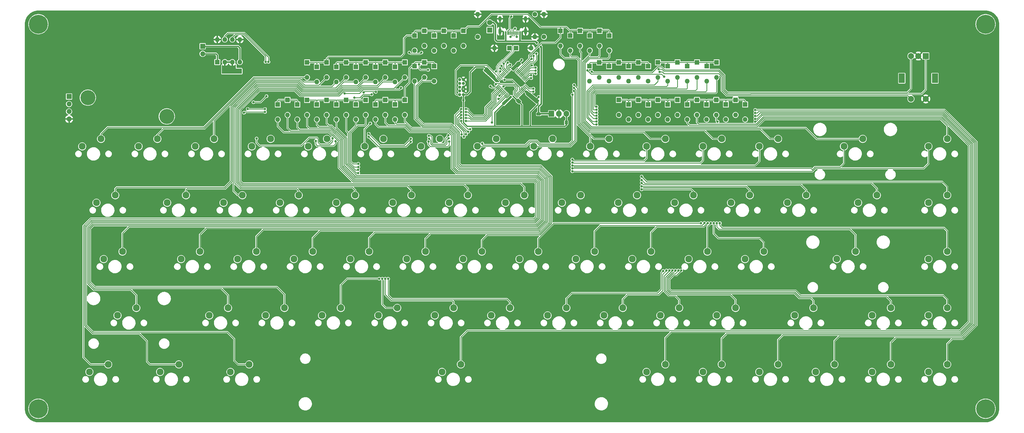
<source format=gtl>
G04 #@! TF.GenerationSoftware,KiCad,Pcbnew,7.0.5*
G04 #@! TF.CreationDate,2024-08-24T17:49:56+10:00*
G04 #@! TF.ProjectId,keyboard,6b657962-6f61-4726-942e-6b696361645f,rev?*
G04 #@! TF.SameCoordinates,Original*
G04 #@! TF.FileFunction,Copper,L1,Top*
G04 #@! TF.FilePolarity,Positive*
%FSLAX46Y46*%
G04 Gerber Fmt 4.6, Leading zero omitted, Abs format (unit mm)*
G04 Created by KiCad (PCBNEW 7.0.5) date 2024-08-24 17:49:56*
%MOMM*%
%LPD*%
G01*
G04 APERTURE LIST*
G04 Aperture macros list*
%AMRoundRect*
0 Rectangle with rounded corners*
0 $1 Rounding radius*
0 $2 $3 $4 $5 $6 $7 $8 $9 X,Y pos of 4 corners*
0 Add a 4 corners polygon primitive as box body*
4,1,4,$2,$3,$4,$5,$6,$7,$8,$9,$2,$3,0*
0 Add four circle primitives for the rounded corners*
1,1,$1+$1,$2,$3*
1,1,$1+$1,$4,$5*
1,1,$1+$1,$6,$7*
1,1,$1+$1,$8,$9*
0 Add four rect primitives between the rounded corners*
20,1,$1+$1,$2,$3,$4,$5,0*
20,1,$1+$1,$4,$5,$6,$7,0*
20,1,$1+$1,$6,$7,$8,$9,0*
20,1,$1+$1,$8,$9,$2,$3,0*%
G04 Aperture macros list end*
G04 #@! TA.AperFunction,SMDPad,CuDef*
%ADD10R,0.600000X1.240000*%
G04 #@! TD*
G04 #@! TA.AperFunction,SMDPad,CuDef*
%ADD11R,0.300000X1.240000*%
G04 #@! TD*
G04 #@! TA.AperFunction,ComponentPad*
%ADD12O,1.000000X1.800000*%
G04 #@! TD*
G04 #@! TA.AperFunction,ComponentPad*
%ADD13O,1.000000X2.100000*%
G04 #@! TD*
G04 #@! TA.AperFunction,ComponentPad*
%ADD14R,1.600000X1.600000*%
G04 #@! TD*
G04 #@! TA.AperFunction,ComponentPad*
%ADD15O,1.600000X1.600000*%
G04 #@! TD*
G04 #@! TA.AperFunction,ComponentPad*
%ADD16C,2.300000*%
G04 #@! TD*
G04 #@! TA.AperFunction,ComponentPad*
%ADD17R,1.905000X2.000000*%
G04 #@! TD*
G04 #@! TA.AperFunction,ComponentPad*
%ADD18O,1.905000X2.000000*%
G04 #@! TD*
G04 #@! TA.AperFunction,SMDPad,CuDef*
%ADD19RoundRect,0.250000X-0.159099X0.512652X-0.512652X0.159099X0.159099X-0.512652X0.512652X-0.159099X0*%
G04 #@! TD*
G04 #@! TA.AperFunction,ComponentPad*
%ADD20C,6.400000*%
G04 #@! TD*
G04 #@! TA.AperFunction,SMDPad,CuDef*
%ADD21RoundRect,0.250000X-0.512652X-0.159099X-0.159099X-0.512652X0.512652X0.159099X0.159099X0.512652X0*%
G04 #@! TD*
G04 #@! TA.AperFunction,SMDPad,CuDef*
%ADD22RoundRect,0.225000X0.335876X0.017678X0.017678X0.335876X-0.335876X-0.017678X-0.017678X-0.335876X0*%
G04 #@! TD*
G04 #@! TA.AperFunction,ComponentPad*
%ADD23C,1.070000*%
G04 #@! TD*
G04 #@! TA.AperFunction,SMDPad,CuDef*
%ADD24RoundRect,0.225000X-0.017678X0.335876X-0.335876X0.017678X0.017678X-0.335876X0.335876X-0.017678X0*%
G04 #@! TD*
G04 #@! TA.AperFunction,ComponentPad*
%ADD25R,1.800000X1.800000*%
G04 #@! TD*
G04 #@! TA.AperFunction,ComponentPad*
%ADD26C,1.800000*%
G04 #@! TD*
G04 #@! TA.AperFunction,SMDPad,CuDef*
%ADD27RoundRect,0.250000X-0.475000X0.250000X-0.475000X-0.250000X0.475000X-0.250000X0.475000X0.250000X0*%
G04 #@! TD*
G04 #@! TA.AperFunction,ComponentPad*
%ADD28C,1.600000*%
G04 #@! TD*
G04 #@! TA.AperFunction,ComponentPad*
%ADD29R,1.700000X1.700000*%
G04 #@! TD*
G04 #@! TA.AperFunction,ComponentPad*
%ADD30O,1.700000X1.700000*%
G04 #@! TD*
G04 #@! TA.AperFunction,ComponentPad*
%ADD31C,5.080000*%
G04 #@! TD*
G04 #@! TA.AperFunction,ComponentPad*
%ADD32R,2.000000X2.000000*%
G04 #@! TD*
G04 #@! TA.AperFunction,ComponentPad*
%ADD33C,2.000000*%
G04 #@! TD*
G04 #@! TA.AperFunction,ComponentPad*
%ADD34R,2.000000X3.200000*%
G04 #@! TD*
G04 #@! TA.AperFunction,SMDPad,CuDef*
%ADD35RoundRect,0.250000X0.250000X0.475000X-0.250000X0.475000X-0.250000X-0.475000X0.250000X-0.475000X0*%
G04 #@! TD*
G04 #@! TA.AperFunction,SMDPad,CuDef*
%ADD36RoundRect,0.075000X0.521491X-0.415425X-0.415425X0.521491X-0.521491X0.415425X0.415425X-0.521491X0*%
G04 #@! TD*
G04 #@! TA.AperFunction,SMDPad,CuDef*
%ADD37RoundRect,0.075000X0.521491X0.415425X0.415425X0.521491X-0.521491X-0.415425X-0.415425X-0.521491X0*%
G04 #@! TD*
G04 #@! TA.AperFunction,ViaPad*
%ADD38C,0.800000*%
G04 #@! TD*
G04 #@! TA.AperFunction,Conductor*
%ADD39C,0.500000*%
G04 #@! TD*
G04 #@! TA.AperFunction,Conductor*
%ADD40C,0.250000*%
G04 #@! TD*
G04 #@! TA.AperFunction,Conductor*
%ADD41C,0.200000*%
G04 #@! TD*
G04 #@! TA.AperFunction,Conductor*
%ADD42C,0.400000*%
G04 #@! TD*
G04 APERTURE END LIST*
D10*
X218482466Y-64979534D03*
X217682466Y-64979534D03*
D11*
X216532466Y-64979534D03*
X215532466Y-64979534D03*
X215032466Y-64979534D03*
X214032466Y-64979534D03*
D10*
X212882466Y-64979534D03*
X212082466Y-64979534D03*
X212082466Y-64979534D03*
X212882466Y-64979534D03*
D11*
X213532466Y-64979534D03*
X214532466Y-64979534D03*
X216032466Y-64979534D03*
X217032466Y-64979534D03*
D10*
X217682466Y-64979534D03*
X218482466Y-64979534D03*
D12*
X219602466Y-60179534D03*
D13*
X219602466Y-64379534D03*
X210962466Y-64379534D03*
D12*
X210962466Y-60179534D03*
D14*
X280754668Y-89122500D03*
D15*
X280754668Y-94202500D03*
D14*
X149098000Y-89154000D03*
D15*
X149098000Y-94234000D03*
D14*
X182118000Y-65817500D03*
D15*
X182118000Y-70897500D03*
D14*
X162306000Y-76454000D03*
D15*
X162306000Y-81534000D03*
D14*
X264329336Y-74898500D03*
D15*
X264329336Y-79978500D03*
D16*
X327153750Y-103310000D03*
X333503750Y-100770000D03*
X355697000Y-141410000D03*
X362047000Y-138870000D03*
D14*
X175514000Y-76454000D03*
D15*
X175514000Y-81534000D03*
D16*
X317597000Y-179537050D03*
X323947000Y-176997050D03*
D17*
X228346000Y-92288000D03*
D18*
X230886000Y-92288000D03*
X233426000Y-92288000D03*
D19*
X222921751Y-87720249D03*
X221578249Y-89063751D03*
D14*
X244517336Y-74898500D03*
D15*
X244517336Y-79978500D03*
D14*
X168910000Y-89122500D03*
D15*
X168910000Y-94202500D03*
D14*
X234696000Y-65817500D03*
D15*
X234696000Y-70897500D03*
D16*
X117572000Y-122360000D03*
X123922000Y-119820000D03*
D19*
X220889751Y-85942249D03*
X219546249Y-87285751D03*
D14*
X284014334Y-87598500D03*
D15*
X284014334Y-92678500D03*
D14*
X293793336Y-89122500D03*
D15*
X293793336Y-94202500D03*
D16*
X122271000Y-141410000D03*
X128621000Y-138870000D03*
X127103000Y-103310000D03*
X133453000Y-100770000D03*
X355697000Y-160460000D03*
X362047000Y-157920000D03*
X236571000Y-141410000D03*
X242921000Y-138870000D03*
D14*
X267631336Y-76200000D03*
D15*
X267631336Y-81280000D03*
D16*
X222353000Y-103310000D03*
X228703000Y-100770000D03*
X119887000Y-179537050D03*
X126237000Y-176997050D03*
X179421000Y-141410000D03*
X185771000Y-138870000D03*
X265146000Y-160460000D03*
X271496000Y-157920000D03*
X289022000Y-122360000D03*
X295372000Y-119820000D03*
D14*
X261027336Y-89122500D03*
D15*
X261027336Y-94202500D03*
D16*
X112746000Y-160460000D03*
X119096000Y-157920000D03*
X165203000Y-103310000D03*
X171553000Y-100770000D03*
D14*
X277537336Y-74898500D03*
D15*
X277537336Y-79978500D03*
D14*
X188722000Y-65849000D03*
D15*
X188722000Y-70929000D03*
D16*
X103221000Y-141410000D03*
X109571000Y-138870000D03*
X188946000Y-160460000D03*
X195296000Y-157920000D03*
D14*
X274235336Y-76200000D03*
D15*
X274235336Y-81280000D03*
D14*
X270933336Y-87598500D03*
D15*
X270933336Y-92678500D03*
D14*
X115450000Y-74800000D03*
D15*
X117990000Y-74800000D03*
X120530000Y-74800000D03*
X123070000Y-74800000D03*
X123070000Y-67180000D03*
X120530000Y-67180000D03*
X117990000Y-67180000D03*
X115450000Y-67180000D03*
D20*
X375000000Y-62000000D03*
D16*
X212822000Y-122360000D03*
X219172000Y-119820000D03*
D14*
X159004000Y-87598500D03*
D15*
X159004000Y-92678500D03*
D14*
X162306000Y-89154000D03*
D15*
X162306000Y-94234000D03*
D16*
X279497000Y-179537050D03*
X285847000Y-176997050D03*
D21*
X212500000Y-88500000D03*
X213843502Y-89843502D03*
D16*
X279503000Y-103310000D03*
X285853000Y-100770000D03*
D14*
X237998000Y-64262000D03*
D15*
X237998000Y-69342000D03*
D16*
X77059000Y-141410000D03*
X83409000Y-138870000D03*
X141321000Y-141410000D03*
X147671000Y-138870000D03*
X255621000Y-141410000D03*
X261971000Y-138870000D03*
X150846000Y-160460000D03*
X157196000Y-157920000D03*
D22*
X216956008Y-75224008D03*
X215859992Y-74127992D03*
D14*
X244602000Y-64262000D03*
D15*
X244602000Y-69342000D03*
D14*
X257725336Y-87598500D03*
D15*
X257725336Y-92678500D03*
D14*
X274235336Y-89122500D03*
D15*
X274235336Y-94202500D03*
D16*
X336653000Y-160460000D03*
X343003000Y-157920000D03*
X336647000Y-179537050D03*
X342997000Y-176997050D03*
D14*
X261027336Y-76200000D03*
D15*
X261027336Y-81280000D03*
D14*
X142494000Y-89154000D03*
D15*
X142494000Y-94234000D03*
D16*
X284190000Y-160460000D03*
X290540000Y-157920000D03*
D14*
X139192000Y-87598500D03*
D15*
X139192000Y-92678500D03*
D23*
X198628000Y-85852000D03*
X197358000Y-85852000D03*
X198628000Y-84582000D03*
X197358000Y-84582000D03*
X198628000Y-83312000D03*
X197358000Y-83312000D03*
X198628000Y-82042000D03*
X197358000Y-82042000D03*
X198628000Y-80772000D03*
X197358000Y-80772000D03*
D14*
X284141336Y-74898500D03*
D15*
X284141336Y-79978500D03*
D16*
X355697000Y-179537050D03*
X362047000Y-176997050D03*
X250922000Y-122360000D03*
X257272000Y-119820000D03*
D14*
X287274000Y-89122500D03*
D15*
X287274000Y-94202500D03*
D16*
X269972000Y-122360000D03*
X276322000Y-119820000D03*
X298553000Y-103310000D03*
X304903000Y-100770000D03*
D14*
X277495002Y-87598500D03*
D15*
X277495002Y-92678500D03*
D14*
X254423336Y-76200000D03*
D15*
X254423336Y-81280000D03*
D14*
X145796000Y-74898500D03*
D15*
X145796000Y-79978500D03*
D24*
X217250000Y-88250000D03*
X216153984Y-89346016D03*
D14*
X135890000Y-89154000D03*
D15*
X135890000Y-94234000D03*
D16*
X108006000Y-103310000D03*
X114356000Y-100770000D03*
D14*
X172212000Y-74930000D03*
D15*
X172212000Y-80010000D03*
D14*
X185420000Y-74898500D03*
D15*
X185420000Y-79978500D03*
D14*
X270933336Y-74898500D03*
D15*
X270933336Y-79978500D03*
D25*
X207518000Y-64008000D03*
D26*
X207518000Y-61468000D03*
D14*
X192024000Y-64262000D03*
D15*
X192024000Y-69342000D03*
D20*
X55000000Y-192000000D03*
D16*
X246096000Y-160460000D03*
X252446000Y-157920000D03*
X174675000Y-122360000D03*
X181025000Y-119820000D03*
D27*
X118000000Y-78000000D03*
X118000000Y-79900000D03*
D16*
X274671000Y-141410000D03*
X281021000Y-138870000D03*
D28*
X203454000Y-66294000D03*
D15*
X203454000Y-58674000D03*
D14*
X155702000Y-76454000D03*
D15*
X155702000Y-81534000D03*
D16*
X207996000Y-160460000D03*
X214346000Y-157920000D03*
D27*
X224028000Y-92334000D03*
X224028000Y-94234000D03*
D16*
X355697000Y-122360000D03*
X362047000Y-119820000D03*
D29*
X65373000Y-86455000D03*
D30*
X65373000Y-88995000D03*
X65373000Y-91535000D03*
X65373000Y-94075000D03*
D31*
X71723000Y-86836000D03*
X98393000Y-93186000D03*
D16*
X308078000Y-122360000D03*
X314428000Y-119820000D03*
X191367000Y-179537050D03*
X197717000Y-176997050D03*
X260447000Y-179537050D03*
X266797000Y-176997050D03*
X193772000Y-122360000D03*
X200122000Y-119820000D03*
X241403000Y-103310000D03*
X247753000Y-100770000D03*
D32*
X354798000Y-72760000D03*
D33*
X349798000Y-72760000D03*
X352298000Y-72760000D03*
D34*
X357898000Y-80260000D03*
X346698000Y-80260000D03*
D33*
X349798000Y-87260000D03*
X354798000Y-87260000D03*
D35*
X233360000Y-95250000D03*
X231460000Y-95250000D03*
D27*
X120500000Y-78000000D03*
X120500000Y-79900000D03*
D14*
X257725336Y-74898500D03*
D15*
X257725336Y-79978500D03*
D16*
X324740750Y-141410000D03*
X331090750Y-138870000D03*
D14*
X247819336Y-76200000D03*
D15*
X247819336Y-81280000D03*
D20*
X55000000Y-62000000D03*
D16*
X96115000Y-179537050D03*
X102465000Y-176997050D03*
X310491000Y-160460000D03*
X316841000Y-157920000D03*
D14*
X251121336Y-74898500D03*
D15*
X251121336Y-79978500D03*
D14*
X231394000Y-64262000D03*
D15*
X231394000Y-69342000D03*
D16*
X136622000Y-122360000D03*
X142972000Y-119820000D03*
X98522000Y-122360000D03*
X104872000Y-119820000D03*
D14*
X241300000Y-65817500D03*
D15*
X241300000Y-70897500D03*
D28*
X225806000Y-66294000D03*
D15*
X225806000Y-58674000D03*
D16*
X217521000Y-141410000D03*
X223871000Y-138870000D03*
X293721000Y-141410000D03*
X300071000Y-138870000D03*
X203303000Y-103310000D03*
X209653000Y-100770000D03*
X81758000Y-160460000D03*
X88108000Y-157920000D03*
X160371000Y-141410000D03*
X166721000Y-138870000D03*
D14*
X290533666Y-87598500D03*
D15*
X290533666Y-92678500D03*
D16*
X184253000Y-103310000D03*
X190603000Y-100770000D03*
X88876000Y-103310000D03*
X95226000Y-100770000D03*
X198471000Y-141410000D03*
X204821000Y-138870000D03*
D14*
X214153500Y-70104000D03*
D15*
X209073500Y-70104000D03*
D20*
X375000000Y-192000000D03*
D14*
X178816000Y-74930000D03*
D15*
X178816000Y-80010000D03*
D16*
X74646000Y-122360000D03*
X80996000Y-119820000D03*
D14*
X216376500Y-70104000D03*
D15*
X221456500Y-70104000D03*
D16*
X131790000Y-160460000D03*
X138140000Y-157920000D03*
D14*
X185420000Y-64262000D03*
D15*
X185420000Y-69342000D03*
D16*
X69826000Y-103310000D03*
X76176000Y-100770000D03*
X72239000Y-179537050D03*
X78589000Y-176997050D03*
D14*
X159004000Y-74930000D03*
D15*
X159004000Y-80010000D03*
D14*
X195326000Y-65817500D03*
D15*
X195326000Y-70897500D03*
D14*
X168910000Y-76454000D03*
D15*
X168910000Y-81534000D03*
D29*
X110500000Y-69460000D03*
D30*
X110500000Y-72000000D03*
D14*
X165608000Y-87598500D03*
D15*
X165608000Y-92678500D03*
D14*
X247904000Y-65817500D03*
D15*
X247904000Y-70897500D03*
D28*
X222758000Y-58674000D03*
D15*
X222758000Y-66294000D03*
D16*
X298547000Y-179537050D03*
X304897000Y-176997050D03*
D14*
X254423336Y-89122500D03*
D15*
X254423336Y-94202500D03*
D14*
X155702000Y-89154000D03*
D15*
X155702000Y-94234000D03*
D19*
X206665751Y-77560249D03*
X205322249Y-78903751D03*
D16*
X146153000Y-103310000D03*
X152503000Y-100770000D03*
D14*
X264329336Y-87598500D03*
D15*
X264329336Y-92678500D03*
D16*
X155672000Y-122360000D03*
X162022000Y-119820000D03*
X331942000Y-122360000D03*
X338292000Y-119820000D03*
D14*
X267631336Y-89122500D03*
D15*
X267631336Y-94202500D03*
D36*
X215998788Y-86813107D03*
X216352342Y-86459553D03*
X216705895Y-86106000D03*
X217059449Y-85752446D03*
X217413002Y-85398893D03*
X217766555Y-85045340D03*
X218120109Y-84691786D03*
X218473662Y-84338233D03*
X218827215Y-83984680D03*
X219180769Y-83631126D03*
X219534322Y-83277573D03*
X219887876Y-82924019D03*
D37*
X219887876Y-80926443D03*
X219534322Y-80572889D03*
X219180769Y-80219336D03*
X218827215Y-79865782D03*
X218473662Y-79512229D03*
X218120109Y-79158676D03*
X217766555Y-78805122D03*
X217413002Y-78451569D03*
X217059449Y-78098016D03*
X216705895Y-77744462D03*
X216352342Y-77390909D03*
X215998788Y-77037355D03*
D36*
X214001212Y-77037355D03*
X213647658Y-77390909D03*
X213294105Y-77744462D03*
X212940551Y-78098016D03*
X212586998Y-78451569D03*
X212233445Y-78805122D03*
X211879891Y-79158676D03*
X211526338Y-79512229D03*
X211172785Y-79865782D03*
X210819231Y-80219336D03*
X210465678Y-80572889D03*
X210112124Y-80926443D03*
D37*
X210112124Y-82924019D03*
X210465678Y-83277573D03*
X210819231Y-83631126D03*
X211172785Y-83984680D03*
X211526338Y-84338233D03*
X211879891Y-84691786D03*
X212233445Y-85045340D03*
X212586998Y-85398893D03*
X212940551Y-85752446D03*
X213294105Y-86106000D03*
X213647658Y-86459553D03*
X214001212Y-86813107D03*
D16*
X355697000Y-103310000D03*
X362047000Y-100770000D03*
X227046000Y-160460000D03*
X233396000Y-157920000D03*
D14*
X145796000Y-87598500D03*
D15*
X145796000Y-92678500D03*
D14*
X165608000Y-74930000D03*
D15*
X165608000Y-80010000D03*
D16*
X260453000Y-103310000D03*
X266803000Y-100770000D03*
D14*
X188722000Y-76200000D03*
D15*
X188722000Y-81280000D03*
D16*
X231872000Y-122360000D03*
X238222000Y-119820000D03*
D14*
X175514000Y-89122500D03*
D15*
X175514000Y-94202500D03*
D24*
X208534000Y-79502000D03*
X207437984Y-80598016D03*
D14*
X149098000Y-76422500D03*
D15*
X149098000Y-81502500D03*
D14*
X251121336Y-87598500D03*
D15*
X251121336Y-92678500D03*
D14*
X241215336Y-76200000D03*
D15*
X241215336Y-81280000D03*
D16*
X169896000Y-160460000D03*
X176246000Y-157920000D03*
D14*
X152400000Y-87598500D03*
D15*
X152400000Y-92678500D03*
D14*
X182118000Y-76200000D03*
D15*
X182118000Y-81280000D03*
D14*
X280839336Y-76200000D03*
D15*
X280839336Y-81280000D03*
D14*
X152400000Y-74898500D03*
D15*
X152400000Y-79978500D03*
D14*
X198628000Y-64262000D03*
D15*
X198628000Y-69342000D03*
D14*
X178816000Y-87598500D03*
D15*
X178816000Y-92678500D03*
D14*
X172212000Y-87598500D03*
D15*
X172212000Y-92678500D03*
D38*
X214786466Y-59391534D03*
X216592846Y-66268194D03*
X216056466Y-63455534D03*
X214532466Y-66249534D03*
X223422466Y-68281534D03*
X123000000Y-78000000D03*
X224767765Y-69626833D03*
X352000000Y-62000000D03*
X65278000Y-96012000D03*
X375000000Y-166000000D03*
X55000000Y-125000000D03*
X150000000Y-62000000D03*
X310000000Y-194000000D03*
X145000000Y-194000000D03*
X375000000Y-135000000D03*
X307000000Y-62000000D03*
X264000000Y-194000000D03*
X375000000Y-69000000D03*
X126000000Y-62000000D03*
X206000000Y-194000000D03*
X221000000Y-194000000D03*
X55000000Y-107000000D03*
X239000000Y-194000000D03*
X270000000Y-194000000D03*
X375000000Y-154000000D03*
X375000000Y-123000000D03*
X288000000Y-194000000D03*
X341000000Y-194000000D03*
X182000000Y-194000000D03*
X375000000Y-75000000D03*
X219456000Y-89154000D03*
X218000000Y-194000000D03*
X375000000Y-151000000D03*
X215500000Y-83750000D03*
X55000000Y-150000000D03*
X203000000Y-194000000D03*
X215000000Y-194000000D03*
X55000000Y-74000000D03*
X325000000Y-194000000D03*
X375000000Y-172000000D03*
X375000000Y-163000000D03*
X102000000Y-194000000D03*
X55000000Y-101000000D03*
X55000000Y-113000000D03*
X126000000Y-194000000D03*
X55000000Y-104000000D03*
X313000000Y-62000000D03*
X273000000Y-194000000D03*
X63500000Y-93980000D03*
X204216000Y-77470000D03*
X171000000Y-62000000D03*
X350000000Y-194000000D03*
X166000000Y-194000000D03*
X280000000Y-62000000D03*
X340000000Y-62000000D03*
X353000000Y-194000000D03*
X274000000Y-62000000D03*
X141000000Y-62000000D03*
X129000000Y-62000000D03*
X347000000Y-194000000D03*
X286000000Y-62000000D03*
X55000000Y-89000000D03*
X375000000Y-157000000D03*
X78000000Y-194000000D03*
X251000000Y-194000000D03*
X55000000Y-131000000D03*
X334000000Y-62000000D03*
X349000000Y-62000000D03*
X66000000Y-194000000D03*
X84000000Y-194000000D03*
X120000000Y-194000000D03*
X370000000Y-62000000D03*
X282000000Y-194000000D03*
X194000000Y-194000000D03*
X375000000Y-114000000D03*
X148000000Y-194000000D03*
X163000000Y-194000000D03*
X55000000Y-177000000D03*
X199898000Y-79756000D03*
X99000000Y-194000000D03*
X55000000Y-156000000D03*
X307000000Y-194000000D03*
X204216000Y-80264000D03*
X242000000Y-194000000D03*
X168000000Y-62000000D03*
X375000000Y-148000000D03*
X285000000Y-194000000D03*
X153000000Y-62000000D03*
X93000000Y-194000000D03*
X276000000Y-194000000D03*
X174000000Y-62000000D03*
X248000000Y-194000000D03*
X375000000Y-93000000D03*
X331000000Y-194000000D03*
X117000000Y-194000000D03*
X335000000Y-194000000D03*
X261000000Y-194000000D03*
X55000000Y-168000000D03*
X212000000Y-91250000D03*
X55000000Y-83000000D03*
X108000000Y-194000000D03*
X338000000Y-194000000D03*
X162000000Y-62000000D03*
X294000000Y-194000000D03*
X245000000Y-194000000D03*
X375000000Y-72000000D03*
X362000000Y-194000000D03*
X147000000Y-62000000D03*
X87000000Y-194000000D03*
X375000000Y-138000000D03*
X316000000Y-194000000D03*
X291000000Y-194000000D03*
X55000000Y-171000000D03*
X375000000Y-132000000D03*
X206248000Y-81788000D03*
X142000000Y-194000000D03*
X55000000Y-92000000D03*
X55000000Y-144000000D03*
X375000000Y-78000000D03*
X375000000Y-169000000D03*
X375000000Y-142000000D03*
X215392000Y-75438000D03*
X55000000Y-98000000D03*
X222758000Y-64516000D03*
X172000000Y-194000000D03*
X123000000Y-194000000D03*
X188000000Y-194000000D03*
X367000000Y-62000000D03*
X233000000Y-194000000D03*
X361000000Y-62000000D03*
X55000000Y-80000000D03*
X352298000Y-70612000D03*
X289000000Y-62000000D03*
X177000000Y-62000000D03*
X154000000Y-194000000D03*
X72000000Y-194000000D03*
X304000000Y-194000000D03*
X151000000Y-194000000D03*
X375000000Y-81000000D03*
X292000000Y-62000000D03*
X81000000Y-194000000D03*
X55000000Y-77000000D03*
X224000000Y-194000000D03*
X135000000Y-62000000D03*
X114000000Y-194000000D03*
X322000000Y-62000000D03*
X375000000Y-111000000D03*
X230000000Y-194000000D03*
X55000000Y-95000000D03*
X55000000Y-183000000D03*
X178000000Y-194000000D03*
X375000000Y-102000000D03*
X375000000Y-105000000D03*
X185000000Y-194000000D03*
X322000000Y-194000000D03*
X375000000Y-120000000D03*
X215750000Y-90750000D03*
X227000000Y-194000000D03*
X123000000Y-62000000D03*
X356000000Y-194000000D03*
X55000000Y-134000000D03*
X159000000Y-62000000D03*
X111000000Y-194000000D03*
X157000000Y-194000000D03*
X267000000Y-194000000D03*
X191000000Y-194000000D03*
X375000000Y-160000000D03*
X169000000Y-194000000D03*
X209000000Y-194000000D03*
X354838000Y-89408000D03*
X132000000Y-62000000D03*
X75000000Y-194000000D03*
X55000000Y-174000000D03*
X313000000Y-194000000D03*
X138000000Y-62000000D03*
X69000000Y-194000000D03*
X55000000Y-165000000D03*
X55000000Y-71000000D03*
X375000000Y-181000000D03*
X354838000Y-85344000D03*
X55000000Y-147000000D03*
X301000000Y-194000000D03*
X165000000Y-62000000D03*
X375000000Y-84000000D03*
X55000000Y-86000000D03*
X319000000Y-62000000D03*
X297000000Y-194000000D03*
X325000000Y-62000000D03*
X328000000Y-62000000D03*
X328000000Y-194000000D03*
X55000000Y-116000000D03*
X212000000Y-194000000D03*
X96000000Y-194000000D03*
X310000000Y-62000000D03*
X319000000Y-194000000D03*
X139000000Y-194000000D03*
X217170000Y-90424000D03*
X55000000Y-159000000D03*
X236000000Y-194000000D03*
X156000000Y-62000000D03*
X375000000Y-126000000D03*
X63000000Y-194000000D03*
X268000000Y-62000000D03*
X375000000Y-87000000D03*
X205486000Y-58674000D03*
X55000000Y-128000000D03*
X55000000Y-68000000D03*
X375000000Y-117000000D03*
X55000000Y-141000000D03*
X258000000Y-194000000D03*
X55000000Y-153000000D03*
X55000000Y-180000000D03*
X55000000Y-110000000D03*
X375000000Y-175000000D03*
X230886000Y-90170000D03*
X344000000Y-194000000D03*
X55000000Y-122000000D03*
X283000000Y-62000000D03*
X199898000Y-81788000D03*
X365000000Y-194000000D03*
X160000000Y-194000000D03*
X220472000Y-90170000D03*
X129000000Y-194000000D03*
X219710000Y-70104000D03*
X359000000Y-194000000D03*
X301000000Y-62000000D03*
X229870000Y-95250000D03*
X200000000Y-194000000D03*
X352298000Y-74930000D03*
X358000000Y-62000000D03*
X337000000Y-62000000D03*
X364000000Y-62000000D03*
X375000000Y-178000000D03*
X298000000Y-62000000D03*
X331000000Y-62000000D03*
X316000000Y-62000000D03*
X144000000Y-62000000D03*
X357124000Y-87376000D03*
X265000000Y-62000000D03*
X208534000Y-81788000D03*
X120000000Y-62000000D03*
X211750000Y-81500000D03*
X208500000Y-75500000D03*
X277000000Y-62000000D03*
X343000000Y-62000000D03*
X136000000Y-194000000D03*
X375000000Y-184000000D03*
X352552000Y-87376000D03*
X55000000Y-119000000D03*
X375000000Y-129000000D03*
X255000000Y-194000000D03*
X55000000Y-162000000D03*
X175000000Y-194000000D03*
X90000000Y-194000000D03*
X67310000Y-93980000D03*
X201422000Y-58674000D03*
X207264000Y-70104000D03*
X375000000Y-145000000D03*
X55000000Y-137000000D03*
X375000000Y-108000000D03*
X355000000Y-62000000D03*
X375000000Y-90000000D03*
X215750000Y-79250000D03*
X346000000Y-62000000D03*
X105000000Y-194000000D03*
X132000000Y-194000000D03*
X197000000Y-194000000D03*
X304000000Y-62000000D03*
X271000000Y-62000000D03*
X375000000Y-99000000D03*
X295000000Y-62000000D03*
X279000000Y-194000000D03*
X375000000Y-96000000D03*
X177546000Y-83566000D03*
X224028000Y-86614000D03*
X158496000Y-85386500D03*
X198628000Y-87724500D03*
X218209050Y-74095550D03*
X132080000Y-86360000D03*
X127648500Y-88392000D03*
X212475500Y-80804844D03*
X221582477Y-73748685D03*
X186690000Y-77470000D03*
X183642000Y-75623000D03*
X223266000Y-71957000D03*
X222307477Y-72681500D03*
X221742000Y-75946000D03*
X266408500Y-79756000D03*
X240500500Y-77599502D03*
X131572000Y-91694000D03*
X210425978Y-87242420D03*
X124460000Y-91948000D03*
X125730000Y-90694498D03*
X131571609Y-90694498D03*
X210744614Y-86172788D03*
X207772000Y-83058000D03*
X184404000Y-71585500D03*
X180340000Y-71585500D03*
X264570103Y-77183025D03*
X223012000Y-77732598D03*
X241931298Y-78005702D03*
X223012000Y-76708000D03*
X199427500Y-90678000D03*
X128712239Y-100649761D03*
X193539513Y-99576487D03*
X180848000Y-100753997D03*
X166624000Y-99076497D03*
X186901308Y-99706468D03*
X198016000Y-99305423D03*
X197828500Y-90678000D03*
X154351914Y-100518794D03*
X186969582Y-100703636D03*
X193552299Y-100588299D03*
X148721299Y-101468701D03*
X199427500Y-91686159D03*
X197828500Y-91686159D03*
X155380495Y-101562500D03*
X166624000Y-100076000D03*
X180848000Y-101753500D03*
X198740500Y-100083468D03*
X193764500Y-101685500D03*
X199427500Y-92685662D03*
X197828500Y-92685662D03*
X199465000Y-99199922D03*
X186782639Y-101685500D03*
X199427500Y-93685165D03*
X197828500Y-93685165D03*
X200189500Y-98367636D03*
X199427500Y-94684668D03*
X197828500Y-94742000D03*
X200914000Y-97536000D03*
X208280000Y-95250000D03*
X167132000Y-95541500D03*
X204978000Y-102362000D03*
X235451500Y-85852000D03*
X222250000Y-84819503D03*
X235901500Y-84582000D03*
X222250000Y-83820000D03*
X235966000Y-83566000D03*
X221488000Y-80264000D03*
X221488000Y-79264497D03*
X235978548Y-82553949D03*
X214443788Y-75754070D03*
X235386300Y-107761988D03*
X213538678Y-74972500D03*
X235386300Y-108761491D03*
X235386300Y-109760994D03*
X212237339Y-75321591D03*
X235386300Y-111760000D03*
X211011500Y-76962000D03*
X235386300Y-110760497D03*
X211479457Y-76078812D03*
X264892807Y-78129000D03*
X223012000Y-78740000D03*
X258826000Y-117845000D03*
X258826000Y-116840000D03*
X258826000Y-115701299D03*
X258826000Y-114701796D03*
X258821701Y-113542299D03*
X278892000Y-129286000D03*
X280029739Y-129164968D03*
X281150274Y-129286000D03*
X282149777Y-129286000D03*
X283149280Y-129286000D03*
X284148783Y-129286000D03*
X285242000Y-129286000D03*
X163068000Y-112328302D03*
X170180000Y-148082000D03*
X171179503Y-148082000D03*
X163056409Y-111264897D03*
X163099776Y-110266336D03*
X172179006Y-148082000D03*
X173178509Y-148082000D03*
X163078038Y-109220000D03*
X266065354Y-145415354D03*
X243586000Y-95905302D03*
X243586000Y-94905799D03*
X267191503Y-145288000D03*
X243586000Y-93906296D03*
X268190914Y-145274471D03*
X243586000Y-92906793D03*
X269190272Y-145291476D03*
X270189765Y-145287196D03*
X243586000Y-91907290D03*
X243586000Y-90907787D03*
X271189267Y-145288595D03*
X272188769Y-145287891D03*
X243586000Y-89908284D03*
X297180000Y-95005302D03*
X297180000Y-94005799D03*
X284480000Y-95005302D03*
X297180000Y-93006296D03*
X297180000Y-92006793D03*
X209576248Y-77951754D03*
X211011500Y-77962398D03*
X297180000Y-91007290D03*
X167602500Y-85750000D03*
X131750000Y-74750000D03*
X161725618Y-86874000D03*
X212126487Y-83047578D03*
X209500000Y-82250000D03*
X169000000Y-84878500D03*
X164883500Y-85025500D03*
X132750000Y-74750000D03*
D39*
X217682466Y-67621534D02*
X217682466Y-64979534D01*
D40*
X217834466Y-67773534D02*
X217682466Y-67621534D01*
D39*
X217834466Y-67773534D02*
X212754466Y-67773534D01*
X222914466Y-67773534D02*
X217834466Y-67773534D01*
D40*
X212754466Y-67773534D02*
X212882466Y-67645534D01*
D39*
X212882466Y-67645534D02*
X212882466Y-64979534D01*
X212754466Y-67773534D02*
X209960466Y-67773534D01*
X208734932Y-61468000D02*
X207518000Y-61468000D01*
X209452466Y-62185534D02*
X208734932Y-61468000D01*
X209960466Y-67773534D02*
X209452466Y-67265534D01*
X223422466Y-68281534D02*
X222914466Y-67773534D01*
X209452466Y-67265534D02*
X209452466Y-62185534D01*
D40*
X213770466Y-63963534D02*
X214024466Y-63963534D01*
X214278466Y-59899534D02*
X214786466Y-59391534D01*
X213532466Y-64201534D02*
X213770466Y-63963534D01*
X214024466Y-63963534D02*
X214278466Y-63709534D01*
X214278466Y-63709534D02*
X214278466Y-59899534D01*
X213532466Y-64979534D02*
X213532466Y-64201534D01*
D41*
X215278466Y-63963534D02*
X215532466Y-64217534D01*
X214678466Y-63963534D02*
X215278466Y-63963534D01*
X214532466Y-64109534D02*
X214678466Y-63963534D01*
X214532466Y-64979534D02*
X214532466Y-64109534D01*
D40*
X216532466Y-66207814D02*
X216592846Y-66268194D01*
X216532466Y-64979534D02*
X216532466Y-66207814D01*
D41*
X215532466Y-63725534D02*
X215532466Y-64217534D01*
X215802466Y-63455534D02*
X215532466Y-63725534D01*
X216056466Y-63455534D02*
X215802466Y-63455534D01*
X215532466Y-64217534D02*
X215532466Y-64979534D01*
X215032466Y-65749534D02*
X214532466Y-66249534D01*
X215032466Y-65741534D02*
X215032466Y-65849534D01*
X215032466Y-65741534D02*
X215032466Y-65749534D01*
X215032466Y-64979534D02*
X215032466Y-65741534D01*
X215082466Y-65899534D02*
X215982466Y-65899534D01*
X215982466Y-65899534D02*
X216032466Y-65849534D01*
X216032466Y-65849534D02*
X216032466Y-64979534D01*
X215032466Y-65849534D02*
X215082466Y-65899534D01*
D39*
X224028000Y-89819238D02*
X224028000Y-92334000D01*
X224878000Y-69737068D02*
X224878000Y-88969238D01*
X224878000Y-88969238D02*
X224028000Y-89819238D01*
X224767765Y-69626833D02*
X224878000Y-69737068D01*
D40*
X208070466Y-58629534D02*
X220305186Y-58629534D01*
X203917000Y-62783000D02*
X208070466Y-58629534D01*
X224667652Y-62992000D02*
X231394000Y-62992000D01*
X200107000Y-62783000D02*
X203917000Y-62783000D01*
X220305186Y-58629534D02*
X224667652Y-62992000D01*
X198628000Y-64262000D02*
X200107000Y-62783000D01*
X117990000Y-77990000D02*
X118000000Y-78000000D01*
D42*
X123000000Y-78000000D02*
X120500000Y-78000000D01*
D39*
X224836000Y-92288000D02*
X228346000Y-92288000D01*
D40*
X221361000Y-91567000D02*
X221234000Y-91694000D01*
D42*
X223774000Y-89154000D02*
X223774000Y-88572498D01*
X199898000Y-85852000D02*
X198628000Y-85852000D01*
X218209050Y-74144950D02*
X217210008Y-75143992D01*
X205576502Y-76471000D02*
X202675000Y-76471000D01*
X222921751Y-87720249D02*
X224028000Y-86614000D01*
D40*
X176958000Y-84154000D02*
X177546000Y-83566000D01*
D42*
X198628000Y-87724500D02*
X198628000Y-85852000D01*
X221361000Y-91567000D02*
X223774000Y-89154000D01*
D40*
X163478292Y-85386500D02*
X164710792Y-84154000D01*
D42*
X217210008Y-75143992D02*
X217210008Y-75478008D01*
X200914000Y-78232000D02*
X200914000Y-84836000D01*
D40*
X127648500Y-88392000D02*
X130048000Y-88392000D01*
D42*
X209169000Y-91831000D02*
X212500000Y-88500000D01*
X198628000Y-95250000D02*
X199898000Y-96520000D01*
X198628000Y-87724500D02*
X198628000Y-95250000D01*
X233360000Y-96078000D02*
X233360000Y-95250000D01*
X209169000Y-96520000D02*
X209169000Y-91831000D01*
X232918000Y-96520000D02*
X233360000Y-96078000D01*
X217210008Y-88097992D02*
X218313000Y-89200984D01*
X221234000Y-91694000D02*
X221234000Y-96520000D01*
X200914000Y-84836000D02*
X199898000Y-85852000D01*
X218209050Y-74095550D02*
X218209050Y-74144950D01*
D40*
X158496000Y-85386500D02*
X163478292Y-85386500D01*
D42*
X218313000Y-89200984D02*
X218313000Y-96520000D01*
X199898000Y-96520000D02*
X221234000Y-96520000D01*
X223774000Y-88572498D02*
X222921751Y-87720249D01*
D40*
X164710792Y-84154000D02*
X176958000Y-84154000D01*
D42*
X206665751Y-77560249D02*
X205576502Y-76471000D01*
X221234000Y-96520000D02*
X232918000Y-96520000D01*
X202675000Y-76471000D02*
X200914000Y-78232000D01*
D40*
X130048000Y-88392000D02*
X132080000Y-86360000D01*
D42*
X233426000Y-92288000D02*
X233426000Y-95184000D01*
D40*
X217502323Y-83252323D02*
X217502323Y-84074000D01*
X215054844Y-80804844D02*
X217502323Y-83252323D01*
X212475500Y-80804844D02*
X215054844Y-80804844D01*
X217502323Y-84074000D02*
X218120109Y-84691786D01*
X178500000Y-66750000D02*
X179432500Y-65817500D01*
X188976000Y-64293500D02*
X192024000Y-64293500D01*
X237998000Y-64008000D02*
X234981500Y-64008000D01*
X195326000Y-65817500D02*
X195326000Y-64547500D01*
X192024000Y-64262000D02*
X195040500Y-64262000D01*
X229616000Y-68326000D02*
X225044000Y-68326000D01*
X233394500Y-62992000D02*
X234696000Y-64293500D01*
X241300000Y-64293500D02*
X241585500Y-64008000D01*
X149098000Y-75184000D02*
X149098000Y-76422500D01*
X182403500Y-64262000D02*
X185420000Y-64262000D01*
X231394000Y-64262000D02*
X231394000Y-66548000D01*
X195611500Y-64262000D02*
X195326000Y-64547500D01*
X145796000Y-74898500D02*
X148812500Y-74898500D01*
X241585500Y-64008000D02*
X247618500Y-64008000D01*
X185420000Y-64262000D02*
X188436500Y-64262000D01*
X220880357Y-73570000D02*
X216705895Y-77744462D01*
X148812500Y-74898500D02*
X149098000Y-75184000D01*
X182118000Y-65817500D02*
X182118000Y-64547500D01*
X195040500Y-64262000D02*
X195326000Y-64547500D01*
X247618500Y-64008000D02*
X247904000Y-64293500D01*
X152400000Y-74898500D02*
X149383500Y-74898500D01*
X241300000Y-64293500D02*
X241300000Y-65817500D01*
X153000000Y-73000000D02*
X177500000Y-73000000D01*
X188722000Y-64547500D02*
X188976000Y-64293500D01*
X231394000Y-64262000D02*
X231394000Y-62992000D01*
X188436500Y-64262000D02*
X188722000Y-64547500D01*
X247904000Y-64293500D02*
X247904000Y-65817500D01*
X234696000Y-64293500D02*
X234696000Y-65817500D01*
X188722000Y-64547500D02*
X188722000Y-65849000D01*
X152400000Y-73600000D02*
X153000000Y-73000000D01*
X231394000Y-66548000D02*
X229616000Y-68326000D01*
X179432500Y-65817500D02*
X182118000Y-65817500D01*
X225044000Y-68326000D02*
X220880357Y-72489643D01*
X177500000Y-73000000D02*
X178500000Y-72000000D01*
X198628000Y-64262000D02*
X195611500Y-64262000D01*
X182118000Y-64547500D02*
X182403500Y-64262000D01*
X220880357Y-72489643D02*
X220880357Y-73570000D01*
X178500000Y-72000000D02*
X178500000Y-66750000D01*
X149383500Y-74898500D02*
X149098000Y-75184000D01*
X241014500Y-64008000D02*
X241300000Y-64293500D01*
X234981500Y-64008000D02*
X234696000Y-64293500D01*
X152400000Y-74898500D02*
X152400000Y-73600000D01*
X237998000Y-64008000D02*
X241014500Y-64008000D01*
X231394000Y-62992000D02*
X233394500Y-62992000D01*
X172212000Y-74930000D02*
X175260000Y-74930000D01*
X165608000Y-74930000D02*
X168656000Y-74930000D01*
X183642000Y-75623000D02*
X183642000Y-76962000D01*
X162560000Y-74930000D02*
X165608000Y-74930000D01*
X254624172Y-74898500D02*
X254423336Y-75099336D01*
X251121336Y-74898500D02*
X254222500Y-74898500D01*
X254222500Y-74898500D02*
X254423336Y-75099336D01*
X241215336Y-75167064D02*
X241483900Y-74898500D01*
X244517336Y-74898500D02*
X247618500Y-74898500D01*
X175768000Y-74930000D02*
X178816000Y-74930000D01*
X183642000Y-76962000D02*
X184150000Y-77470000D01*
X260826500Y-74898500D02*
X261027336Y-75099336D01*
X162052000Y-74930000D02*
X162306000Y-75184000D01*
X257725336Y-74898500D02*
X254624172Y-74898500D01*
X155956000Y-74930000D02*
X159004000Y-74930000D01*
X261027336Y-75099336D02*
X261027336Y-76200000D01*
X248020172Y-74898500D02*
X251121336Y-74898500D01*
X254423336Y-75099336D02*
X254423336Y-76200000D01*
X247819336Y-75099336D02*
X248020172Y-74898500D01*
X175514000Y-75184000D02*
X175768000Y-74930000D01*
X168910000Y-75184000D02*
X168910000Y-76454000D01*
X221582477Y-73748685D02*
X221408780Y-73748685D01*
X247819336Y-75099336D02*
X247819336Y-76200000D01*
X168656000Y-74930000D02*
X168910000Y-75184000D01*
X168910000Y-75184000D02*
X169164000Y-74930000D01*
X162306000Y-75184000D02*
X162560000Y-74930000D01*
X175514000Y-75184000D02*
X175514000Y-76454000D01*
X159004000Y-74930000D02*
X162052000Y-74930000D01*
X155702000Y-75184000D02*
X155956000Y-74930000D01*
X175260000Y-74930000D02*
X175514000Y-75184000D01*
X241215336Y-76200000D02*
X241215336Y-75167064D01*
X184150000Y-77470000D02*
X186690000Y-77470000D01*
X257725336Y-74898500D02*
X260826500Y-74898500D01*
X247618500Y-74898500D02*
X247819336Y-75099336D01*
X155702000Y-76454000D02*
X155702000Y-75184000D01*
X169164000Y-74930000D02*
X172212000Y-74930000D01*
X162306000Y-75184000D02*
X162306000Y-76454000D01*
X241483900Y-74898500D02*
X244517336Y-74898500D01*
X221408780Y-73748685D02*
X217059449Y-78098016D01*
X169164000Y-87598500D02*
X172212000Y-87598500D01*
X175514000Y-87852500D02*
X175768000Y-87598500D01*
X254423336Y-88053336D02*
X254423336Y-89154000D01*
X267631336Y-88053336D02*
X267631336Y-89154000D01*
X223266000Y-74042396D02*
X223266000Y-71957000D01*
X261450672Y-87630000D02*
X261027336Y-88053336D01*
X260604000Y-87630000D02*
X261027336Y-88053336D01*
X182403500Y-74898500D02*
X185420000Y-74898500D01*
X251121336Y-87630000D02*
X254000000Y-87630000D01*
X185420000Y-74898500D02*
X188436500Y-74898500D01*
X168910000Y-89122500D02*
X168910000Y-87852500D01*
X175260000Y-87598500D02*
X175514000Y-87852500D01*
X175768000Y-87598500D02*
X178816000Y-87598500D01*
X264329336Y-87630000D02*
X267208000Y-87630000D01*
X261027336Y-88053336D02*
X261027336Y-89154000D01*
X254000000Y-87630000D02*
X254423336Y-88053336D01*
X180340000Y-81788000D02*
X178816000Y-83312000D01*
X268054672Y-87630000D02*
X267631336Y-88053336D01*
X221445677Y-75126000D02*
X222182396Y-75126000D01*
X178816000Y-83312000D02*
X178816000Y-87598500D01*
X222182396Y-75126000D02*
X223266000Y-74042396D01*
X217766555Y-78805122D02*
X221445677Y-75126000D01*
X181102000Y-76200000D02*
X180340000Y-76962000D01*
X175514000Y-87852500D02*
X175514000Y-89122500D01*
X168910000Y-87852500D02*
X169164000Y-87598500D01*
X182118000Y-76200000D02*
X181102000Y-76200000D01*
X270933336Y-87630000D02*
X268054672Y-87630000D01*
X182118000Y-76200000D02*
X182118000Y-75184000D01*
X188436500Y-74898500D02*
X188722000Y-75184000D01*
X257725336Y-87630000D02*
X254846672Y-87630000D01*
X172212000Y-87598500D02*
X175260000Y-87598500D01*
X188722000Y-75184000D02*
X188722000Y-76200000D01*
X254846672Y-87630000D02*
X254423336Y-88053336D01*
X264329336Y-87630000D02*
X261450672Y-87630000D01*
X180340000Y-76962000D02*
X180340000Y-81788000D01*
X182118000Y-75184000D02*
X182403500Y-74898500D01*
X257725336Y-87630000D02*
X260604000Y-87630000D01*
X267208000Y-87630000D02*
X267631336Y-88053336D01*
X221996000Y-74676000D02*
X221188571Y-74676000D01*
X270933336Y-74898500D02*
X274034500Y-74898500D01*
X222307477Y-72681500D02*
X222307477Y-74364523D01*
X274436172Y-74898500D02*
X274235336Y-75099336D01*
X155702000Y-87852500D02*
X155702000Y-88106500D01*
X277537336Y-74898500D02*
X274436172Y-74898500D01*
X222307477Y-74364523D02*
X221996000Y-74676000D01*
X155702000Y-87725500D02*
X155829000Y-87598500D01*
X155702000Y-88106500D02*
X155702000Y-87725500D01*
X267430500Y-74898500D02*
X267631336Y-75099336D01*
X155829000Y-87598500D02*
X159004000Y-87598500D01*
X264329336Y-74898500D02*
X267430500Y-74898500D01*
X162560000Y-87598500D02*
X165608000Y-87598500D01*
X152400000Y-87598500D02*
X155448000Y-87598500D01*
X277537336Y-74898500D02*
X280638500Y-74898500D01*
X274235336Y-75099336D02*
X274235336Y-76200000D01*
X149098000Y-87852500D02*
X149320500Y-87630000D01*
X148844000Y-87598500D02*
X149098000Y-87852500D01*
X267832172Y-74898500D02*
X267631336Y-75099336D01*
X280638500Y-74898500D02*
X280839336Y-75099336D01*
X284141336Y-74898500D02*
X281040172Y-74898500D01*
X155448000Y-87598500D02*
X155702000Y-87852500D01*
X162052000Y-87598500D02*
X162306000Y-87852500D01*
X267631336Y-75099336D02*
X267631336Y-76200000D01*
X281040172Y-74898500D02*
X280839336Y-75099336D01*
X274034500Y-74898500D02*
X274235336Y-75099336D01*
X155702000Y-88106500D02*
X155702000Y-89154000D01*
X145796000Y-87598500D02*
X148844000Y-87598500D01*
X270933336Y-74898500D02*
X267832172Y-74898500D01*
X149320500Y-87630000D02*
X152400000Y-87630000D01*
X221188571Y-74676000D02*
X217413002Y-78451569D01*
X149098000Y-89154000D02*
X149098000Y-87852500D01*
X159004000Y-87598500D02*
X162052000Y-87598500D01*
X162306000Y-87852500D02*
X162306000Y-89154000D01*
X280839336Y-75099336D02*
X280839336Y-76200000D01*
X162306000Y-87852500D02*
X162560000Y-87598500D01*
X280754668Y-87968668D02*
X280754668Y-89154000D01*
X290533666Y-87630000D02*
X293370000Y-87630000D01*
X280416000Y-87630000D02*
X280754668Y-87968668D01*
X136144000Y-87598500D02*
X135890000Y-87852500D01*
X265506000Y-78853500D02*
X266408500Y-79756000D01*
X142494000Y-89154000D02*
X142494000Y-87852500D01*
X274574000Y-87630000D02*
X277495002Y-87630000D01*
X284014334Y-87630000D02*
X287020000Y-87630000D01*
X293793336Y-88053336D02*
X293793336Y-89154000D01*
X142494000Y-87852500D02*
X142240000Y-87598500D01*
X287020000Y-87630000D02*
X287274000Y-87884000D01*
X290533666Y-87630000D02*
X287528000Y-87630000D01*
X287528000Y-87630000D02*
X287274000Y-87884000D01*
X218120109Y-79158676D02*
X221332785Y-75946000D01*
X221332785Y-75946000D02*
X221742000Y-75946000D01*
X293370000Y-87630000D02*
X293793336Y-88053336D01*
X241754498Y-78853500D02*
X265506000Y-78853500D01*
X277495002Y-87630000D02*
X280416000Y-87630000D01*
X287274000Y-87884000D02*
X287274000Y-89154000D01*
X135890000Y-87852500D02*
X135890000Y-89154000D01*
X284014334Y-87630000D02*
X281093336Y-87630000D01*
X240500500Y-77599502D02*
X241754498Y-78853500D01*
X274235336Y-89154000D02*
X274235336Y-87968664D01*
X142240000Y-87598500D02*
X136144000Y-87598500D01*
X281093336Y-87630000D02*
X280754668Y-87968668D01*
X274235336Y-87968664D02*
X274574000Y-87630000D01*
X124714000Y-91694000D02*
X124460000Y-91948000D01*
X211665507Y-86276493D02*
X211665507Y-85613278D01*
X211665507Y-85613278D02*
X212233445Y-85045340D01*
X210429199Y-87239199D02*
X210425978Y-87242420D01*
X210429199Y-87239199D02*
X210702801Y-87239199D01*
X210702801Y-87239199D02*
X211665507Y-86276493D01*
X131572000Y-91694000D02*
X124714000Y-91694000D01*
X211215507Y-85356170D02*
X211879891Y-84691786D01*
X210740315Y-86177087D02*
X210748913Y-86177087D01*
X210748913Y-86177087D02*
X211215507Y-85710493D01*
X125730000Y-90694498D02*
X131571609Y-90694498D01*
X210740315Y-86177087D02*
X210744614Y-86172788D01*
X211215507Y-85710493D02*
X211215507Y-85356170D01*
X127793500Y-79978500D02*
X145796000Y-79978500D01*
X76176000Y-100770000D02*
X76176000Y-99084000D01*
X76176000Y-99084000D02*
X78428000Y-96832000D01*
X110940000Y-96832000D02*
X127793500Y-79978500D01*
X78428000Y-96832000D02*
X110940000Y-96832000D01*
X111126396Y-97282000D02*
X127979896Y-80428500D01*
X143442396Y-80428500D02*
X144547896Y-81534000D01*
X127979896Y-80428500D02*
X143442396Y-80428500D01*
X95226000Y-99338000D02*
X97282000Y-97282000D01*
X97282000Y-97282000D02*
X111126396Y-97282000D01*
X144547896Y-81534000D02*
X149066500Y-81534000D01*
X95226000Y-100770000D02*
X95226000Y-99338000D01*
X209470143Y-83566000D02*
X210112124Y-82924019D01*
X208280000Y-83566000D02*
X209470143Y-83566000D01*
X207772000Y-83058000D02*
X208280000Y-83566000D01*
X196342000Y-85852000D02*
X197358000Y-85852000D01*
X210819231Y-80219336D02*
X206545895Y-75946000D01*
X196000000Y-77558000D02*
X196000000Y-85510000D01*
X197612000Y-75946000D02*
X196000000Y-77558000D01*
X196000000Y-85510000D02*
X196342000Y-85852000D01*
X206545895Y-75946000D02*
X197612000Y-75946000D01*
X114356000Y-94688792D02*
X128166292Y-80878500D01*
X128166292Y-80878500D02*
X143256000Y-80878500D01*
X114356000Y-100770000D02*
X114356000Y-94688792D01*
X149751000Y-82627500D02*
X152400000Y-79978500D01*
X143256000Y-80878500D02*
X145005000Y-82627500D01*
X145005000Y-82627500D02*
X149751000Y-82627500D01*
X180777000Y-72022500D02*
X183967000Y-72022500D01*
X180340000Y-71585500D02*
X180777000Y-72022500D01*
X183967000Y-72022500D02*
X184404000Y-71585500D01*
X295714000Y-85598000D02*
X353314000Y-85598000D01*
X265628383Y-77183025D02*
X266340246Y-77894888D01*
X286317396Y-79433000D02*
X286317396Y-84259000D01*
X220960399Y-77732598D02*
X218827215Y-79865782D01*
X223012000Y-77732598D02*
X220960399Y-77732598D01*
X354798000Y-84114000D02*
X354798000Y-72760000D01*
X286317396Y-84259000D02*
X287714396Y-85656000D01*
X287714396Y-85656000D02*
X295656000Y-85656000D01*
X264570103Y-77183025D02*
X265628383Y-77183025D01*
X284779284Y-77894888D02*
X286317396Y-79433000D01*
X353314000Y-85598000D02*
X354798000Y-84114000D01*
X266340246Y-77894888D02*
X284779284Y-77894888D01*
X295656000Y-85656000D02*
X295714000Y-85598000D01*
X286767396Y-84072604D02*
X287842792Y-85148000D01*
X264269798Y-76458025D02*
X265539779Y-76458025D01*
X221277891Y-76708000D02*
X218473662Y-79512229D01*
X349798000Y-83838000D02*
X349798000Y-72760000D01*
X265539779Y-76458025D02*
X266526642Y-77444888D01*
X348488000Y-85148000D02*
X349798000Y-83838000D01*
X287842792Y-85148000D02*
X348488000Y-85148000D01*
X262324323Y-78403500D02*
X264269798Y-76458025D01*
X286767396Y-79246604D02*
X286767396Y-84072604D01*
X223012000Y-76708000D02*
X221277891Y-76708000D01*
X284965680Y-77444888D02*
X286767396Y-79246604D01*
X266526642Y-77444888D02*
X284965680Y-77444888D01*
X242329096Y-78403500D02*
X262324323Y-78403500D01*
X241931298Y-78005702D02*
X242329096Y-78403500D01*
X149446299Y-101948299D02*
X149446299Y-100678299D01*
X192590000Y-102050000D02*
X192162000Y-102478000D01*
X197828500Y-90678000D02*
X197811354Y-90678000D01*
X200330555Y-90856555D02*
X200152000Y-90678000D01*
X180822198Y-100753997D02*
X178648195Y-102928000D01*
X128712239Y-102042239D02*
X128712239Y-100649761D01*
X208280000Y-87837171D02*
X206030000Y-90087171D01*
X206030000Y-90087171D02*
X206030000Y-92218416D01*
X198016000Y-98448000D02*
X198016000Y-99305423D01*
X201979064Y-92884668D02*
X200330555Y-91236159D01*
X208280000Y-85463251D02*
X208280000Y-87837171D01*
X149168198Y-100400198D02*
X146487802Y-100400198D01*
X146487802Y-100400198D02*
X143764000Y-103124000D01*
X187957639Y-100116014D02*
X187548093Y-99706468D01*
X166649802Y-99076497D02*
X166624000Y-99076497D01*
X149446299Y-100678299D02*
X149168198Y-100400198D01*
X150172000Y-102674000D02*
X149446299Y-101948299D01*
X200330555Y-91236159D02*
X200330555Y-90856555D01*
X153358000Y-102674000D02*
X150172000Y-102674000D01*
X192162000Y-102478000D02*
X188204396Y-102478000D01*
X170501305Y-102928000D02*
X166649802Y-99076497D01*
X197811354Y-90678000D02*
X195753500Y-92735854D01*
X187957639Y-102231243D02*
X187957639Y-100116014D01*
X129794000Y-103124000D02*
X128712239Y-102042239D01*
X210465678Y-83277573D02*
X208280000Y-85463251D01*
X195753500Y-92735854D02*
X195753500Y-96185500D01*
X205363748Y-92884668D02*
X201979064Y-92884668D01*
X143764000Y-103124000D02*
X129794000Y-103124000D01*
X170501305Y-102928000D02*
X178648195Y-102928000D01*
X206030000Y-92218416D02*
X205363748Y-92884668D01*
X154351914Y-101680086D02*
X153358000Y-102674000D01*
X187548093Y-99706468D02*
X186901308Y-99706468D01*
X200152000Y-90678000D02*
X199427500Y-90678000D01*
X195753500Y-96185500D02*
X198016000Y-98448000D01*
X193539513Y-99576487D02*
X192590000Y-100526000D01*
X192590000Y-100526000D02*
X192590000Y-102050000D01*
X180848000Y-100753997D02*
X180822198Y-100753997D01*
X188204396Y-102478000D02*
X187957639Y-102231243D01*
X154351914Y-100518794D02*
X154351914Y-101680086D01*
X206480000Y-92404812D02*
X206480000Y-90273567D01*
X149225000Y-103124000D02*
X148721299Y-102620299D01*
X192474000Y-102928000D02*
X188018000Y-102928000D01*
X187507639Y-101241693D02*
X186969582Y-100703636D01*
X169926000Y-103378000D02*
X179223500Y-103378000D01*
X193543701Y-100588299D02*
X193040000Y-101092000D01*
X198740500Y-100083468D02*
X198740500Y-98287688D01*
X193552299Y-100588299D02*
X193543701Y-100588299D01*
X200144159Y-91686159D02*
X201792668Y-93334668D01*
X201792668Y-93334668D02*
X205550144Y-93334668D01*
X196203500Y-95750688D02*
X196203500Y-93285357D01*
X155380495Y-102429505D02*
X154686000Y-103124000D01*
X187507639Y-102417639D02*
X187507639Y-101241693D01*
X196203500Y-93285357D02*
X197802698Y-91686159D01*
X197802698Y-91686159D02*
X197828500Y-91686159D01*
X206480000Y-90273567D02*
X208730000Y-88023567D01*
X155380495Y-101562500D02*
X155380495Y-102429505D01*
X199427500Y-91686159D02*
X200144159Y-91686159D01*
X154686000Y-103124000D02*
X149225000Y-103124000D01*
X193040000Y-101092000D02*
X193040000Y-102362000D01*
X198740500Y-98287688D02*
X196203500Y-95750688D01*
X169926000Y-103378000D02*
X166624000Y-100076000D01*
X208730000Y-85720357D02*
X210819231Y-83631126D01*
X193040000Y-102362000D02*
X192474000Y-102928000D01*
X205550144Y-93334668D02*
X206480000Y-92404812D01*
X148721299Y-102620299D02*
X148721299Y-101468701D01*
X180848000Y-101753500D02*
X179223500Y-103378000D01*
X208730000Y-88023567D02*
X208730000Y-85720357D01*
X188018000Y-102928000D02*
X187507639Y-102417639D01*
X201355064Y-93784668D02*
X200256058Y-92685662D01*
X200256058Y-92685662D02*
X199427500Y-92685662D01*
X197802698Y-92685662D02*
X197828500Y-92685662D01*
X196653500Y-93834860D02*
X197802698Y-92685662D01*
X193764500Y-101685500D02*
X193764500Y-102907500D01*
X211172785Y-83984680D02*
X209180000Y-85977465D01*
X193764500Y-102907500D02*
X193294000Y-103378000D01*
X199465000Y-98375792D02*
X196653500Y-95564292D01*
X209180000Y-85977465D02*
X209180000Y-88209963D01*
X206930000Y-90459963D02*
X206930000Y-92591208D01*
X199465000Y-99199922D02*
X199465000Y-98375792D01*
X193294000Y-103378000D02*
X187452000Y-103378000D01*
X206930000Y-92591208D02*
X205736540Y-93784668D01*
X196653500Y-95564292D02*
X196653500Y-93834860D01*
X187452000Y-103378000D02*
X186782639Y-102708639D01*
X186782639Y-102708639D02*
X186782639Y-101685500D01*
X205736540Y-93784668D02*
X201355064Y-93784668D01*
X209180000Y-88209963D02*
X206930000Y-90459963D01*
X197652835Y-93685165D02*
X197828500Y-93685165D01*
X207380000Y-92777604D02*
X207380000Y-90676600D01*
X199468335Y-93726000D02*
X200660000Y-93726000D01*
X197103500Y-95377896D02*
X197103500Y-94234500D01*
X207380000Y-90676600D02*
X209630000Y-88426600D01*
X199427500Y-93685165D02*
X199468335Y-93726000D01*
X200093240Y-98367636D02*
X197103500Y-95377896D01*
X205922936Y-94234668D02*
X207380000Y-92777604D01*
X200660000Y-93726000D02*
X201168668Y-94234668D01*
X197103500Y-94234500D02*
X197652835Y-93685165D01*
X201168668Y-94234668D02*
X205922936Y-94234668D01*
X209630000Y-88426600D02*
X209630000Y-86234571D01*
X209630000Y-86234571D02*
X211526338Y-84338233D01*
X200171538Y-97536000D02*
X197828500Y-95192962D01*
X197828500Y-95192962D02*
X197828500Y-94742000D01*
X200914000Y-97536000D02*
X200171538Y-97536000D01*
X207830000Y-90862996D02*
X207830000Y-92964000D01*
X207830000Y-90862996D02*
X212940551Y-85752446D01*
X207830000Y-92964000D02*
X206109332Y-94684668D01*
X206109332Y-94684668D02*
X199427500Y-94684668D01*
X208280000Y-91120105D02*
X208280000Y-95250000D01*
X165203000Y-97470500D02*
X165203000Y-103310000D01*
X213294105Y-86106000D02*
X208280000Y-91120105D01*
X167132000Y-95541500D02*
X165203000Y-97470500D01*
X205222000Y-102860000D02*
X219466000Y-102860000D01*
X204978000Y-102616000D02*
X205222000Y-102860000D01*
X219534322Y-83277573D02*
X221076252Y-84819503D01*
X234391208Y-102410000D02*
X235451500Y-101349708D01*
X221076252Y-84819503D02*
X222250000Y-84819503D01*
X224458396Y-102410000D02*
X234391208Y-102410000D01*
X204978000Y-102362000D02*
X204978000Y-102616000D01*
X220941000Y-101385000D02*
X223433396Y-101385000D01*
X223433396Y-101385000D02*
X224458396Y-102410000D01*
X235451500Y-101349708D02*
X235451500Y-85852000D01*
X219466000Y-102860000D02*
X220941000Y-101385000D01*
X224272000Y-102860000D02*
X223247000Y-101835000D01*
X236176000Y-101261604D02*
X234577604Y-102860000D01*
X236176000Y-84856500D02*
X236176000Y-101261604D01*
X221253000Y-101835000D02*
X219778000Y-103310000D01*
X234577604Y-102860000D02*
X224272000Y-102860000D01*
X220783857Y-83820000D02*
X222250000Y-83820000D01*
X219887876Y-82924019D02*
X220783857Y-83820000D01*
X223247000Y-101835000D02*
X221253000Y-101835000D01*
X235901500Y-84582000D02*
X236176000Y-84856500D01*
X219778000Y-103310000D02*
X203303000Y-103310000D01*
X221488000Y-80264000D02*
X220550319Y-80264000D01*
X236626000Y-101448000D02*
X234764000Y-103310000D01*
X236626000Y-84226000D02*
X236626000Y-101448000D01*
X220550319Y-80264000D02*
X219887876Y-80926443D01*
X234764000Y-103310000D02*
X222353000Y-103310000D01*
X235966000Y-83566000D02*
X236626000Y-84226000D01*
X235978548Y-82553949D02*
X237076000Y-83651401D01*
X221488000Y-79264497D02*
X220842714Y-79264497D01*
X220842714Y-79264497D02*
X219534322Y-80572889D01*
X241403000Y-100034976D02*
X241403000Y-103310000D01*
X237076000Y-95707976D02*
X241403000Y-100034976D01*
X237076000Y-83651401D02*
X237076000Y-95707976D01*
X235386300Y-107761988D02*
X235660803Y-108036491D01*
X260453000Y-107339000D02*
X260453000Y-103310000D01*
X235660803Y-108036491D02*
X235686605Y-108036491D01*
X235686605Y-108036491D02*
X235869014Y-108218900D01*
X213529721Y-76145521D02*
X213529721Y-76601220D01*
X259573100Y-108218900D02*
X260453000Y-107339000D01*
X213921172Y-75754070D02*
X213529721Y-76145521D01*
X235869014Y-108218900D02*
X259573100Y-108218900D01*
X214443788Y-75754070D02*
X213921172Y-75754070D01*
X213529721Y-76601220D02*
X213965856Y-77037355D01*
X279503000Y-108101000D02*
X278638000Y-108966000D01*
X213079721Y-75431457D02*
X213079721Y-76822972D01*
X213538678Y-74972500D02*
X213079721Y-75431457D01*
X279503000Y-103310000D02*
X279503000Y-108101000D01*
X278638000Y-108966000D02*
X235590809Y-108966000D01*
X235590809Y-108966000D02*
X235386300Y-108761491D01*
X213079721Y-76822972D02*
X213647658Y-77390909D01*
X298553000Y-108355000D02*
X298553000Y-103310000D01*
X235386300Y-109760994D02*
X297147006Y-109760994D01*
X213294105Y-77744462D02*
X212237339Y-76687696D01*
X212237339Y-76687696D02*
X212237339Y-75321591D01*
X297147006Y-109760994D02*
X298553000Y-108355000D01*
X354076000Y-110744000D02*
X317500000Y-110744000D01*
X211011500Y-76962000D02*
X211097429Y-76962000D01*
X354076000Y-110744000D02*
X355697000Y-109123000D01*
X211097429Y-76962000D02*
X212586998Y-78451569D01*
X355697000Y-109123000D02*
X355697000Y-103310000D01*
X316484000Y-111760000D02*
X235386300Y-111760000D01*
X317500000Y-110744000D02*
X316484000Y-111760000D01*
X211736500Y-76893965D02*
X212940551Y-78098016D01*
X315992497Y-110760497D02*
X235386300Y-110760497D01*
X327153750Y-109022250D02*
X325882000Y-110294000D01*
X211479457Y-76078812D02*
X211736500Y-76335855D01*
X317313604Y-110294000D02*
X316419802Y-111187802D01*
X325882000Y-110294000D02*
X317313604Y-110294000D01*
X316419802Y-111187802D02*
X315992497Y-110760497D01*
X327153750Y-103310000D02*
X327153750Y-109022250D01*
X211736500Y-76335855D02*
X211736500Y-76893965D01*
X237526000Y-74204000D02*
X237526000Y-95521580D01*
X242774420Y-100770000D02*
X247753000Y-100770000D01*
X231394000Y-72136000D02*
X232707600Y-73449600D01*
X231394000Y-69342000D02*
X231394000Y-72136000D01*
X236771600Y-73449600D02*
X237526000Y-74204000D01*
X237526000Y-95521580D02*
X242774420Y-100770000D01*
X232707600Y-73449600D02*
X236771600Y-73449600D01*
X241192816Y-98552000D02*
X259505000Y-98552000D01*
X234696000Y-72644000D02*
X235051600Y-72999600D01*
X261723000Y-100770000D02*
X266803000Y-100770000D01*
X236957996Y-72999600D02*
X237976000Y-74017604D01*
X237976000Y-95335184D02*
X241192816Y-98552000D01*
X234696000Y-70897500D02*
X234696000Y-72644000D01*
X235051600Y-72999600D02*
X236957996Y-72999600D01*
X259505000Y-98552000D02*
X261723000Y-100770000D01*
X237976000Y-74017604D02*
X237976000Y-95335184D01*
X285853000Y-100770000D02*
X282888000Y-100770000D01*
X238426000Y-71649600D02*
X237998000Y-71221600D01*
X238426000Y-95148788D02*
X238426000Y-71649600D01*
X280097802Y-97979802D02*
X241257014Y-97979802D01*
X241257014Y-97979802D02*
X238426000Y-95148788D01*
X237998000Y-71221600D02*
X237998000Y-69342000D01*
X282888000Y-100770000D02*
X280097802Y-97979802D01*
X304903000Y-100770000D02*
X302192000Y-100770000D01*
X240813212Y-72772396D02*
X240816004Y-72772396D01*
X240816004Y-72772396D02*
X241300000Y-72288400D01*
X238876000Y-94962392D02*
X238876000Y-74709608D01*
X241443410Y-97529802D02*
X238876000Y-94962392D01*
X238876000Y-74709608D02*
X240813212Y-72772396D01*
X302192000Y-100770000D02*
X298951802Y-97529802D01*
X298951802Y-97529802D02*
X241443410Y-97529802D01*
X241300000Y-72288400D02*
X241300000Y-70866000D01*
X265835000Y-78129000D02*
X266446000Y-78740000D01*
X284988000Y-78740000D02*
X285867396Y-79619396D01*
X264892807Y-78129000D02*
X265835000Y-78129000D01*
X285867396Y-84445396D02*
X287528000Y-86106000D01*
X220860608Y-78539497D02*
X219180769Y-80219336D01*
X285867396Y-79619396D02*
X285867396Y-84445396D01*
X266446000Y-78740000D02*
X284988000Y-78740000D01*
X287528000Y-86106000D02*
X348644000Y-86106000D01*
X348644000Y-86106000D02*
X349798000Y-87260000D01*
X222811497Y-78539497D02*
X220860608Y-78539497D01*
X223012000Y-78740000D02*
X222811497Y-78539497D01*
X244602000Y-72644000D02*
X244602000Y-69088000D01*
X318008000Y-100838000D02*
X314249802Y-97079802D01*
X240999608Y-73222396D02*
X244023604Y-73222396D01*
X244023604Y-73222396D02*
X244602000Y-72644000D01*
X333435750Y-100838000D02*
X318008000Y-100838000D01*
X314249802Y-97079802D02*
X241629806Y-97079802D01*
X239326000Y-74896004D02*
X240999608Y-73222396D01*
X241629806Y-97079802D02*
X239326000Y-94775996D01*
X239326000Y-94775996D02*
X239326000Y-74896004D01*
X241186004Y-73672396D02*
X239776000Y-75082400D01*
X300326109Y-94157290D02*
X359916067Y-94157290D01*
X247904000Y-70866000D02*
X247904000Y-73152000D01*
X362047000Y-96288223D02*
X362047000Y-100770000D01*
X297853597Y-96629802D02*
X300326109Y-94157290D01*
X241816202Y-96629802D02*
X297853597Y-96629802D01*
X247383604Y-73672396D02*
X241186004Y-73672396D01*
X247904000Y-73152000D02*
X247383604Y-73672396D01*
X359916067Y-94157290D02*
X362047000Y-96288223D01*
X239776000Y-94589600D02*
X241816202Y-96629802D01*
X239776000Y-75082400D02*
X239776000Y-94589600D01*
X80996000Y-117632000D02*
X80996000Y-119820000D01*
X120004000Y-89677188D02*
X120004000Y-115071604D01*
X117923604Y-117152000D02*
X81476000Y-117152000D01*
X143002000Y-81328500D02*
X128352688Y-81328500D01*
X155702000Y-81534000D02*
X154158500Y-83077500D01*
X81476000Y-117152000D02*
X80996000Y-117632000D01*
X154158500Y-83077500D02*
X144751000Y-83077500D01*
X120004000Y-115071604D02*
X117923604Y-117152000D01*
X128352688Y-81328500D02*
X120004000Y-89677188D01*
X144751000Y-83077500D02*
X143002000Y-81328500D01*
X128529584Y-81788000D02*
X120454000Y-89863584D01*
X104872000Y-118013000D02*
X104872000Y-119820000D01*
X120454000Y-115258000D02*
X118110000Y-117602000D01*
X159004000Y-80010000D02*
X155448000Y-83566000D01*
X142748000Y-81788000D02*
X128529584Y-81788000D01*
X155448000Y-83566000D02*
X144526000Y-83566000D01*
X118110000Y-117602000D02*
X105283000Y-117602000D01*
X105283000Y-117602000D02*
X104872000Y-118013000D01*
X120454000Y-89863584D02*
X120454000Y-115258000D01*
X144526000Y-83566000D02*
X142748000Y-81788000D01*
X158116396Y-81534000D02*
X155634396Y-84016000D01*
X144339604Y-84016000D02*
X142561604Y-82238000D01*
X120904000Y-90049980D02*
X120904000Y-118364000D01*
X122360000Y-119820000D02*
X123922000Y-119820000D01*
X128715980Y-82238000D02*
X120904000Y-90049980D01*
X155634396Y-84016000D02*
X144339604Y-84016000D01*
X142561604Y-82238000D02*
X128715980Y-82238000D01*
X162306000Y-81534000D02*
X158116396Y-81534000D01*
X120904000Y-118364000D02*
X122360000Y-119820000D01*
X128902376Y-82688000D02*
X121412000Y-90178376D01*
X142215802Y-117577802D02*
X142972000Y-118334000D01*
X165608000Y-80010000D02*
X162812604Y-82805396D01*
X142972000Y-118334000D02*
X142972000Y-119820000D01*
X121412000Y-90178376D02*
X121412000Y-115756396D01*
X162812604Y-82805396D02*
X157481396Y-82805396D01*
X155820792Y-84466000D02*
X144153208Y-84466000D01*
X144153208Y-84466000D02*
X142375208Y-82688000D01*
X142375208Y-82688000D02*
X128902376Y-82688000D01*
X121412000Y-115756396D02*
X123233406Y-117577802D01*
X123233406Y-117577802D02*
X142215802Y-117577802D01*
X157481396Y-82805396D02*
X155820792Y-84466000D01*
X142188812Y-83138000D02*
X129148000Y-83138000D01*
X162942396Y-83312000D02*
X157611188Y-83312000D01*
X129148000Y-83138000D02*
X121862000Y-90424000D01*
X121862000Y-115570000D02*
X123419802Y-117127802D01*
X162022000Y-118080000D02*
X162022000Y-119820000D01*
X161069802Y-117127802D02*
X162022000Y-118080000D01*
X157611188Y-83312000D02*
X156007188Y-84916000D01*
X123419802Y-117127802D02*
X161069802Y-117127802D01*
X143966812Y-84916000D02*
X142188812Y-83138000D01*
X164720396Y-81534000D02*
X162942396Y-83312000D01*
X121862000Y-90424000D02*
X121862000Y-115570000D01*
X156007188Y-84916000D02*
X143966812Y-84916000D01*
X168910000Y-81534000D02*
X164720396Y-81534000D01*
X122312000Y-115383604D02*
X123606198Y-116677802D01*
X129334396Y-83588000D02*
X122312000Y-90610396D01*
X163128792Y-83762000D02*
X157797584Y-83762000D01*
X181025000Y-118033000D02*
X181025000Y-119820000D01*
X142002416Y-83588000D02*
X129334396Y-83588000D01*
X143780416Y-85366000D02*
X142002416Y-83588000D01*
X157797584Y-83762000D02*
X156193584Y-85366000D01*
X156193584Y-85366000D02*
X143780416Y-85366000D01*
X169418000Y-82804000D02*
X164086792Y-82804000D01*
X172212000Y-80010000D02*
X169418000Y-82804000D01*
X123606198Y-116677802D02*
X179669802Y-116677802D01*
X122312000Y-90610396D02*
X122312000Y-115383604D01*
X179669802Y-116677802D02*
X181025000Y-118033000D01*
X164086792Y-82804000D02*
X163128792Y-83762000D01*
X141816020Y-84038000D02*
X129520792Y-84038000D01*
X156379980Y-85816000D02*
X143594020Y-85816000D01*
X129520792Y-84038000D02*
X122762000Y-90796792D01*
X169604396Y-83254000D02*
X164338000Y-83254000D01*
X123792594Y-116227802D02*
X198777802Y-116227802D01*
X157983980Y-84212000D02*
X156379980Y-85816000D01*
X164338000Y-83254000D02*
X163380000Y-84212000D01*
X200122000Y-117572000D02*
X200122000Y-119820000D01*
X175514000Y-81534000D02*
X171324396Y-81534000D01*
X122762000Y-115197208D02*
X123792594Y-116227802D01*
X122762000Y-90796792D02*
X122762000Y-115197208D01*
X143594020Y-85816000D02*
X141816020Y-84038000D01*
X163380000Y-84212000D02*
X157983980Y-84212000D01*
X171324396Y-81534000D02*
X169604396Y-83254000D01*
X198777802Y-116227802D02*
X200122000Y-117572000D01*
X217885802Y-115777802D02*
X219172000Y-117064000D01*
X123978990Y-115777802D02*
X217885802Y-115777802D01*
X178816000Y-80010000D02*
X175122000Y-83704000D01*
X175122000Y-83704000D02*
X164524396Y-83704000D01*
X219172000Y-117064000D02*
X219172000Y-119820000D01*
X129707188Y-84488000D02*
X123212000Y-90983188D01*
X123212000Y-115010812D02*
X123978990Y-115777802D01*
X158174396Y-84662000D02*
X156570396Y-86266000D01*
X164524396Y-83704000D02*
X163566396Y-84662000D01*
X156570396Y-86266000D02*
X143407624Y-86266000D01*
X141629624Y-84488000D02*
X129707188Y-84488000D01*
X163566396Y-84662000D02*
X158174396Y-84662000D01*
X143407624Y-86266000D02*
X141629624Y-84488000D01*
X123212000Y-90983188D02*
X123212000Y-115010812D01*
X276322000Y-118588000D02*
X276322000Y-119820000D01*
X275579000Y-117845000D02*
X276322000Y-118588000D01*
X258826000Y-117845000D02*
X275579000Y-117845000D01*
X295372000Y-118080000D02*
X295372000Y-119820000D01*
X294132000Y-116840000D02*
X295372000Y-118080000D01*
X258826000Y-116840000D02*
X294132000Y-116840000D01*
X314428000Y-118086000D02*
X314428000Y-119820000D01*
X258826000Y-115701299D02*
X259340701Y-116216000D01*
X312558000Y-116216000D02*
X314428000Y-118086000D01*
X259340701Y-116216000D02*
X312558000Y-116216000D01*
X259916006Y-115766000D02*
X336492000Y-115766000D01*
X338292000Y-117566000D02*
X338292000Y-119820000D01*
X258851802Y-114701796D02*
X259916006Y-115766000D01*
X336492000Y-115766000D02*
X338292000Y-117566000D01*
X258826000Y-114701796D02*
X258851802Y-114701796D01*
X258821701Y-113542299D02*
X260595402Y-115316000D01*
X260595402Y-115316000D02*
X360426000Y-115316000D01*
X360426000Y-115316000D02*
X362047000Y-116937000D01*
X362047000Y-116937000D02*
X362047000Y-119820000D01*
X168910000Y-95758000D02*
X169926000Y-96774000D01*
X168910000Y-94202500D02*
X168910000Y-95758000D01*
X83409000Y-132651000D02*
X85598000Y-130462000D01*
X194564000Y-99576376D02*
X193445624Y-98458000D01*
X180500000Y-98458000D02*
X178816000Y-96774000D01*
X83409000Y-138870000D02*
X83409000Y-132651000D01*
X194564000Y-110744000D02*
X194564000Y-99576376D01*
X169926000Y-96774000D02*
X178816000Y-96774000D01*
X225712000Y-128232812D02*
X225712000Y-114585604D01*
X196342000Y-112522000D02*
X194564000Y-110744000D01*
X223648396Y-112522000D02*
X196342000Y-112522000D01*
X85598000Y-130462000D02*
X223482812Y-130462000D01*
X193445624Y-98458000D02*
X180500000Y-98458000D01*
X223482812Y-130462000D02*
X225712000Y-128232812D01*
X225712000Y-114585604D02*
X223648396Y-112522000D01*
X223669208Y-130912000D02*
X111760000Y-130912000D01*
X196528396Y-112072000D02*
X223834792Y-112072000D01*
X172212000Y-92678500D02*
X172212000Y-95250000D01*
X195014000Y-99389980D02*
X195014000Y-110557604D01*
X195014000Y-110557604D02*
X196528396Y-112072000D01*
X193632020Y-98008000D02*
X195014000Y-99389980D01*
X172212000Y-95250000D02*
X173228000Y-96266000D01*
X226162000Y-128419208D02*
X223669208Y-130912000D01*
X173228000Y-96266000D02*
X178944396Y-96266000D01*
X111760000Y-130912000D02*
X109571000Y-133101000D01*
X178944396Y-96266000D02*
X180686396Y-98008000D01*
X180686396Y-98008000D02*
X193632020Y-98008000D01*
X226162000Y-114399208D02*
X226162000Y-128419208D01*
X223834792Y-112072000D02*
X226162000Y-114399208D01*
X109571000Y-133101000D02*
X109571000Y-138870000D01*
X223855604Y-131362000D02*
X131020000Y-131362000D01*
X179130792Y-95816000D02*
X180872792Y-97558000D01*
X196714792Y-111622000D02*
X224021188Y-111622000D01*
X175514000Y-94202500D02*
X175514000Y-95250000D01*
X193818416Y-97558000D02*
X195464000Y-99203584D01*
X176080000Y-95816000D02*
X179130792Y-95816000D01*
X128621000Y-133761000D02*
X128621000Y-138870000D01*
X195464000Y-99203584D02*
X195464000Y-110371208D01*
X175514000Y-95250000D02*
X176080000Y-95816000D01*
X180872792Y-97558000D02*
X193818416Y-97558000D01*
X195464000Y-110371208D02*
X196714792Y-111622000D01*
X131020000Y-131362000D02*
X128621000Y-133761000D01*
X226612000Y-114212812D02*
X226612000Y-128605604D01*
X224021188Y-111622000D02*
X226612000Y-114212812D01*
X226612000Y-128605604D02*
X223855604Y-131362000D01*
X197024000Y-111172000D02*
X224207584Y-111172000D01*
X224207584Y-111172000D02*
X227076000Y-114040416D01*
X181059188Y-97108000D02*
X194004812Y-97108000D01*
X224042000Y-131812000D02*
X150128000Y-131812000D01*
X194004812Y-97108000D02*
X195914000Y-99017188D01*
X227076000Y-114040416D02*
X227076000Y-128778000D01*
X195914000Y-99017188D02*
X195914000Y-110062000D01*
X178816000Y-94864812D02*
X181059188Y-97108000D01*
X150128000Y-131812000D02*
X147671000Y-134269000D01*
X147671000Y-134269000D02*
X147671000Y-138870000D01*
X178816000Y-92678500D02*
X178816000Y-94864812D01*
X227076000Y-128778000D02*
X224042000Y-131812000D01*
X195914000Y-110062000D02*
X197024000Y-111172000D01*
X166721000Y-134269000D02*
X166721000Y-138870000D01*
X196364000Y-98830792D02*
X196364000Y-109750000D01*
X227526000Y-113854020D02*
X227526000Y-128964396D01*
X194191208Y-96658000D02*
X196364000Y-98830792D01*
X184796000Y-96658000D02*
X194191208Y-96658000D01*
X196364000Y-109750000D02*
X197336000Y-110722000D01*
X224393980Y-110722000D02*
X227526000Y-113854020D01*
X182118000Y-81280000D02*
X182118000Y-93980000D01*
X227526000Y-128964396D02*
X224156396Y-132334000D01*
X182118000Y-93980000D02*
X184796000Y-96658000D01*
X224156396Y-132334000D02*
X168656000Y-132334000D01*
X197336000Y-110722000D02*
X224393980Y-110722000D01*
X168656000Y-132334000D02*
X166721000Y-134269000D01*
X196814000Y-98644396D02*
X194377604Y-96208000D01*
X182568000Y-82830500D02*
X185420000Y-79978500D01*
X227976000Y-113667624D02*
X224544376Y-110236000D01*
X185771000Y-138870000D02*
X185771000Y-134465000D01*
X197612000Y-110236000D02*
X196814000Y-109438000D01*
X187452000Y-132784000D02*
X224342792Y-132784000D01*
X224544376Y-110236000D02*
X197612000Y-110236000D01*
X227976000Y-129150792D02*
X227976000Y-113667624D01*
X185771000Y-134465000D02*
X187452000Y-132784000D01*
X194377604Y-96208000D02*
X184982396Y-96208000D01*
X224342792Y-132784000D02*
X227976000Y-129150792D01*
X182568000Y-93793604D02*
X182568000Y-82830500D01*
X196814000Y-109438000D02*
X196814000Y-98644396D01*
X184982396Y-96208000D02*
X182568000Y-93793604D01*
X183018000Y-83016896D02*
X183018000Y-93607208D01*
X188722000Y-81280000D02*
X184754896Y-81280000D01*
X224730772Y-109786000D02*
X228426000Y-113481228D01*
X184754896Y-81280000D02*
X183018000Y-83016896D01*
X204821000Y-135031000D02*
X204821000Y-138870000D01*
X197264000Y-98458000D02*
X197264000Y-109126000D01*
X228426000Y-129337188D02*
X224529188Y-133234000D01*
X197924000Y-109786000D02*
X224730772Y-109786000D01*
X194564000Y-95758000D02*
X197264000Y-98458000D01*
X206618000Y-133234000D02*
X204821000Y-135031000D01*
X185168792Y-95758000D02*
X194564000Y-95758000D01*
X224529188Y-133234000D02*
X206618000Y-133234000D01*
X197264000Y-109126000D02*
X197924000Y-109786000D01*
X228426000Y-113481228D02*
X228426000Y-129337188D01*
X183018000Y-93607208D02*
X185168792Y-95758000D01*
X278892000Y-129286000D02*
X229113584Y-129286000D01*
X229113584Y-129286000D02*
X223871000Y-134528584D01*
X223871000Y-134528584D02*
X223871000Y-138870000D01*
X279192305Y-130011000D02*
X244877000Y-130011000D01*
X279617000Y-129577707D02*
X279617000Y-129586305D01*
X280029739Y-129164968D02*
X279617000Y-129577707D01*
X242921000Y-131983000D02*
X242921000Y-138870000D01*
X279617000Y-129586305D02*
X279192305Y-130011000D01*
X244877000Y-130027000D02*
X242921000Y-131983000D01*
X244877000Y-130011000D02*
X244877000Y-130027000D01*
X280933305Y-129286000D02*
X279758305Y-130461000D01*
X261971000Y-132396000D02*
X261971000Y-138870000D01*
X281150274Y-129286000D02*
X280933305Y-129286000D01*
X263906000Y-130461000D02*
X261971000Y-132396000D01*
X279758305Y-130461000D02*
X263906000Y-130461000D01*
X281021000Y-130459000D02*
X281021000Y-138870000D01*
X282149777Y-129286000D02*
X282149777Y-129330223D01*
X282149777Y-129330223D02*
X281021000Y-130459000D01*
X298704000Y-134366000D02*
X284734000Y-134366000D01*
X284734000Y-134366000D02*
X283149280Y-132781280D01*
X300071000Y-138870000D02*
X300071000Y-135733000D01*
X283149280Y-132781280D02*
X283149280Y-129286000D01*
X300071000Y-135733000D02*
X298704000Y-134366000D01*
X329184000Y-131318000D02*
X331090750Y-133224750D01*
X284148783Y-129286000D02*
X284148783Y-130478783D01*
X284148783Y-130478783D02*
X284988000Y-131318000D01*
X284988000Y-131318000D02*
X329184000Y-131318000D01*
X331090750Y-133224750D02*
X331090750Y-138870000D01*
X362047000Y-138870000D02*
X362047000Y-131923000D01*
X285242000Y-130048000D02*
X285242000Y-129286000D01*
X286062000Y-130868000D02*
X285242000Y-130048000D01*
X362047000Y-131923000D02*
X360992000Y-130868000D01*
X360992000Y-130868000D02*
X286062000Y-130868000D01*
X73798000Y-151776000D02*
X86244000Y-151776000D01*
X222923624Y-129112000D02*
X73203188Y-129112000D01*
X157814000Y-101047094D02*
X157814000Y-109805208D01*
X155131114Y-98364208D02*
X157814000Y-101047094D01*
X154877812Y-98364208D02*
X155131114Y-98364208D01*
X224362000Y-115144792D02*
X224362000Y-127673624D01*
X223195010Y-113977802D02*
X224362000Y-115144792D01*
X145796000Y-92678500D02*
X145796000Y-96440000D01*
X71570000Y-130745188D02*
X71570000Y-149548000D01*
X71570000Y-149548000D02*
X73798000Y-151776000D01*
X73203188Y-129112000D02*
X71570000Y-130745188D01*
X146558000Y-97202000D02*
X153715604Y-97202000D01*
X224362000Y-127673624D02*
X222923624Y-129112000D01*
X161986594Y-113977802D02*
X223195010Y-113977802D01*
X157814000Y-109805208D02*
X161986594Y-113977802D01*
X88108000Y-153640000D02*
X88108000Y-157920000D01*
X145796000Y-96440000D02*
X146558000Y-97202000D01*
X153715604Y-97202000D02*
X154877812Y-98364208D01*
X86244000Y-151776000D02*
X88108000Y-153640000D01*
X149098000Y-95990000D02*
X149860000Y-96752000D01*
X153902000Y-96752000D02*
X155064208Y-97914208D01*
X223381406Y-113527802D02*
X224812000Y-114958396D01*
X155064208Y-97914208D02*
X155317510Y-97914208D01*
X162172990Y-113527802D02*
X223381406Y-113527802D01*
X149098000Y-94234000D02*
X149098000Y-95990000D01*
X73389584Y-129562000D02*
X72020000Y-130931584D01*
X72020000Y-149361604D02*
X73984396Y-151326000D01*
X149860000Y-96752000D02*
X153902000Y-96752000D01*
X72020000Y-130931584D02*
X72020000Y-149361604D01*
X73984396Y-151326000D02*
X116782000Y-151326000D01*
X224812000Y-127860020D02*
X223110020Y-129562000D01*
X224812000Y-114958396D02*
X224812000Y-127860020D01*
X158264000Y-109618812D02*
X162172990Y-113527802D01*
X116782000Y-151326000D02*
X119096000Y-153640000D01*
X158264000Y-100860698D02*
X158264000Y-109618812D01*
X119096000Y-153640000D02*
X119096000Y-157920000D01*
X223110020Y-129562000D02*
X73389584Y-129562000D01*
X155317510Y-97914208D02*
X158264000Y-100860698D01*
X138140000Y-157920000D02*
X138140000Y-153380000D01*
X74170792Y-150876000D02*
X72470000Y-149175208D01*
X138140000Y-153380000D02*
X135636000Y-150876000D01*
X225262000Y-128046416D02*
X225262000Y-114772000D01*
X73575980Y-130012000D02*
X223296416Y-130012000D01*
X72470000Y-131117980D02*
X73575980Y-130012000D01*
X158714000Y-109229604D02*
X158714000Y-100674302D01*
X72470000Y-149175208D02*
X72470000Y-131117980D01*
X152400000Y-95540000D02*
X152400000Y-92678500D01*
X155250604Y-97464208D02*
X154088396Y-96302000D01*
X223567802Y-113077802D02*
X171452198Y-113077802D01*
X135636000Y-150876000D02*
X74170792Y-150876000D01*
X171427198Y-113052802D02*
X162537198Y-113052802D01*
X153162000Y-96302000D02*
X152400000Y-95540000D01*
X223296416Y-130012000D02*
X225262000Y-128046416D01*
X225262000Y-114772000D02*
X223567802Y-113077802D01*
X155503906Y-97464208D02*
X155250604Y-97464208D01*
X162537198Y-113052802D02*
X158714000Y-109229604D01*
X158714000Y-100674302D02*
X155503906Y-97464208D01*
X171452198Y-113077802D02*
X171427198Y-113052802D01*
X154088396Y-96302000D02*
X153162000Y-96302000D01*
X155702000Y-97025906D02*
X155702000Y-94234000D01*
X159258000Y-148082000D02*
X157196000Y-150144000D01*
X159164000Y-109043208D02*
X159164000Y-100487906D01*
X159164000Y-100487906D02*
X155702000Y-97025906D01*
X170180000Y-148082000D02*
X159258000Y-148082000D01*
X162449094Y-112328302D02*
X159164000Y-109043208D01*
X163068000Y-112328302D02*
X162449094Y-112328302D01*
X157196000Y-150144000D02*
X157196000Y-157920000D01*
X163050959Y-111333650D02*
X162133650Y-111333650D01*
X159614000Y-98654000D02*
X159004000Y-98044000D01*
X172398000Y-157920000D02*
X176246000Y-157920000D01*
X171179503Y-156701503D02*
X172398000Y-157920000D01*
X162133650Y-111333650D02*
X159614000Y-108814000D01*
X171179503Y-148082000D02*
X171179503Y-156701503D01*
X159614000Y-108814000D02*
X159614000Y-98654000D01*
X159004000Y-98044000D02*
X159004000Y-92678500D01*
X174244000Y-155448000D02*
X194818000Y-155448000D01*
X163099776Y-110266336D02*
X161702732Y-110266336D01*
X160064000Y-98508000D02*
X162306000Y-96266000D01*
X172179006Y-153383006D02*
X174244000Y-155448000D01*
X160064000Y-108627604D02*
X160064000Y-98508000D01*
X162306000Y-96266000D02*
X162306000Y-94234000D01*
X172179006Y-148082000D02*
X172179006Y-153383006D01*
X194818000Y-155448000D02*
X195296000Y-155926000D01*
X195296000Y-155926000D02*
X195296000Y-157920000D01*
X161702732Y-110266336D02*
X160064000Y-108627604D01*
X160514000Y-108441208D02*
X160514000Y-98694396D01*
X165100000Y-96266000D02*
X165608000Y-95758000D01*
X163078038Y-109220000D02*
X161292792Y-109220000D01*
X165608000Y-95758000D02*
X165608000Y-92678500D01*
X173178509Y-148082000D02*
X173178509Y-153620509D01*
X213360000Y-154940000D02*
X214346000Y-155926000D01*
X161292792Y-109220000D02*
X160514000Y-108441208D01*
X214346000Y-155926000D02*
X214346000Y-157920000D01*
X162942396Y-96266000D02*
X165100000Y-96266000D01*
X174498000Y-154940000D02*
X213360000Y-154940000D01*
X160514000Y-98694396D02*
X162942396Y-96266000D01*
X173178509Y-153620509D02*
X174498000Y-154940000D01*
X263144000Y-82550000D02*
X264329336Y-81364664D01*
X240226000Y-93542396D02*
X240226000Y-84640000D01*
X233396000Y-154716000D02*
X235204000Y-152908000D01*
X242588906Y-95905302D02*
X240226000Y-93542396D01*
X265430000Y-146050708D02*
X266065354Y-145415354D01*
X240226000Y-84640000D02*
X242316000Y-82550000D01*
X235204000Y-152908000D02*
X264160000Y-152908000D01*
X264329336Y-81364664D02*
X264329336Y-79978500D01*
X265430000Y-151638000D02*
X265430000Y-146050708D01*
X264160000Y-152908000D02*
X265430000Y-151638000D01*
X233396000Y-157920000D02*
X233396000Y-154716000D01*
X243586000Y-95905302D02*
X242588906Y-95905302D01*
X242316000Y-82550000D02*
X263144000Y-82550000D01*
X252446000Y-154970000D02*
X254000000Y-153416000D01*
X265938000Y-152020396D02*
X265938000Y-146567306D01*
X267631336Y-82634664D02*
X267631336Y-81280000D01*
X267266000Y-83000000D02*
X267631336Y-82634664D01*
X242225799Y-94905799D02*
X240676000Y-93356000D01*
X252446000Y-157920000D02*
X252446000Y-154970000D01*
X243586000Y-94905799D02*
X242225799Y-94905799D01*
X267191503Y-145313802D02*
X267191503Y-145288000D01*
X264542396Y-153416000D02*
X265938000Y-152020396D01*
X242502396Y-83000000D02*
X267266000Y-83000000D01*
X240676000Y-84826396D02*
X242502396Y-83000000D01*
X254000000Y-153416000D02*
X264542396Y-153416000D01*
X265938000Y-146567306D02*
X267191503Y-145313802D01*
X240676000Y-93356000D02*
X240676000Y-84826396D01*
X266416000Y-152247188D02*
X266416000Y-147096000D01*
X270933336Y-83142664D02*
X270626000Y-83450000D01*
X241126000Y-92536000D02*
X242496296Y-93906296D01*
X270198000Y-153866000D02*
X268034812Y-153866000D01*
X242496296Y-93906296D02*
X243586000Y-93906296D01*
X271496000Y-155164000D02*
X270198000Y-153866000D01*
X266877958Y-146634042D02*
X266877958Y-146626850D01*
X268034812Y-153866000D02*
X266416000Y-152247188D01*
X271496000Y-157920000D02*
X271496000Y-155164000D01*
X268190914Y-145313894D02*
X268190914Y-145274471D01*
X266877958Y-146626850D02*
X268190914Y-145313894D01*
X270626000Y-83450000D02*
X242688792Y-83450000D01*
X242688792Y-83450000D02*
X241126000Y-85012792D01*
X270933336Y-79978500D02*
X270933336Y-83142664D01*
X241126000Y-85012792D02*
X241126000Y-92536000D01*
X266416000Y-147096000D02*
X266877958Y-146634042D01*
X266866000Y-147624690D02*
X266866000Y-152060792D01*
X288798000Y-153416000D02*
X290540000Y-155158000D01*
X243586000Y-92906793D02*
X242766793Y-92906793D01*
X268221208Y-153416000D02*
X288798000Y-153416000D01*
X242766793Y-92906793D02*
X241576000Y-91716000D01*
X241576000Y-85199188D02*
X242875188Y-83900000D01*
X290540000Y-155158000D02*
X290540000Y-157920000D01*
X242875188Y-83900000D02*
X273986000Y-83900000D01*
X266866000Y-152060792D02*
X268221208Y-153416000D01*
X269190272Y-145291476D02*
X269190272Y-145300418D01*
X241576000Y-91716000D02*
X241576000Y-85199188D01*
X274235336Y-83650664D02*
X274235336Y-81280000D01*
X269190272Y-145300418D02*
X266866000Y-147624690D01*
X273986000Y-83900000D02*
X274235336Y-83650664D01*
X242570000Y-91948000D02*
X243545290Y-91948000D01*
X277092000Y-84350000D02*
X243061584Y-84350000D01*
X242026000Y-85385584D02*
X242026000Y-91404000D01*
X270189765Y-145317288D02*
X269490577Y-146016476D01*
X267316000Y-151874396D02*
X268407604Y-152966000D01*
X315963000Y-154570000D02*
X316841000Y-155448000D01*
X242026000Y-91404000D02*
X242570000Y-91948000D01*
X267316000Y-147811086D02*
X267316000Y-151874396D01*
X269490577Y-146016476D02*
X269110610Y-146016476D01*
X243545290Y-91948000D02*
X243586000Y-91907290D01*
X268407604Y-152966000D02*
X310446000Y-152966000D01*
X243061584Y-84350000D02*
X242026000Y-85385584D01*
X270189765Y-145287196D02*
X270189765Y-145317288D01*
X277537336Y-83904664D02*
X277092000Y-84350000D01*
X312050000Y-154570000D02*
X315963000Y-154570000D01*
X316841000Y-155448000D02*
X316841000Y-157920000D01*
X310446000Y-152966000D02*
X312050000Y-154570000D01*
X269110610Y-146016476D02*
X267316000Y-147811086D01*
X277537336Y-79978500D02*
X277537336Y-83904664D01*
X242545787Y-90907787D02*
X243586000Y-90907787D01*
X310632396Y-152516000D02*
X312236396Y-154120000D01*
X267766000Y-147997482D02*
X267766000Y-151688000D01*
X312236396Y-154120000D02*
X341572000Y-154120000D01*
X269297006Y-146466476D02*
X267766000Y-147997482D01*
X270035790Y-146466476D02*
X269297006Y-146466476D01*
X280452000Y-84800000D02*
X243247980Y-84800000D01*
X271189267Y-145288595D02*
X271189267Y-145312999D01*
X267766000Y-151688000D02*
X268594000Y-152516000D01*
X343003000Y-155551000D02*
X343003000Y-157920000D01*
X341572000Y-154120000D02*
X343003000Y-155551000D01*
X280839336Y-81280000D02*
X280839336Y-84412664D01*
X243247980Y-84800000D02*
X242476000Y-85571980D01*
X242476000Y-85571980D02*
X242476000Y-90838000D01*
X271189267Y-145312999D02*
X270035790Y-146466476D01*
X280839336Y-84412664D02*
X280452000Y-84800000D01*
X242476000Y-90838000D02*
X242545787Y-90907787D01*
X268594000Y-152516000D02*
X310632396Y-152516000D01*
X362047000Y-155037000D02*
X362047000Y-157920000D01*
X242926000Y-85758376D02*
X242926000Y-89764000D01*
X310818792Y-152066000D02*
X312422792Y-153670000D01*
X360680000Y-153670000D02*
X362047000Y-155037000D01*
X268216000Y-150360000D02*
X268224000Y-150368000D01*
X243070284Y-89908284D02*
X243586000Y-89908284D01*
X243434376Y-85250000D02*
X242926000Y-85758376D01*
X272188769Y-145287891D02*
X272188769Y-145314398D01*
X269483402Y-146916476D02*
X268216000Y-148183878D01*
X268224000Y-151509604D02*
X268780396Y-152066000D01*
X284141336Y-84920664D02*
X283812000Y-85250000D01*
X242926000Y-89764000D02*
X243070284Y-89908284D01*
X283812000Y-85250000D02*
X243434376Y-85250000D01*
X312422792Y-153670000D02*
X360680000Y-153670000D01*
X284141336Y-79978500D02*
X284141336Y-84920664D01*
X268224000Y-150368000D02*
X268224000Y-151509604D01*
X268216000Y-148183878D02*
X268216000Y-150360000D01*
X268780396Y-152066000D02*
X310818792Y-152066000D01*
X272188769Y-145314398D02*
X270586691Y-146916476D01*
X270586691Y-146916476D02*
X269483402Y-146916476D01*
X154318624Y-99714208D02*
X153156416Y-98552000D01*
X222635822Y-115327802D02*
X161301802Y-115327802D01*
X153156416Y-98552000D02*
X137922000Y-98552000D01*
X222364436Y-127762000D02*
X223012000Y-127114436D01*
X223012000Y-115703980D02*
X222635822Y-115327802D01*
X156464000Y-101606282D02*
X154571926Y-99714208D01*
X78589000Y-176997050D02*
X72603050Y-176997050D01*
X72644000Y-127762000D02*
X222364436Y-127762000D01*
X70220000Y-130186000D02*
X72644000Y-127762000D01*
X161301802Y-115327802D02*
X156464000Y-110490000D01*
X223012000Y-127114436D02*
X223012000Y-115703980D01*
X154571926Y-99714208D02*
X154318624Y-99714208D01*
X135890000Y-96520000D02*
X135890000Y-94234000D01*
X70220000Y-174614000D02*
X70220000Y-130186000D01*
X137922000Y-98552000D02*
X135890000Y-96520000D01*
X72603050Y-176997050D02*
X70220000Y-174614000D01*
X156464000Y-110490000D02*
X156464000Y-101606282D01*
X73406000Y-166624000D02*
X89154000Y-166624000D01*
X139192000Y-92678500D02*
X139192000Y-97086000D01*
X72830396Y-128212000D02*
X70670000Y-130372396D01*
X153342812Y-98102000D02*
X154505020Y-99264208D01*
X154505020Y-99264208D02*
X154758322Y-99264208D01*
X223462000Y-127300832D02*
X222550832Y-128212000D01*
X222550832Y-128212000D02*
X72830396Y-128212000D01*
X139192000Y-97086000D02*
X140208000Y-98102000D01*
X70670000Y-130372396D02*
X70670000Y-163888000D01*
X156914000Y-101419886D02*
X156914000Y-110178000D01*
X92669050Y-176997050D02*
X102465000Y-176997050D01*
X140208000Y-98102000D02*
X153342812Y-98102000D01*
X154758322Y-99264208D02*
X156914000Y-101419886D01*
X91694000Y-169164000D02*
X91694000Y-176022000D01*
X223462000Y-115517584D02*
X223462000Y-127300832D01*
X70670000Y-163888000D02*
X73406000Y-166624000D01*
X161613802Y-114877802D02*
X222822218Y-114877802D01*
X89154000Y-166624000D02*
X91694000Y-169164000D01*
X156914000Y-110178000D02*
X161613802Y-114877802D01*
X91694000Y-176022000D02*
X92669050Y-176997050D01*
X222822218Y-114877802D02*
X223462000Y-115517584D01*
X71120000Y-130558792D02*
X71120000Y-163701604D01*
X154944718Y-98814208D02*
X157364000Y-101233490D01*
X142494000Y-96890000D02*
X143256000Y-97652000D01*
X154691416Y-98814208D02*
X154944718Y-98814208D01*
X122428000Y-176997050D02*
X126237000Y-176997050D01*
X157364000Y-101233490D02*
X157364000Y-109991604D01*
X157364000Y-109991604D02*
X161800198Y-114427802D01*
X142494000Y-94234000D02*
X142494000Y-96890000D01*
X222737228Y-128662000D02*
X73016792Y-128662000D01*
X118872000Y-166116000D02*
X121158000Y-168402000D01*
X73016792Y-128662000D02*
X71120000Y-130558792D01*
X223912000Y-127487228D02*
X222737228Y-128662000D01*
X161800198Y-114427802D02*
X223008614Y-114427802D01*
X121158000Y-175727050D02*
X122428000Y-176997050D01*
X223912000Y-115331188D02*
X223912000Y-127487228D01*
X71120000Y-163701604D02*
X73534396Y-166116000D01*
X153529208Y-97652000D02*
X154691416Y-98814208D01*
X121158000Y-168402000D02*
X121158000Y-175727050D01*
X223008614Y-114427802D02*
X223912000Y-115331188D01*
X143256000Y-97652000D02*
X153529208Y-97652000D01*
X73534396Y-166116000D02*
X118872000Y-166116000D01*
X369316000Y-162560000D02*
X369316000Y-102920827D01*
X197717000Y-176997050D02*
X197717000Y-167789000D01*
X297667201Y-96179802D02*
X274995802Y-96179802D01*
X199898000Y-165608000D02*
X366268000Y-165608000D01*
X274995802Y-96179802D02*
X274235336Y-95419336D01*
X300139713Y-93707290D02*
X297667201Y-96179802D01*
X274235336Y-95419336D02*
X274235336Y-94202500D01*
X360102463Y-93707290D02*
X300139713Y-93707290D01*
X369316000Y-102920827D02*
X360102463Y-93707290D01*
X366268000Y-165608000D02*
X369316000Y-162560000D01*
X197717000Y-167789000D02*
X199898000Y-165608000D01*
X297480805Y-95729802D02*
X299953317Y-93257290D01*
X268790000Y-166058000D02*
X266797000Y-168051000D01*
X278101802Y-95729802D02*
X297480805Y-95729802D01*
X299953317Y-93257290D02*
X360288859Y-93257290D01*
X277495002Y-92678500D02*
X277495002Y-95123002D01*
X366454396Y-166058000D02*
X268790000Y-166058000D01*
X369766000Y-162746396D02*
X366454396Y-166058000D01*
X266797000Y-168051000D02*
X266797000Y-176997050D01*
X369766000Y-102734431D02*
X369766000Y-162746396D01*
X277495002Y-95123002D02*
X278101802Y-95729802D01*
X360288859Y-93257290D02*
X369766000Y-102734431D01*
X366582792Y-166566000D02*
X287528000Y-166566000D01*
X370216000Y-102548035D02*
X370216000Y-162932792D01*
X285847000Y-176997050D02*
X285847000Y-168247000D01*
X297454503Y-94730799D02*
X297625195Y-94730799D01*
X299548704Y-92807290D02*
X360475255Y-92807290D01*
X285847000Y-168247000D02*
X287528000Y-166566000D01*
X360475255Y-92807290D02*
X370216000Y-102548035D01*
X370216000Y-162932792D02*
X366582792Y-166566000D01*
X297180000Y-95005302D02*
X297454503Y-94730799D01*
X297625195Y-94730799D02*
X299548704Y-92807290D01*
X304897000Y-168697000D02*
X306578000Y-167016000D01*
X366769188Y-167016000D02*
X306578000Y-167016000D01*
X297180000Y-94005799D02*
X297713799Y-94005799D01*
X360661651Y-92357290D02*
X370666000Y-102361639D01*
X370666000Y-163119188D02*
X366769188Y-167016000D01*
X304897000Y-176997050D02*
X304897000Y-168697000D01*
X297713799Y-94005799D02*
X299362308Y-92357290D01*
X284480000Y-95005302D02*
X284014334Y-94539636D01*
X284014334Y-94539636D02*
X284014334Y-92678500D01*
X299362308Y-92357290D02*
X360661651Y-92357290D01*
X370666000Y-102361639D02*
X370666000Y-163119188D01*
X323947000Y-176997050D02*
X323947000Y-169067000D01*
X298937500Y-91907290D02*
X297838494Y-93006296D01*
X371116000Y-163305584D02*
X371116000Y-102175243D01*
X360848047Y-91907290D02*
X298937500Y-91907290D01*
X297838494Y-93006296D02*
X297180000Y-93006296D01*
X325548000Y-167466000D02*
X366955584Y-167466000D01*
X366955584Y-167466000D02*
X371116000Y-163305584D01*
X371116000Y-102175243D02*
X360848047Y-91907290D01*
X323947000Y-169067000D02*
X325548000Y-167466000D01*
X297796991Y-92006793D02*
X298346494Y-91457290D01*
X367141980Y-167916000D02*
X344678000Y-167916000D01*
X342997000Y-169597000D02*
X344678000Y-167916000D01*
X371566000Y-163491980D02*
X367141980Y-167916000D01*
X298346494Y-91457290D02*
X361034443Y-91457290D01*
X297180000Y-92006793D02*
X297796991Y-92006793D01*
X371566000Y-101988847D02*
X371566000Y-163491980D01*
X342997000Y-176997050D02*
X342997000Y-169597000D01*
X361034443Y-91457290D02*
X371566000Y-101988847D01*
D41*
X215490001Y-71340199D02*
X212208609Y-74621591D01*
X210307684Y-79000681D02*
X211172785Y-79865782D01*
X212208609Y-74621591D02*
X211946728Y-74621591D01*
X210779457Y-76050743D02*
X210307684Y-76522516D01*
X210307684Y-76522516D02*
X210307684Y-79000681D01*
X215490001Y-70990499D02*
X215490001Y-71340199D01*
X211946728Y-74621591D02*
X210779457Y-75788862D01*
X216376500Y-70104000D02*
X215490001Y-70990499D01*
X210779457Y-75788862D02*
X210779457Y-76050743D01*
X215039999Y-71153801D02*
X212022189Y-74171611D01*
X210329477Y-75602474D02*
X210329477Y-75864323D01*
X209857684Y-76336116D02*
X209857684Y-77670318D01*
X214153500Y-70104000D02*
X215039999Y-70990499D01*
X209857684Y-77670318D02*
X209576248Y-77951754D01*
X210820000Y-78805891D02*
X211526338Y-79512229D01*
X211760340Y-74171611D02*
X210329477Y-75602474D01*
X210820000Y-78153898D02*
X210820000Y-78805891D01*
X211011500Y-77962398D02*
X210820000Y-78153898D01*
X215039999Y-70990499D02*
X215039999Y-71153801D01*
X212022189Y-74171611D02*
X211760340Y-74171611D01*
X210329477Y-75864323D02*
X209857684Y-76336116D01*
D40*
X362047000Y-176997050D02*
X362047000Y-170047000D01*
X372016000Y-101802451D02*
X361220839Y-91007290D01*
X367328376Y-168366000D02*
X372016000Y-163678376D01*
X363728000Y-168366000D02*
X367328376Y-168366000D01*
X372016000Y-163678376D02*
X372016000Y-101802451D01*
X361220839Y-91007290D02*
X297180000Y-91007290D01*
X362047000Y-170047000D02*
X363728000Y-168366000D01*
D42*
X122460000Y-69460000D02*
X123070000Y-70070000D01*
X123070000Y-70070000D02*
X123070000Y-74800000D01*
X110500000Y-69460000D02*
X122460000Y-69460000D01*
X115000000Y-72000000D02*
X110500000Y-72000000D01*
X115450000Y-72450000D02*
X115000000Y-72000000D01*
X115450000Y-74800000D02*
X115450000Y-72450000D01*
D40*
X120530000Y-66470000D02*
X121550000Y-65450000D01*
X216300000Y-84063604D02*
X216300000Y-83322792D01*
X131750000Y-72750000D02*
X131750000Y-74750000D01*
X161725618Y-86874000D02*
X163626000Y-86874000D01*
X215707752Y-82730544D02*
X212443521Y-82730544D01*
X163626000Y-86874000D02*
X164750000Y-85750000D01*
X120530000Y-67180000D02*
X120530000Y-66470000D01*
X121550000Y-65450000D02*
X124450000Y-65450000D01*
X124450000Y-65450000D02*
X131750000Y-72750000D01*
X215687958Y-85795169D02*
X215687958Y-84675646D01*
X216352342Y-86459553D02*
X215687958Y-85795169D01*
X215687958Y-84675646D02*
X216300000Y-84063604D01*
X212443521Y-82730544D02*
X212126487Y-83047578D01*
X216300000Y-83322792D02*
X215707752Y-82730544D01*
X164750000Y-85750000D02*
X167602500Y-85750000D01*
X168871500Y-84750000D02*
X165159000Y-84750000D01*
X132750000Y-74750000D02*
X132750000Y-73113604D01*
X210693235Y-82002528D02*
X209747472Y-82002528D01*
X216705895Y-86106000D02*
X216137958Y-85538063D01*
X216750000Y-84250000D02*
X216750000Y-83136396D01*
X132750000Y-73113604D02*
X124636396Y-65000000D01*
X165159000Y-84750000D02*
X164883500Y-85025500D01*
X209747472Y-82002528D02*
X209500000Y-82250000D01*
X216750000Y-83136396D02*
X215894148Y-82280544D01*
X215894148Y-82280544D02*
X210971251Y-82280544D01*
X117990000Y-66010000D02*
X117990000Y-67180000D01*
X216137958Y-85538063D02*
X216137958Y-84862042D01*
X169000000Y-84878500D02*
X168871500Y-84750000D01*
X124636396Y-65000000D02*
X119000000Y-65000000D01*
X210971251Y-82280544D02*
X210693235Y-82002528D01*
X216137958Y-84862042D02*
X216750000Y-84250000D01*
X119000000Y-65000000D02*
X117990000Y-66010000D01*
G04 #@! TA.AperFunction,Conductor*
G36*
X206541297Y-76517336D02*
G01*
X206589945Y-76549940D01*
X209284265Y-79489198D01*
X209303767Y-79517534D01*
X209549998Y-80009997D01*
X209550001Y-80010001D01*
X209582368Y-80042369D01*
X209615853Y-80103692D01*
X209618686Y-80130048D01*
X209618686Y-80214855D01*
X209618687Y-80214858D01*
X209657947Y-80322725D01*
X209687055Y-80360659D01*
X209687059Y-80360663D01*
X209687060Y-80360664D01*
X210625517Y-81299120D01*
X210659002Y-81360443D01*
X210654018Y-81430134D01*
X210625518Y-81474481D01*
X210509289Y-81590710D01*
X210447969Y-81624194D01*
X210421610Y-81627028D01*
X209799276Y-81627028D01*
X209773831Y-81624389D01*
X209763205Y-81622161D01*
X209763202Y-81622161D01*
X209727980Y-81626551D01*
X209720304Y-81627028D01*
X209711231Y-81627028D01*
X209711231Y-81626458D01*
X209677441Y-81623766D01*
X209636474Y-81613669D01*
X209580212Y-81582663D01*
X208309127Y-80360664D01*
X207986018Y-80050032D01*
X207985977Y-80049994D01*
X205994981Y-78232895D01*
X205993061Y-78231066D01*
X205450601Y-77691700D01*
X205416941Y-77630473D01*
X205421726Y-77560767D01*
X205449916Y-77516523D01*
X206410426Y-76546482D01*
X206471582Y-76512695D01*
X206541297Y-76517336D01*
G37*
G04 #@! TD.AperFunction*
G04 #@! TA.AperFunction,Conductor*
G36*
X214635194Y-86129521D02*
G01*
X214663297Y-86150134D01*
X215048282Y-86526330D01*
X215082473Y-86587263D01*
X215078293Y-86657007D01*
X215049300Y-86702699D01*
X212407680Y-89344318D01*
X212346357Y-89377803D01*
X212276665Y-89372819D01*
X212232318Y-89344318D01*
X211650930Y-88762930D01*
X211617445Y-88701607D01*
X211622429Y-88631915D01*
X211656167Y-88582626D01*
X213059262Y-87333811D01*
X213122422Y-87303947D01*
X213163578Y-87307931D01*
X213164155Y-87304660D01*
X213174837Y-87306543D01*
X213174838Y-87306544D01*
X213174839Y-87306544D01*
X213289625Y-87306544D01*
X213289627Y-87306544D01*
X213397494Y-87267284D01*
X213435428Y-87238176D01*
X214426279Y-86247323D01*
X214455389Y-86209389D01*
X214460112Y-86196410D01*
X214501537Y-86140149D01*
X214566805Y-86115212D01*
X214635194Y-86129521D01*
G37*
G04 #@! TD.AperFunction*
G04 #@! TA.AperFunction,Conductor*
G36*
X215511014Y-86085300D02*
G01*
X215535859Y-86103396D01*
X215548396Y-86115933D01*
X215569855Y-86148048D01*
X215571334Y-86151618D01*
X215571335Y-86151622D01*
X215616857Y-86219750D01*
X216592145Y-87195037D01*
X216660273Y-87240560D01*
X216767767Y-87261941D01*
X216875262Y-87240560D01*
X216943389Y-87195038D01*
X216987430Y-87150996D01*
X217041945Y-87123219D01*
X217057433Y-87122000D01*
X217128992Y-87122000D01*
X217187183Y-87140907D01*
X217198996Y-87150996D01*
X218115996Y-88067996D01*
X218143773Y-88122513D01*
X218134202Y-88182945D01*
X218115996Y-88208004D01*
X217484713Y-88839286D01*
X217430196Y-88867063D01*
X217369764Y-88857492D01*
X217355309Y-88848482D01*
X216447600Y-88167699D01*
X216412392Y-88117659D01*
X216408000Y-88088499D01*
X216408000Y-87630000D01*
X215208173Y-86430173D01*
X215180396Y-86375656D01*
X215189967Y-86315224D01*
X215208344Y-86289996D01*
X215396022Y-86103227D01*
X215450605Y-86075582D01*
X215511014Y-86085300D01*
G37*
G04 #@! TD.AperFunction*
G04 #@! TA.AperFunction,Conductor*
G36*
X218344351Y-83231633D02*
G01*
X218386923Y-83275579D01*
X218395109Y-83299804D01*
X218399761Y-83323195D01*
X218440155Y-83383647D01*
X218445284Y-83391323D01*
X219420572Y-84366610D01*
X219488700Y-84412133D01*
X219596194Y-84433514D01*
X219703689Y-84412133D01*
X219730582Y-84394162D01*
X219789470Y-84377553D01*
X219829856Y-84387928D01*
X220524473Y-84735236D01*
X220550201Y-84753779D01*
X220834520Y-85038099D01*
X220837439Y-85041285D01*
X220863797Y-85072697D01*
X220899326Y-85093210D01*
X220902961Y-85095525D01*
X220936568Y-85119057D01*
X220938019Y-85119445D01*
X220961911Y-85129343D01*
X220963206Y-85130091D01*
X220972106Y-85131660D01*
X221003617Y-85137216D01*
X221007796Y-85138141D01*
X221047445Y-85148766D01*
X221047445Y-85148765D01*
X221047446Y-85148766D01*
X221056075Y-85149521D01*
X221055913Y-85151370D01*
X221105015Y-85162698D01*
X221118459Y-85172393D01*
X224200830Y-87814425D01*
X224232706Y-87866649D01*
X224227798Y-87927637D01*
X224206405Y-87959594D01*
X223330825Y-88835174D01*
X223276308Y-88862951D01*
X223215876Y-88853380D01*
X223196393Y-88840336D01*
X219744572Y-85881633D01*
X219712695Y-85829408D01*
X219710000Y-85806467D01*
X219710000Y-85344000D01*
X219709999Y-85343999D01*
X219287521Y-84921520D01*
X219259744Y-84867004D01*
X219260427Y-84832204D01*
X219262953Y-84819503D01*
X219276050Y-84753658D01*
X219254669Y-84646164D01*
X219254669Y-84646163D01*
X219209147Y-84578036D01*
X218997721Y-84366610D01*
X218233859Y-83602749D01*
X218165731Y-83557226D01*
X218165728Y-83557225D01*
X218138690Y-83551847D01*
X218085306Y-83521950D01*
X218059690Y-83466385D01*
X218071627Y-83406375D01*
X218089116Y-83383647D01*
X218229128Y-83248011D01*
X218284078Y-83221103D01*
X218344351Y-83231633D01*
G37*
G04 #@! TD.AperFunction*
G04 #@! TA.AperFunction,Conductor*
G36*
X217340117Y-74588954D02*
G01*
X217370502Y-74609979D01*
X218113713Y-75364603D01*
X218141074Y-75419329D01*
X218131043Y-75479687D01*
X218109787Y-75507312D01*
X216930393Y-76579920D01*
X216874622Y-76605084D01*
X216844472Y-76603777D01*
X216767768Y-76588521D01*
X216767767Y-76588521D01*
X216660272Y-76609901D01*
X216592145Y-76655423D01*
X215616855Y-77630715D01*
X215571334Y-77698841D01*
X215568253Y-77706278D01*
X215528512Y-77752800D01*
X215469016Y-77767078D01*
X215412490Y-77743658D01*
X215407726Y-77739313D01*
X215392022Y-77724021D01*
X214700004Y-77032004D01*
X214672227Y-76977487D01*
X214681798Y-76917055D01*
X214700004Y-76891997D01*
X214882975Y-76709025D01*
X214885091Y-76707030D01*
X215028090Y-76579920D01*
X217170000Y-74676000D01*
X217226312Y-74613296D01*
X217279259Y-74582637D01*
X217340117Y-74588954D01*
G37*
G04 #@! TD.AperFunction*
G04 #@! TA.AperFunction,Conductor*
G36*
X117751955Y-75127641D02*
G01*
X117864852Y-75185165D01*
X117958519Y-75200000D01*
X118021481Y-75200000D01*
X118115148Y-75185165D01*
X118228045Y-75127641D01*
X118240000Y-75115686D01*
X118240000Y-76078872D01*
X118436323Y-76026266D01*
X118642481Y-75930134D01*
X118828811Y-75799665D01*
X118989665Y-75638811D01*
X119120134Y-75452481D01*
X119170275Y-75344954D01*
X119212003Y-75300206D01*
X119272065Y-75288531D01*
X119327518Y-75314389D01*
X119349725Y-75344954D01*
X119399865Y-75452481D01*
X119530334Y-75638811D01*
X119691188Y-75799665D01*
X119877518Y-75930134D01*
X120083676Y-76026266D01*
X120280000Y-76078872D01*
X120280000Y-75115686D01*
X120291955Y-75127641D01*
X120404852Y-75185165D01*
X120498519Y-75200000D01*
X120561481Y-75200000D01*
X120655148Y-75185165D01*
X120768045Y-75127641D01*
X120779999Y-75115686D01*
X120779999Y-76078871D01*
X120976323Y-76026266D01*
X121182481Y-75930134D01*
X121368811Y-75799665D01*
X121529664Y-75638812D01*
X121569903Y-75581345D01*
X121618768Y-75544522D01*
X121679944Y-75543454D01*
X121730064Y-75578548D01*
X121749985Y-75636399D01*
X121750000Y-75638128D01*
X121750000Y-77000000D01*
X123651000Y-77000000D01*
X123709191Y-77018907D01*
X123745155Y-77068407D01*
X123750000Y-77099000D01*
X123750000Y-78651000D01*
X123731093Y-78709191D01*
X123681593Y-78745155D01*
X123651000Y-78750000D01*
X117099000Y-78750000D01*
X117040809Y-78731093D01*
X117004845Y-78681593D01*
X117000000Y-78651000D01*
X117000000Y-75883979D01*
X117018907Y-75825788D01*
X117068407Y-75789824D01*
X117129593Y-75789824D01*
X117155784Y-75802883D01*
X117337518Y-75930134D01*
X117543676Y-76026266D01*
X117739999Y-76078871D01*
X117739999Y-75115685D01*
X117751955Y-75127641D01*
G37*
G04 #@! TD.AperFunction*
G04 #@! TA.AperFunction,Conductor*
G36*
X120202359Y-74561955D02*
G01*
X120144835Y-74674852D01*
X120125014Y-74800000D01*
X120144835Y-74925148D01*
X120202359Y-75038045D01*
X120214314Y-75050000D01*
X118305686Y-75050000D01*
X118317641Y-75038045D01*
X118375165Y-74925148D01*
X118394986Y-74800000D01*
X118375165Y-74674852D01*
X118317641Y-74561955D01*
X118305686Y-74550000D01*
X120214314Y-74550000D01*
X120202359Y-74561955D01*
G37*
G04 #@! TD.AperFunction*
G04 #@! TA.AperFunction,Conductor*
G36*
X215345299Y-86864772D02*
G01*
X215370358Y-86882978D01*
X216173504Y-87686124D01*
X216201281Y-87740641D01*
X216202500Y-87756128D01*
X216202500Y-88088509D01*
X216204791Y-88119099D01*
X216209190Y-88148310D01*
X216209660Y-88151275D01*
X216209660Y-88151277D01*
X216209661Y-88151278D01*
X216212386Y-88157931D01*
X216244322Y-88235908D01*
X216244323Y-88235910D01*
X216244324Y-88235911D01*
X216279532Y-88285951D01*
X216321082Y-88328782D01*
X216324298Y-88332097D01*
X216324298Y-88332098D01*
X216670081Y-88591435D01*
X216680684Y-88600631D01*
X216836287Y-88756233D01*
X216990483Y-88910429D01*
X217072097Y-88969725D01*
X217200285Y-89011376D01*
X217200287Y-89011376D01*
X217207982Y-89012595D01*
X217207813Y-89013661D01*
X217252197Y-89026363D01*
X217261061Y-89031888D01*
X217337618Y-89060462D01*
X217398050Y-89070033D01*
X217434805Y-89072511D01*
X217523489Y-89050166D01*
X217523494Y-89050163D01*
X217526766Y-89049339D01*
X217587813Y-89053456D01*
X217620958Y-89075335D01*
X217883503Y-89337879D01*
X217911281Y-89392396D01*
X217912500Y-89407883D01*
X217912500Y-96020500D01*
X217893593Y-96078691D01*
X217844093Y-96114655D01*
X217813500Y-96119500D01*
X209668500Y-96119500D01*
X209610309Y-96100593D01*
X209574345Y-96051093D01*
X209569500Y-96020500D01*
X209569500Y-92037900D01*
X209588407Y-91979709D01*
X209598496Y-91967896D01*
X210782489Y-90783903D01*
X211984780Y-89581611D01*
X212039295Y-89553836D01*
X212099727Y-89563407D01*
X212108299Y-89568329D01*
X212138528Y-89587757D01*
X212149239Y-89593856D01*
X212162295Y-89601292D01*
X212162298Y-89601293D01*
X212162300Y-89601294D01*
X212258440Y-89627668D01*
X212328132Y-89632652D01*
X212373669Y-89631839D01*
X212468805Y-89602050D01*
X212530128Y-89568565D01*
X212588346Y-89524984D01*
X215229966Y-86883365D01*
X215229978Y-86883349D01*
X215230350Y-86882978D01*
X215284867Y-86855201D01*
X215345299Y-86864772D01*
G37*
G04 #@! TD.AperFunction*
G04 #@! TA.AperFunction,Conductor*
G36*
X217979957Y-83698680D02*
G01*
X217980042Y-83698530D01*
X217983610Y-83700528D01*
X217984566Y-83701012D01*
X217984891Y-83701245D01*
X217984893Y-83701247D01*
X218038277Y-83731144D01*
X218067143Y-83741793D01*
X218087872Y-83752356D01*
X218094753Y-83756954D01*
X218109753Y-83769264D01*
X218572489Y-84232000D01*
X219033689Y-84693199D01*
X219061466Y-84747716D01*
X219060785Y-84782507D01*
X219058875Y-84792110D01*
X219054966Y-84828176D01*
X219054283Y-84862992D01*
X219054296Y-84871614D01*
X219058865Y-84889747D01*
X219054748Y-84950794D01*
X219044134Y-84963506D01*
X219079784Y-84979942D01*
X219100790Y-85007692D01*
X219104419Y-85014814D01*
X219137974Y-85061000D01*
X219142208Y-85066827D01*
X219142211Y-85066831D01*
X219475503Y-85400124D01*
X219503280Y-85454640D01*
X219504499Y-85470127D01*
X219504499Y-85812469D01*
X219505202Y-85824483D01*
X219508597Y-85853380D01*
X219508597Y-85853382D01*
X219508598Y-85853384D01*
X219516593Y-85876538D01*
X219537287Y-85936471D01*
X219569166Y-85988699D01*
X219610834Y-86037660D01*
X219610840Y-86037666D01*
X223067268Y-89000318D01*
X223067276Y-89000325D01*
X223067283Y-89000330D01*
X223067285Y-89000332D01*
X223076999Y-89007706D01*
X223077028Y-89007725D01*
X223077036Y-89007731D01*
X223101546Y-89024140D01*
X223101548Y-89024140D01*
X223101550Y-89024142D01*
X223130186Y-89035365D01*
X223177464Y-89074201D01*
X223192886Y-89133411D01*
X223170559Y-89190378D01*
X223164064Y-89197542D01*
X221055510Y-91306097D01*
X221035615Y-91333480D01*
X221000478Y-91363493D01*
X220995662Y-91365947D01*
X220995659Y-91365949D01*
X220905949Y-91455659D01*
X220848354Y-91568695D01*
X220833500Y-91662478D01*
X220833500Y-96020500D01*
X220814593Y-96078691D01*
X220765093Y-96114655D01*
X220734500Y-96119500D01*
X218812500Y-96119500D01*
X218754309Y-96100593D01*
X218718345Y-96051093D01*
X218713500Y-96020500D01*
X218713500Y-89167614D01*
X218713499Y-89167585D01*
X218713499Y-89137550D01*
X218713498Y-89137549D01*
X218712153Y-89133411D01*
X218706047Y-89114617D01*
X218702419Y-89099507D01*
X218698646Y-89075681D01*
X218698646Y-89075680D01*
X218687690Y-89054179D01*
X218681750Y-89039836D01*
X218674297Y-89016897D01*
X218674296Y-89016896D01*
X218674296Y-89016894D01*
X218660117Y-88997379D01*
X218652000Y-88984133D01*
X218641050Y-88962642D01*
X218641049Y-88962641D01*
X218551342Y-88872933D01*
X218551342Y-88872934D01*
X218216517Y-88538109D01*
X218188740Y-88483592D01*
X218198311Y-88423160D01*
X218216514Y-88398105D01*
X218261306Y-88353315D01*
X218279426Y-88332099D01*
X218282239Y-88328805D01*
X218282240Y-88328803D01*
X218282250Y-88328792D01*
X218300456Y-88303733D01*
X218303124Y-88299973D01*
X218337172Y-88215091D01*
X218346743Y-88154659D01*
X218349221Y-88117904D01*
X218326876Y-88029220D01*
X218299099Y-87974703D01*
X218295022Y-87969091D01*
X218261310Y-87922691D01*
X218261308Y-87922689D01*
X218261306Y-87922686D01*
X217341452Y-87002832D01*
X217341438Y-87002819D01*
X217341423Y-87002804D01*
X217335569Y-86997392D01*
X217335527Y-86997354D01*
X217320639Y-86984638D01*
X217319325Y-86983723D01*
X217318882Y-86983138D01*
X217316943Y-86981482D01*
X217317306Y-86981056D01*
X217282395Y-86934939D01*
X217281192Y-86873766D01*
X217305924Y-86832502D01*
X217441379Y-86697047D01*
X217486902Y-86628920D01*
X217489835Y-86614172D01*
X217519728Y-86560789D01*
X217567623Y-86536386D01*
X217568952Y-86536121D01*
X217582369Y-86533453D01*
X217650496Y-86487931D01*
X217794933Y-86343493D01*
X217840456Y-86275366D01*
X217843388Y-86260621D01*
X217873283Y-86207236D01*
X217921177Y-86182833D01*
X217935918Y-86179901D01*
X217935918Y-86179900D01*
X217935922Y-86179900D01*
X218004049Y-86134378D01*
X218148486Y-85989940D01*
X218194009Y-85921813D01*
X218194081Y-85921451D01*
X218196942Y-85907068D01*
X218226836Y-85853683D01*
X218274730Y-85829280D01*
X218289471Y-85826348D01*
X218289471Y-85826347D01*
X218289475Y-85826347D01*
X218357602Y-85780825D01*
X218502039Y-85636387D01*
X218547562Y-85568260D01*
X218550495Y-85553512D01*
X218580388Y-85500129D01*
X218628283Y-85475726D01*
X218630389Y-85475307D01*
X218643029Y-85472793D01*
X218711156Y-85427271D01*
X218855593Y-85282833D01*
X218901116Y-85214706D01*
X218922497Y-85107211D01*
X218915483Y-85071952D01*
X218922676Y-85011190D01*
X218930719Y-85002488D01*
X218899417Y-84989932D01*
X218880550Y-84968938D01*
X218855594Y-84931589D01*
X218613864Y-84689859D01*
X217880306Y-83956302D01*
X217879993Y-83956093D01*
X217871818Y-83950630D01*
X217833941Y-83902579D01*
X217827823Y-83868317D01*
X217827823Y-83781428D01*
X217846730Y-83723237D01*
X217896230Y-83687273D01*
X217957416Y-83687273D01*
X217979957Y-83698680D01*
G37*
G04 #@! TD.AperFunction*
G04 #@! TA.AperFunction,Conductor*
G36*
X223523445Y-90067689D02*
G01*
X223566710Y-90110954D01*
X223577500Y-90155899D01*
X223577500Y-91535962D01*
X223558593Y-91594153D01*
X223509093Y-91630117D01*
X223487748Y-91634529D01*
X223468304Y-91636353D01*
X223468296Y-91636355D01*
X223340116Y-91681207D01*
X223230855Y-91761845D01*
X223230845Y-91761855D01*
X223150207Y-91871116D01*
X223105355Y-91999296D01*
X223105353Y-91999305D01*
X223102500Y-92029725D01*
X223102500Y-92638274D01*
X223105353Y-92668694D01*
X223105355Y-92668703D01*
X223150207Y-92796883D01*
X223230845Y-92906144D01*
X223230847Y-92906146D01*
X223230850Y-92906150D01*
X223230853Y-92906152D01*
X223230855Y-92906154D01*
X223340116Y-92986792D01*
X223340117Y-92986792D01*
X223340118Y-92986793D01*
X223468301Y-93031646D01*
X223498725Y-93034499D01*
X223498727Y-93034500D01*
X223498734Y-93034500D01*
X224557273Y-93034500D01*
X224557273Y-93034499D01*
X224587699Y-93031646D01*
X224715882Y-92986793D01*
X224825150Y-92906150D01*
X224905793Y-92796882D01*
X224905795Y-92796874D01*
X224908773Y-92791243D01*
X224952679Y-92748629D01*
X224996302Y-92738500D01*
X227094000Y-92738500D01*
X227152191Y-92757407D01*
X227188155Y-92806907D01*
X227193000Y-92837500D01*
X227193000Y-93307746D01*
X227193001Y-93307758D01*
X227204632Y-93366227D01*
X227204634Y-93366233D01*
X227248945Y-93432548D01*
X227248948Y-93432552D01*
X227315269Y-93476867D01*
X227354442Y-93484659D01*
X227373741Y-93488498D01*
X227373746Y-93488498D01*
X227373752Y-93488500D01*
X227373753Y-93488500D01*
X229318247Y-93488500D01*
X229318248Y-93488500D01*
X229376731Y-93476867D01*
X229443052Y-93432552D01*
X229487367Y-93366231D01*
X229499000Y-93307748D01*
X229499000Y-93200718D01*
X229517907Y-93142528D01*
X229567407Y-93106564D01*
X229628593Y-93106564D01*
X229678093Y-93142528D01*
X229680880Y-93146571D01*
X229735844Y-93230700D01*
X229898877Y-93407801D01*
X230088831Y-93555649D01*
X230088834Y-93555651D01*
X230300533Y-93670216D01*
X230528211Y-93748379D01*
X230528215Y-93748380D01*
X230636000Y-93766365D01*
X230636000Y-92779683D01*
X230664819Y-92797209D01*
X230810404Y-92838000D01*
X230923622Y-92838000D01*
X231035783Y-92822584D01*
X231136000Y-92779053D01*
X231136000Y-93766364D01*
X231243784Y-93748380D01*
X231243788Y-93748379D01*
X231471466Y-93670216D01*
X231683165Y-93555651D01*
X231683168Y-93555649D01*
X231873122Y-93407801D01*
X232036155Y-93230700D01*
X232167816Y-93029178D01*
X232230623Y-92885990D01*
X232271312Y-92840295D01*
X232331090Y-92827244D01*
X232387122Y-92851821D01*
X232409906Y-92881628D01*
X232441500Y-92945077D01*
X232570272Y-93115599D01*
X232728185Y-93259556D01*
X232909862Y-93372045D01*
X232962263Y-93392345D01*
X233009693Y-93430995D01*
X233025500Y-93484659D01*
X233025500Y-94257040D01*
X233006593Y-94315231D01*
X232959198Y-94350484D01*
X232897116Y-94372207D01*
X232787855Y-94452845D01*
X232787845Y-94452855D01*
X232707207Y-94562116D01*
X232662355Y-94690296D01*
X232662353Y-94690305D01*
X232659500Y-94720725D01*
X232659500Y-95779274D01*
X232662353Y-95809694D01*
X232662355Y-95809703D01*
X232707207Y-95937883D01*
X232724794Y-95961713D01*
X232744135Y-96019761D01*
X232725663Y-96078091D01*
X232676433Y-96114424D01*
X232645138Y-96119500D01*
X221733500Y-96119500D01*
X221675309Y-96100593D01*
X221639345Y-96051093D01*
X221634500Y-96020500D01*
X221634499Y-91900900D01*
X221653406Y-91842709D01*
X221663495Y-91830896D01*
X222588608Y-90905783D01*
X223408497Y-90085894D01*
X223463013Y-90058118D01*
X223523445Y-90067689D01*
G37*
G04 #@! TD.AperFunction*
G04 #@! TA.AperFunction,Conductor*
G36*
X205427792Y-76890407D02*
G01*
X205439605Y-76900496D01*
X205500951Y-76961842D01*
X205528728Y-77016359D01*
X205519157Y-77076791D01*
X205501295Y-77101503D01*
X205268374Y-77336735D01*
X205268361Y-77336750D01*
X205234436Y-77379231D01*
X205206247Y-77423474D01*
X205192926Y-77447052D01*
X205192924Y-77447056D01*
X205166827Y-77543263D01*
X205166827Y-77543265D01*
X205166826Y-77543269D01*
X205162041Y-77612975D01*
X205162041Y-77612979D01*
X205162040Y-77612983D01*
X205162510Y-77635642D01*
X205162984Y-77658511D01*
X205193045Y-77753562D01*
X205220499Y-77803500D01*
X205226705Y-77814789D01*
X205270451Y-77872881D01*
X205270455Y-77872884D01*
X205287030Y-77889364D01*
X205523049Y-78124038D01*
X205813868Y-78413198D01*
X205815832Y-78415109D01*
X205819731Y-78418824D01*
X205821773Y-78420728D01*
X207635880Y-80076386D01*
X207728522Y-80160937D01*
X207810813Y-80236040D01*
X207811750Y-80236918D01*
X209204755Y-81576128D01*
X209233600Y-81630087D01*
X209225220Y-81690696D01*
X209196410Y-81726038D01*
X209071723Y-81821713D01*
X209071713Y-81821723D01*
X208975462Y-81947160D01*
X208975462Y-81947161D01*
X208914957Y-82093233D01*
X208914955Y-82093241D01*
X208894318Y-82249999D01*
X208894318Y-82250000D01*
X208914955Y-82406758D01*
X208914957Y-82406766D01*
X208975462Y-82552838D01*
X208975462Y-82552839D01*
X209068778Y-82674451D01*
X209071718Y-82678282D01*
X209197159Y-82774536D01*
X209197160Y-82774536D01*
X209197161Y-82774537D01*
X209343233Y-82835042D01*
X209343238Y-82835044D01*
X209464248Y-82850975D01*
X209519473Y-82877316D01*
X209548668Y-82931087D01*
X209540682Y-82991748D01*
X209521330Y-83019131D01*
X209376641Y-83163820D01*
X209366415Y-83179123D01*
X209357325Y-83192729D01*
X209354803Y-83196503D01*
X209306752Y-83234381D01*
X209272488Y-83240500D01*
X208466543Y-83240500D01*
X208408352Y-83221593D01*
X208372388Y-83172093D01*
X208368390Y-83128578D01*
X208377682Y-83058000D01*
X208377682Y-83057999D01*
X208368843Y-82990858D01*
X208357044Y-82901238D01*
X208319135Y-82809718D01*
X208296537Y-82755161D01*
X208296537Y-82755160D01*
X208200286Y-82629723D01*
X208200285Y-82629722D01*
X208200282Y-82629718D01*
X208200277Y-82629714D01*
X208200276Y-82629713D01*
X208129104Y-82575101D01*
X208074841Y-82533464D01*
X208074840Y-82533463D01*
X208074838Y-82533462D01*
X207928766Y-82472957D01*
X207928758Y-82472955D01*
X207772001Y-82452318D01*
X207771999Y-82452318D01*
X207615241Y-82472955D01*
X207615233Y-82472957D01*
X207469161Y-82533462D01*
X207469160Y-82533462D01*
X207343723Y-82629713D01*
X207343713Y-82629723D01*
X207247462Y-82755160D01*
X207247462Y-82755161D01*
X207186957Y-82901233D01*
X207186955Y-82901241D01*
X207166318Y-83057999D01*
X207166318Y-83058000D01*
X207186955Y-83214758D01*
X207186957Y-83214766D01*
X207247462Y-83360838D01*
X207247462Y-83360839D01*
X207343713Y-83486276D01*
X207343718Y-83486282D01*
X207343722Y-83486285D01*
X207343723Y-83486286D01*
X207354428Y-83494500D01*
X207469159Y-83582536D01*
X207469160Y-83582536D01*
X207469161Y-83582537D01*
X207615233Y-83643042D01*
X207615238Y-83643044D01*
X207772000Y-83663682D01*
X207852042Y-83653143D01*
X207912200Y-83664292D01*
X207934966Y-83681292D01*
X207995464Y-83741791D01*
X208038263Y-83784590D01*
X208041182Y-83787776D01*
X208064287Y-83815312D01*
X208067545Y-83819194D01*
X208103083Y-83839711D01*
X208106716Y-83842026D01*
X208140316Y-83865553D01*
X208141766Y-83865941D01*
X208165649Y-83875834D01*
X208166955Y-83876588D01*
X208207366Y-83883713D01*
X208211555Y-83884641D01*
X208251193Y-83895263D01*
X208292065Y-83891687D01*
X208296365Y-83891500D01*
X209152416Y-83891500D01*
X209210607Y-83910407D01*
X209246571Y-83959907D01*
X209246571Y-84021093D01*
X209222420Y-84060504D01*
X208061413Y-85221510D01*
X208058228Y-85224427D01*
X208026807Y-85250793D01*
X208026806Y-85250795D01*
X208017475Y-85266957D01*
X208008309Y-85282833D01*
X208006292Y-85286326D01*
X208003972Y-85289966D01*
X208000513Y-85294907D01*
X207980446Y-85323567D01*
X207980442Y-85323575D01*
X207980051Y-85325037D01*
X207970170Y-85348891D01*
X207969414Y-85350199D01*
X207969410Y-85350211D01*
X207962287Y-85390600D01*
X207961353Y-85394815D01*
X207950736Y-85434438D01*
X207950736Y-85434444D01*
X207954312Y-85475323D01*
X207954500Y-85479624D01*
X207954500Y-87661336D01*
X207935593Y-87719527D01*
X207925504Y-87731340D01*
X205811413Y-89845430D01*
X205808228Y-89848347D01*
X205776807Y-89874713D01*
X205776806Y-89874715D01*
X205756292Y-89910246D01*
X205753972Y-89913887D01*
X205730446Y-89947487D01*
X205730442Y-89947495D01*
X205730051Y-89948957D01*
X205720170Y-89972811D01*
X205719414Y-89974119D01*
X205719410Y-89974131D01*
X205712287Y-90014520D01*
X205711353Y-90018735D01*
X205700736Y-90058358D01*
X205700736Y-90058364D01*
X205704312Y-90099243D01*
X205704500Y-90103544D01*
X205704500Y-92042582D01*
X205685593Y-92100773D01*
X205675504Y-92112586D01*
X205257918Y-92530172D01*
X205203401Y-92557949D01*
X205187914Y-92559168D01*
X202154898Y-92559168D01*
X202096707Y-92540261D01*
X202084894Y-92530172D01*
X200685051Y-91130328D01*
X200657274Y-91075811D01*
X200656055Y-91060324D01*
X200656055Y-90872928D01*
X200656242Y-90868627D01*
X200659819Y-90827748D01*
X200649195Y-90788103D01*
X200648265Y-90783903D01*
X200641143Y-90743510D01*
X200640395Y-90742214D01*
X200630497Y-90718322D01*
X200630109Y-90716871D01*
X200630107Y-90716868D01*
X200630106Y-90716866D01*
X200606580Y-90683267D01*
X200604258Y-90679623D01*
X200603320Y-90677999D01*
X200583749Y-90644100D01*
X200583748Y-90644098D01*
X200562624Y-90626374D01*
X200552320Y-90617728D01*
X200549143Y-90614816D01*
X200393741Y-90459414D01*
X200390822Y-90456229D01*
X200364456Y-90424806D01*
X200335407Y-90408035D01*
X200328918Y-90404288D01*
X200325288Y-90401975D01*
X200291684Y-90378446D01*
X200291679Y-90378443D01*
X200290224Y-90378054D01*
X200266348Y-90368164D01*
X200265045Y-90367411D01*
X200224652Y-90360289D01*
X200220436Y-90359354D01*
X200194153Y-90352312D01*
X200180807Y-90348736D01*
X200180806Y-90348736D01*
X200176381Y-90349123D01*
X200139926Y-90352312D01*
X200135626Y-90352500D01*
X199983470Y-90352500D01*
X199925279Y-90333593D01*
X199904928Y-90313767D01*
X199855785Y-90249722D01*
X199855782Y-90249718D01*
X199855777Y-90249714D01*
X199855776Y-90249713D01*
X199768926Y-90183071D01*
X199730341Y-90153464D01*
X199730340Y-90153463D01*
X199730338Y-90153462D01*
X199584266Y-90092957D01*
X199584258Y-90092955D01*
X199427501Y-90072318D01*
X199427499Y-90072318D01*
X199270741Y-90092955D01*
X199270733Y-90092957D01*
X199165385Y-90136594D01*
X199104389Y-90141395D01*
X199052220Y-90109425D01*
X199028805Y-90052897D01*
X199028500Y-90045130D01*
X199028500Y-88221571D01*
X199047407Y-88163380D01*
X199054715Y-88154824D01*
X199070975Y-88133634D01*
X199152536Y-88027341D01*
X199213044Y-87881262D01*
X199233682Y-87724500D01*
X199213044Y-87567738D01*
X199177338Y-87481536D01*
X199152537Y-87421661D01*
X199152537Y-87421660D01*
X199052332Y-87291070D01*
X199053713Y-87290009D01*
X199029719Y-87242916D01*
X199028500Y-87227429D01*
X199028500Y-86523706D01*
X199047407Y-86465515D01*
X199074829Y-86439879D01*
X199089478Y-86430676D01*
X199206676Y-86313478D01*
X199208132Y-86311161D01*
X199215882Y-86298828D01*
X199262851Y-86259616D01*
X199299707Y-86252500D01*
X199961432Y-86252500D01*
X199961433Y-86252500D01*
X199984382Y-86245043D01*
X199999465Y-86241421D01*
X200023304Y-86237646D01*
X200044802Y-86226690D01*
X200059151Y-86220748D01*
X200082090Y-86213296D01*
X200101612Y-86199111D01*
X200114849Y-86191000D01*
X200136342Y-86180050D01*
X200153261Y-86163129D01*
X200153265Y-86163127D01*
X200158907Y-86157485D01*
X200158909Y-86157484D01*
X201219484Y-85096909D01*
X201219485Y-85096907D01*
X201225127Y-85091265D01*
X201225129Y-85091261D01*
X201242050Y-85074342D01*
X201253000Y-85052849D01*
X201261111Y-85039612D01*
X201275296Y-85020090D01*
X201282748Y-84997151D01*
X201288690Y-84982802D01*
X201299646Y-84961304D01*
X201303421Y-84937465D01*
X201307043Y-84922382D01*
X201314500Y-84899433D01*
X201314500Y-84772567D01*
X201314500Y-78438899D01*
X201333407Y-78380709D01*
X201343490Y-78368902D01*
X202811897Y-76900496D01*
X202866414Y-76872719D01*
X202881901Y-76871500D01*
X205369601Y-76871500D01*
X205427792Y-76890407D01*
G37*
G04 #@! TD.AperFunction*
G04 #@! TA.AperFunction,Conductor*
G36*
X215590109Y-83074951D02*
G01*
X215601922Y-83085040D01*
X215945503Y-83428621D01*
X215973280Y-83483138D01*
X215974499Y-83498625D01*
X215974500Y-83887768D01*
X215955593Y-83945959D01*
X215945504Y-83957772D01*
X215469371Y-84433905D01*
X215466187Y-84436822D01*
X215434765Y-84463188D01*
X215434764Y-84463190D01*
X215423175Y-84483263D01*
X215416461Y-84494892D01*
X215414250Y-84498721D01*
X215411930Y-84502362D01*
X215388404Y-84535962D01*
X215388400Y-84535970D01*
X215388009Y-84537432D01*
X215378128Y-84561286D01*
X215377372Y-84562594D01*
X215377368Y-84562606D01*
X215370245Y-84602995D01*
X215369311Y-84607210D01*
X215358694Y-84646833D01*
X215358694Y-84646839D01*
X215362270Y-84687718D01*
X215362458Y-84692019D01*
X215362458Y-85778794D01*
X215362270Y-85783096D01*
X215359207Y-85818110D01*
X215357939Y-85832605D01*
X215356173Y-85832450D01*
X215344776Y-85881821D01*
X215306325Y-85917595D01*
X215306495Y-85917874D01*
X215305135Y-85918702D01*
X215304661Y-85919144D01*
X215303181Y-85919893D01*
X215303174Y-85919898D01*
X215303171Y-85919899D01*
X215303171Y-85919900D01*
X215298192Y-85923499D01*
X215251064Y-85957564D01*
X215112545Y-86095412D01*
X215057961Y-86123057D01*
X214997552Y-86113338D01*
X214973522Y-86096045D01*
X214835438Y-85961114D01*
X214835431Y-85961108D01*
X214835420Y-85961097D01*
X214821676Y-85949441D01*
X214812086Y-85942407D01*
X214786309Y-85923500D01*
X214779240Y-85918497D01*
X214779239Y-85918496D01*
X214687520Y-85879436D01*
X214687518Y-85879435D01*
X214619127Y-85865126D01*
X214573895Y-85859810D01*
X214573893Y-85859810D01*
X214475617Y-85876538D01*
X214475607Y-85876541D01*
X214410351Y-85901474D01*
X214410333Y-85901482D01*
X214369432Y-85921451D01*
X214369428Y-85921453D01*
X214355452Y-85934209D01*
X214307959Y-85977555D01*
X214295787Y-85988664D01*
X214254371Y-86044913D01*
X214254363Y-86044925D01*
X214246292Y-86059989D01*
X214229034Y-86083234D01*
X213290224Y-87022047D01*
X213235707Y-87049825D01*
X213220220Y-87051044D01*
X213163976Y-87051044D01*
X213159203Y-87050813D01*
X213147058Y-87049637D01*
X213147043Y-87049636D01*
X213147040Y-87049636D01*
X213143811Y-87049559D01*
X213109913Y-87048752D01*
X213078179Y-87056698D01*
X213017139Y-87052489D01*
X212970230Y-87013206D01*
X212955369Y-86953853D01*
X212978234Y-86897100D01*
X212999128Y-86878351D01*
X213054302Y-86841485D01*
X214029589Y-85866197D01*
X214075112Y-85798069D01*
X214096493Y-85690575D01*
X214075112Y-85583080D01*
X214029590Y-85514953D01*
X213885152Y-85370516D01*
X213817025Y-85324993D01*
X213817022Y-85324992D01*
X213802273Y-85322058D01*
X213748889Y-85292160D01*
X213724491Y-85244271D01*
X213721559Y-85229529D01*
X213721558Y-85229527D01*
X213721558Y-85229526D01*
X213676036Y-85161399D01*
X213531598Y-85016962D01*
X213463471Y-84971439D01*
X213463470Y-84971438D01*
X213463469Y-84971438D01*
X213448719Y-84968504D01*
X213395336Y-84938606D01*
X213370938Y-84890718D01*
X213368006Y-84875976D01*
X213368005Y-84875974D01*
X213368005Y-84875973D01*
X213322483Y-84807846D01*
X213178045Y-84663409D01*
X213109918Y-84617886D01*
X213109917Y-84617885D01*
X213109916Y-84617885D01*
X213095166Y-84614951D01*
X213041783Y-84585053D01*
X213017385Y-84537165D01*
X213014453Y-84522423D01*
X213014452Y-84522421D01*
X213014452Y-84522420D01*
X212968930Y-84454293D01*
X212824492Y-84309856D01*
X212756365Y-84264333D01*
X212756362Y-84264332D01*
X212741613Y-84261398D01*
X212688229Y-84231500D01*
X212663831Y-84183611D01*
X212660899Y-84168869D01*
X212660898Y-84168867D01*
X212660898Y-84168866D01*
X212615376Y-84100739D01*
X212470938Y-83956302D01*
X212402811Y-83910779D01*
X212402810Y-83910778D01*
X212402809Y-83910778D01*
X212388059Y-83907844D01*
X212334676Y-83877946D01*
X212310278Y-83830058D01*
X212307346Y-83815316D01*
X212307345Y-83815314D01*
X212307345Y-83815313D01*
X212284703Y-83781428D01*
X212273532Y-83764709D01*
X212256923Y-83705821D01*
X212278100Y-83648417D01*
X212317960Y-83618243D01*
X212429328Y-83572114D01*
X212554769Y-83475860D01*
X212651023Y-83350419D01*
X212711531Y-83204340D01*
X212719721Y-83142122D01*
X212746063Y-83086897D01*
X212799834Y-83057702D01*
X212817875Y-83056044D01*
X215531918Y-83056044D01*
X215590109Y-83074951D01*
G37*
G04 #@! TD.AperFunction*
G04 #@! TA.AperFunction,Conductor*
G36*
X224153071Y-69773997D02*
G01*
X224196336Y-69817262D01*
X224199590Y-69824321D01*
X224243228Y-69929672D01*
X224243229Y-69929674D01*
X224273762Y-69969465D01*
X224325276Y-70036601D01*
X224339483Y-70055115D01*
X224339487Y-70055118D01*
X224339488Y-70055119D01*
X224388766Y-70092931D01*
X224423422Y-70143355D01*
X224427499Y-70171473D01*
X224427500Y-85981337D01*
X224408593Y-86039528D01*
X224359093Y-86075492D01*
X224297907Y-86075492D01*
X224290615Y-86072801D01*
X224184767Y-86028957D01*
X224184758Y-86028955D01*
X224028001Y-86008318D01*
X224027999Y-86008318D01*
X223871241Y-86028955D01*
X223871233Y-86028957D01*
X223725161Y-86089462D01*
X223725160Y-86089462D01*
X223599723Y-86185713D01*
X223599713Y-86185723D01*
X223503462Y-86311160D01*
X223503462Y-86311161D01*
X223442957Y-86457233D01*
X223442955Y-86457241D01*
X223421471Y-86620433D01*
X223419743Y-86620205D01*
X223403411Y-86670472D01*
X223393326Y-86682279D01*
X223366967Y-86708638D01*
X223312452Y-86736415D01*
X223252020Y-86726844D01*
X223232537Y-86713800D01*
X221739856Y-85434360D01*
X221707980Y-85382136D01*
X221712888Y-85321148D01*
X221752707Y-85274692D01*
X221812227Y-85260514D01*
X221864552Y-85280653D01*
X221883129Y-85294907D01*
X221947159Y-85344039D01*
X221947160Y-85344039D01*
X221947161Y-85344040D01*
X222093127Y-85404501D01*
X222093238Y-85404547D01*
X222210809Y-85420025D01*
X222249999Y-85425185D01*
X222250000Y-85425185D01*
X222250001Y-85425185D01*
X222286171Y-85420423D01*
X222406762Y-85404547D01*
X222552841Y-85344039D01*
X222678282Y-85247785D01*
X222774536Y-85122344D01*
X222835044Y-84976265D01*
X222855682Y-84819503D01*
X222835044Y-84662741D01*
X222835042Y-84662736D01*
X222774537Y-84516664D01*
X222774537Y-84516663D01*
X222678286Y-84391226D01*
X222678285Y-84391225D01*
X222678282Y-84391221D01*
X222678277Y-84391217D01*
X222676815Y-84389755D01*
X222676138Y-84388427D01*
X222674332Y-84386073D01*
X222674768Y-84385738D01*
X222649038Y-84335238D01*
X222658609Y-84274806D01*
X222676821Y-84249742D01*
X222678273Y-84248288D01*
X222678282Y-84248282D01*
X222774536Y-84122841D01*
X222835044Y-83976762D01*
X222855682Y-83820000D01*
X222835044Y-83663238D01*
X222822577Y-83633141D01*
X222774537Y-83517161D01*
X222774537Y-83517160D01*
X222678286Y-83391723D01*
X222678285Y-83391722D01*
X222678282Y-83391718D01*
X222678277Y-83391714D01*
X222678276Y-83391713D01*
X222581843Y-83317718D01*
X222552841Y-83295464D01*
X222552840Y-83295463D01*
X222552838Y-83295462D01*
X222406766Y-83234957D01*
X222406758Y-83234955D01*
X222250001Y-83214318D01*
X222249999Y-83214318D01*
X222093241Y-83234955D01*
X222093233Y-83234957D01*
X221947161Y-83295462D01*
X221947160Y-83295462D01*
X221821723Y-83391713D01*
X221821714Y-83391722D01*
X221772572Y-83455767D01*
X221722148Y-83490423D01*
X221694030Y-83494500D01*
X220959692Y-83494500D01*
X220901501Y-83475593D01*
X220889688Y-83465504D01*
X220691821Y-83267637D01*
X220670359Y-83235515D01*
X220668881Y-83231946D01*
X220623361Y-83163822D01*
X220390626Y-82931087D01*
X219648073Y-82188535D01*
X219579945Y-82143012D01*
X219579942Y-82143011D01*
X219472451Y-82121631D01*
X219364958Y-82143011D01*
X219364955Y-82143012D01*
X219296829Y-82188533D01*
X219152393Y-82332970D01*
X219106868Y-82401100D01*
X219103934Y-82415851D01*
X219074036Y-82469234D01*
X219026155Y-82493631D01*
X219011404Y-82496565D01*
X219011399Y-82496567D01*
X218943275Y-82542087D01*
X218798839Y-82686524D01*
X218753314Y-82754654D01*
X218750380Y-82769405D01*
X218720481Y-82822788D01*
X218672601Y-82847184D01*
X218657850Y-82850118D01*
X218657847Y-82850119D01*
X218589722Y-82895640D01*
X218480347Y-83005015D01*
X218425831Y-83032792D01*
X218382498Y-83030014D01*
X218379720Y-83029200D01*
X218379718Y-83029199D01*
X218379717Y-83029199D01*
X218319444Y-83018669D01*
X218282730Y-83015607D01*
X218282729Y-83015607D01*
X218282727Y-83015607D01*
X218193704Y-83036542D01*
X218193693Y-83036546D01*
X218138761Y-83063445D01*
X218138753Y-83063450D01*
X218086141Y-83100412D01*
X217980907Y-83202358D01*
X217925956Y-83229267D01*
X217865684Y-83218737D01*
X217823111Y-83174791D01*
X217814527Y-83148443D01*
X217813412Y-83142122D01*
X217812911Y-83139278D01*
X217812163Y-83137982D01*
X217802265Y-83114090D01*
X217801877Y-83112639D01*
X217801875Y-83112636D01*
X217801874Y-83112634D01*
X217778348Y-83079035D01*
X217776026Y-83075391D01*
X217773879Y-83071673D01*
X217762365Y-83051730D01*
X217755516Y-83039866D01*
X217726604Y-83015607D01*
X217724088Y-83013496D01*
X217720911Y-83010584D01*
X215296585Y-80586258D01*
X215293666Y-80583073D01*
X215267300Y-80551650D01*
X215241980Y-80537032D01*
X215231762Y-80531132D01*
X215228132Y-80528819D01*
X215194528Y-80505290D01*
X215194523Y-80505287D01*
X215193068Y-80504898D01*
X215169192Y-80495008D01*
X215167889Y-80494255D01*
X215127496Y-80487133D01*
X215123280Y-80486198D01*
X215096997Y-80479156D01*
X215083651Y-80475580D01*
X215083650Y-80475580D01*
X215079225Y-80475967D01*
X215042770Y-80479156D01*
X215038470Y-80479344D01*
X213031470Y-80479344D01*
X212973279Y-80460437D01*
X212952928Y-80440611D01*
X212938647Y-80422000D01*
X212903782Y-80376562D01*
X212903777Y-80376558D01*
X212903776Y-80376557D01*
X212809217Y-80304000D01*
X212778341Y-80280308D01*
X212778340Y-80280307D01*
X212778338Y-80280306D01*
X212632266Y-80219801D01*
X212632258Y-80219799D01*
X212475501Y-80199162D01*
X212475499Y-80199162D01*
X212387593Y-80210735D01*
X212327432Y-80199585D01*
X212285315Y-80155203D01*
X212277329Y-80094541D01*
X212292355Y-80057580D01*
X212307345Y-80035149D01*
X212310277Y-80020404D01*
X212340172Y-79967019D01*
X212388066Y-79942616D01*
X212402807Y-79939684D01*
X212402807Y-79939683D01*
X212402811Y-79939683D01*
X212470938Y-79894161D01*
X212615375Y-79749723D01*
X212660898Y-79681596D01*
X212663831Y-79666848D01*
X212693724Y-79613465D01*
X212741619Y-79589062D01*
X212742948Y-79588797D01*
X212756365Y-79586129D01*
X212824492Y-79540607D01*
X212968929Y-79396169D01*
X213014452Y-79328042D01*
X213014453Y-79328038D01*
X213017385Y-79313297D01*
X213047279Y-79259912D01*
X213095173Y-79235509D01*
X213109914Y-79232577D01*
X213109914Y-79232576D01*
X213109918Y-79232576D01*
X213178045Y-79187054D01*
X213322482Y-79042616D01*
X213368005Y-78974489D01*
X213368270Y-78973159D01*
X213370938Y-78959744D01*
X213400832Y-78906359D01*
X213448726Y-78881956D01*
X213463467Y-78879024D01*
X213463467Y-78879023D01*
X213463471Y-78879023D01*
X213531598Y-78833501D01*
X213676035Y-78689063D01*
X213721558Y-78620936D01*
X213724491Y-78606188D01*
X213754384Y-78552805D01*
X213802279Y-78528402D01*
X213805833Y-78527695D01*
X213817025Y-78525469D01*
X213885152Y-78479947D01*
X214029589Y-78335509D01*
X214075112Y-78267382D01*
X214078044Y-78252637D01*
X214107939Y-78199252D01*
X214155833Y-78174849D01*
X214170574Y-78171917D01*
X214170574Y-78171916D01*
X214170578Y-78171916D01*
X214238705Y-78126394D01*
X214383142Y-77981956D01*
X214428665Y-77913829D01*
X214431598Y-77899081D01*
X214461491Y-77845698D01*
X214509386Y-77821295D01*
X214510715Y-77821030D01*
X214524132Y-77818362D01*
X214592259Y-77772840D01*
X214736696Y-77628402D01*
X214777459Y-77567397D01*
X214825508Y-77529520D01*
X214886647Y-77527118D01*
X214929775Y-77552396D01*
X215026293Y-77648913D01*
X215247697Y-77870317D01*
X215256608Y-77878994D01*
X215265562Y-77887713D01*
X215265578Y-77887728D01*
X215265580Y-77887730D01*
X215268019Y-77890028D01*
X215274004Y-77895487D01*
X215274012Y-77895494D01*
X215333829Y-77933507D01*
X215333832Y-77933509D01*
X215390362Y-77956930D01*
X215407852Y-77962398D01*
X215425520Y-77967922D01*
X215425522Y-77967921D01*
X215425523Y-77967922D01*
X215428385Y-77967890D01*
X215516971Y-77966904D01*
X215576467Y-77952626D01*
X215611376Y-77940853D01*
X215684763Y-77886276D01*
X215724504Y-77839754D01*
X215725941Y-77837408D01*
X215726948Y-77835837D01*
X215742199Y-77813011D01*
X215742200Y-77813012D01*
X215771062Y-77769816D01*
X215783366Y-77754823D01*
X216707309Y-76830878D01*
X216761824Y-76803102D01*
X216796631Y-76803787D01*
X216804382Y-76805329D01*
X216804381Y-76805329D01*
X216817357Y-76806890D01*
X216835572Y-76809084D01*
X216865722Y-76810391D01*
X216865726Y-76810391D01*
X216865746Y-76810392D01*
X216869489Y-76810520D01*
X216869490Y-76810519D01*
X216869496Y-76810520D01*
X216912762Y-76801774D01*
X216973543Y-76808776D01*
X217018602Y-76850169D01*
X217030726Y-76910141D01*
X217005283Y-76965786D01*
X216987379Y-76981125D01*
X216945699Y-77008975D01*
X215970408Y-77984268D01*
X215924888Y-78052392D01*
X215924887Y-78052395D01*
X215903507Y-78159887D01*
X215924887Y-78267379D01*
X215924888Y-78267382D01*
X215950115Y-78305137D01*
X215970410Y-78335509D01*
X216114848Y-78479946D01*
X216182975Y-78525469D01*
X216182977Y-78525469D01*
X216182978Y-78525470D01*
X216197720Y-78528402D01*
X216251105Y-78558296D01*
X216275507Y-78606183D01*
X216278441Y-78620933D01*
X216278443Y-78620938D01*
X216318841Y-78681396D01*
X216323964Y-78689063D01*
X216468402Y-78833500D01*
X216536529Y-78879023D01*
X216536531Y-78879023D01*
X216536532Y-78879024D01*
X216551274Y-78881956D01*
X216604659Y-78911851D01*
X216629060Y-78959736D01*
X216631994Y-78974486D01*
X216631996Y-78974491D01*
X216671859Y-79034149D01*
X216677517Y-79042616D01*
X216821955Y-79187053D01*
X216890082Y-79232576D01*
X216890084Y-79232576D01*
X216890085Y-79232577D01*
X216904827Y-79235509D01*
X216958212Y-79265404D01*
X216982613Y-79313289D01*
X216985547Y-79328039D01*
X216985549Y-79328044D01*
X217030501Y-79395318D01*
X217031070Y-79396169D01*
X217175508Y-79540606D01*
X217243635Y-79586129D01*
X217243637Y-79586129D01*
X217243638Y-79586130D01*
X217258380Y-79589062D01*
X217311765Y-79618956D01*
X217336167Y-79666843D01*
X217339101Y-79681593D01*
X217339103Y-79681598D01*
X217372776Y-79731992D01*
X217384624Y-79749723D01*
X217529062Y-79894160D01*
X217597189Y-79939683D01*
X217597191Y-79939683D01*
X217597192Y-79939684D01*
X217611934Y-79942616D01*
X217665319Y-79972511D01*
X217689720Y-80020396D01*
X217692654Y-80035146D01*
X217692656Y-80035151D01*
X217732340Y-80094541D01*
X217738177Y-80103276D01*
X217882615Y-80247713D01*
X217950742Y-80293236D01*
X217950744Y-80293236D01*
X217950745Y-80293237D01*
X217965487Y-80296169D01*
X218018872Y-80326064D01*
X218043273Y-80373949D01*
X218046207Y-80388699D01*
X218046209Y-80388704D01*
X218089751Y-80453868D01*
X218091730Y-80456829D01*
X218236168Y-80601266D01*
X218304295Y-80646789D01*
X218304297Y-80646789D01*
X218304298Y-80646790D01*
X218319040Y-80649722D01*
X218372425Y-80679616D01*
X218396827Y-80727503D01*
X218399761Y-80742253D01*
X218399763Y-80742258D01*
X218432747Y-80791621D01*
X218445284Y-80810383D01*
X218589722Y-80954820D01*
X218657849Y-81000343D01*
X218657851Y-81000343D01*
X218657852Y-81000344D01*
X218672594Y-81003276D01*
X218725979Y-81033171D01*
X218750380Y-81081056D01*
X218753314Y-81095806D01*
X218753316Y-81095811D01*
X218791905Y-81153562D01*
X218798837Y-81163936D01*
X218943275Y-81308373D01*
X219011402Y-81353896D01*
X219011404Y-81353896D01*
X219011405Y-81353897D01*
X219026147Y-81356829D01*
X219079532Y-81386723D01*
X219103934Y-81434610D01*
X219106868Y-81449360D01*
X219106870Y-81449365D01*
X219152390Y-81517489D01*
X219152391Y-81517490D01*
X219296829Y-81661927D01*
X219364956Y-81707450D01*
X219472451Y-81728831D01*
X219579945Y-81707450D01*
X219648073Y-81661928D01*
X220623360Y-80686640D01*
X220632752Y-80672583D01*
X220658871Y-80633497D01*
X220706921Y-80595618D01*
X220741185Y-80589500D01*
X220932030Y-80589500D01*
X220990221Y-80608407D01*
X221010572Y-80628233D01*
X221057496Y-80689387D01*
X221059718Y-80692282D01*
X221185159Y-80788536D01*
X221185160Y-80788536D01*
X221185161Y-80788537D01*
X221331233Y-80849042D01*
X221331238Y-80849044D01*
X221448809Y-80864522D01*
X221487999Y-80869682D01*
X221488000Y-80869682D01*
X221488001Y-80869682D01*
X221519352Y-80865554D01*
X221644762Y-80849044D01*
X221790841Y-80788536D01*
X221916282Y-80692282D01*
X222012536Y-80566841D01*
X222073044Y-80420762D01*
X222093682Y-80264000D01*
X222073044Y-80107238D01*
X222071403Y-80103276D01*
X222012537Y-79961161D01*
X222012537Y-79961160D01*
X221916286Y-79835723D01*
X221916285Y-79835722D01*
X221916282Y-79835718D01*
X221916277Y-79835714D01*
X221914815Y-79834252D01*
X221914138Y-79832924D01*
X221912332Y-79830570D01*
X221912768Y-79830235D01*
X221887038Y-79779735D01*
X221896609Y-79719303D01*
X221914821Y-79694239D01*
X221916273Y-79692785D01*
X221916282Y-79692779D01*
X222012536Y-79567338D01*
X222073044Y-79421259D01*
X222093682Y-79264497D01*
X222073044Y-79107735D01*
X222073042Y-79107729D01*
X222029199Y-79001882D01*
X222024398Y-78940886D01*
X222056368Y-78888717D01*
X222112896Y-78865302D01*
X222120663Y-78864997D01*
X222347649Y-78864997D01*
X222405840Y-78883904D01*
X222439113Y-78926112D01*
X222487462Y-79042838D01*
X222487462Y-79042839D01*
X222582909Y-79167228D01*
X222583718Y-79168282D01*
X222583722Y-79168285D01*
X222583723Y-79168286D01*
X222591283Y-79174087D01*
X222709159Y-79264536D01*
X222709160Y-79264536D01*
X222709161Y-79264537D01*
X222792645Y-79299117D01*
X222855238Y-79325044D01*
X222972809Y-79340522D01*
X223011999Y-79345682D01*
X223012000Y-79345682D01*
X223012001Y-79345682D01*
X223049045Y-79340805D01*
X223168762Y-79325044D01*
X223314841Y-79264536D01*
X223440282Y-79168282D01*
X223536536Y-79042841D01*
X223597044Y-78896762D01*
X223617682Y-78740000D01*
X223614823Y-78718287D01*
X223604550Y-78640252D01*
X223597044Y-78583238D01*
X223595169Y-78578712D01*
X223536537Y-78437161D01*
X223536537Y-78437160D01*
X223440286Y-78311723D01*
X223440285Y-78311722D01*
X223440282Y-78311718D01*
X223440277Y-78311714D01*
X223435693Y-78307130D01*
X223437685Y-78305137D01*
X223409699Y-78264426D01*
X223411294Y-78203262D01*
X223437465Y-78167240D01*
X223435693Y-78165468D01*
X223440273Y-78160886D01*
X223440282Y-78160880D01*
X223536536Y-78035439D01*
X223597044Y-77889360D01*
X223617682Y-77732598D01*
X223597044Y-77575836D01*
X223597042Y-77575831D01*
X223536537Y-77429759D01*
X223536537Y-77429758D01*
X223440286Y-77304321D01*
X223440285Y-77304320D01*
X223440282Y-77304316D01*
X223433147Y-77298841D01*
X223398491Y-77248421D01*
X223400090Y-77187256D01*
X223433146Y-77141756D01*
X223440282Y-77136282D01*
X223536536Y-77010841D01*
X223597044Y-76864762D01*
X223617682Y-76708000D01*
X223597044Y-76551238D01*
X223559733Y-76461161D01*
X223536537Y-76405161D01*
X223536537Y-76405160D01*
X223440286Y-76279723D01*
X223440285Y-76279722D01*
X223440282Y-76279718D01*
X223440277Y-76279714D01*
X223440276Y-76279713D01*
X223369104Y-76225101D01*
X223314841Y-76183464D01*
X223314840Y-76183463D01*
X223314838Y-76183462D01*
X223168766Y-76122957D01*
X223168758Y-76122955D01*
X223012001Y-76102318D01*
X223011999Y-76102318D01*
X222855241Y-76122955D01*
X222855233Y-76122957D01*
X222709161Y-76183462D01*
X222709160Y-76183462D01*
X222583723Y-76279713D01*
X222583714Y-76279722D01*
X222534572Y-76343767D01*
X222484148Y-76378423D01*
X222456030Y-76382500D01*
X222359337Y-76382500D01*
X222301146Y-76363593D01*
X222265182Y-76314093D01*
X222265182Y-76252907D01*
X222267873Y-76245615D01*
X222314716Y-76132525D01*
X222327044Y-76102762D01*
X222347682Y-75946000D01*
X222327044Y-75789238D01*
X222326890Y-75788867D01*
X222266538Y-75643163D01*
X222266537Y-75643162D01*
X222266536Y-75643159D01*
X222229678Y-75595125D01*
X222209256Y-75537453D01*
X222226633Y-75478787D01*
X222275175Y-75441540D01*
X222291031Y-75437365D01*
X222295441Y-75436588D01*
X222295443Y-75436587D01*
X222296741Y-75435838D01*
X222320632Y-75425942D01*
X222320860Y-75425880D01*
X222322080Y-75425554D01*
X222355699Y-75402012D01*
X222359307Y-75399714D01*
X222394851Y-75379194D01*
X222421223Y-75347763D01*
X222424122Y-75344598D01*
X223484588Y-74284133D01*
X223487766Y-74281220D01*
X223519194Y-74254851D01*
X223539709Y-74219315D01*
X223542027Y-74215679D01*
X223557187Y-74194028D01*
X223565553Y-74182080D01*
X223565942Y-74180627D01*
X223575833Y-74156748D01*
X223576588Y-74155441D01*
X223583714Y-74115020D01*
X223584642Y-74110835D01*
X223595263Y-74071203D01*
X223591687Y-74030330D01*
X223591500Y-74026030D01*
X223591500Y-72512970D01*
X223610407Y-72454779D01*
X223630233Y-72434428D01*
X223694282Y-72385282D01*
X223790536Y-72259841D01*
X223851044Y-72113762D01*
X223871682Y-71957000D01*
X223851044Y-71800238D01*
X223848489Y-71794070D01*
X223790537Y-71654161D01*
X223790537Y-71654160D01*
X223694286Y-71528723D01*
X223694285Y-71528722D01*
X223694282Y-71528718D01*
X223694277Y-71528714D01*
X223694276Y-71528713D01*
X223620074Y-71471776D01*
X223568841Y-71432464D01*
X223568840Y-71432463D01*
X223568838Y-71432462D01*
X223422766Y-71371957D01*
X223422758Y-71371955D01*
X223266001Y-71351318D01*
X223265999Y-71351318D01*
X223109241Y-71371955D01*
X223109233Y-71371957D01*
X222963161Y-71432462D01*
X222963160Y-71432462D01*
X222837723Y-71528713D01*
X222837713Y-71528723D01*
X222741462Y-71654160D01*
X222741462Y-71654161D01*
X222680957Y-71800233D01*
X222680955Y-71800241D01*
X222660318Y-71956999D01*
X222660318Y-71957000D01*
X222668664Y-72020396D01*
X222657514Y-72080557D01*
X222613131Y-72122674D01*
X222552469Y-72130660D01*
X222532626Y-72124782D01*
X222464244Y-72096457D01*
X222464235Y-72096455D01*
X222307478Y-72075818D01*
X222307476Y-72075818D01*
X222150718Y-72096455D01*
X222150710Y-72096457D01*
X222004638Y-72156962D01*
X222004637Y-72156962D01*
X221879200Y-72253213D01*
X221879190Y-72253223D01*
X221782939Y-72378660D01*
X221782939Y-72378661D01*
X221722434Y-72524733D01*
X221722432Y-72524741D01*
X221701795Y-72681499D01*
X221701795Y-72681500D01*
X221722432Y-72838258D01*
X221722434Y-72838266D01*
X221782939Y-72984338D01*
X221782940Y-72984339D01*
X221782941Y-72984341D01*
X221795395Y-73000571D01*
X221815820Y-73058247D01*
X221798443Y-73116912D01*
X221749902Y-73154160D01*
X221703932Y-73158992D01*
X221582478Y-73143003D01*
X221582476Y-73143003D01*
X221425718Y-73163640D01*
X221425710Y-73163642D01*
X221342742Y-73198009D01*
X221281746Y-73202810D01*
X221229577Y-73170840D01*
X221206162Y-73114312D01*
X221205857Y-73106545D01*
X221205857Y-72665477D01*
X221224764Y-72607286D01*
X221234853Y-72595473D01*
X222626826Y-71203500D01*
X224038124Y-69792201D01*
X224092639Y-69764426D01*
X224153071Y-69773997D01*
G37*
G04 #@! TD.AperFunction*
G04 #@! TA.AperFunction,Conductor*
G36*
X202127290Y-76290407D02*
G01*
X202163254Y-76339907D01*
X202163254Y-76401093D01*
X202139103Y-76440504D01*
X200608515Y-77971092D01*
X200585950Y-77993658D01*
X200585948Y-77993660D01*
X200574997Y-78015151D01*
X200566887Y-78028385D01*
X200552706Y-78047906D01*
X200552701Y-78047915D01*
X200545249Y-78070852D01*
X200539305Y-78085202D01*
X200528355Y-78106691D01*
X200528352Y-78106701D01*
X200524577Y-78130529D01*
X200520953Y-78145624D01*
X200513501Y-78168562D01*
X200513500Y-78168569D01*
X200513500Y-84629099D01*
X200494593Y-84687290D01*
X200484504Y-84699103D01*
X199761103Y-85422504D01*
X199706586Y-85450281D01*
X199691099Y-85451500D01*
X199299707Y-85451500D01*
X199241516Y-85432593D01*
X199215882Y-85405172D01*
X199206680Y-85390527D01*
X199206677Y-85390524D01*
X199206676Y-85390522D01*
X199089478Y-85273324D01*
X199089475Y-85273322D01*
X199089474Y-85273321D01*
X198949141Y-85185143D01*
X198860407Y-85154094D01*
X198823101Y-85130654D01*
X198624447Y-84932000D01*
X198657005Y-84932000D01*
X198743216Y-84917614D01*
X198845947Y-84862019D01*
X198925060Y-84776079D01*
X198971982Y-84669108D01*
X198979200Y-84581998D01*
X198981553Y-84581998D01*
X199515938Y-85116384D01*
X199588841Y-84979995D01*
X199648025Y-84784895D01*
X199648026Y-84784889D01*
X199668008Y-84582003D01*
X199668008Y-84581996D01*
X199648026Y-84379110D01*
X199648025Y-84379104D01*
X199588843Y-84184012D01*
X199588839Y-84184001D01*
X199515938Y-84047614D01*
X199515937Y-84047614D01*
X198981553Y-84581998D01*
X198979200Y-84581998D01*
X198981628Y-84552698D01*
X198952953Y-84439462D01*
X198889064Y-84341673D01*
X198796885Y-84269928D01*
X198686405Y-84232000D01*
X198598995Y-84232000D01*
X198512784Y-84246386D01*
X198410053Y-84301981D01*
X198330940Y-84387921D01*
X198284018Y-84494892D01*
X198276619Y-84584172D01*
X198079345Y-84386898D01*
X198055905Y-84349592D01*
X198047808Y-84326452D01*
X198024856Y-84260859D01*
X198020346Y-84253682D01*
X197936678Y-84120525D01*
X197936674Y-84120520D01*
X197892976Y-84076822D01*
X197833155Y-84017001D01*
X197805379Y-83962487D01*
X197807832Y-83947000D01*
X198346554Y-83947000D01*
X198628000Y-84228446D01*
X198909446Y-83947000D01*
X198909446Y-83946999D01*
X198628000Y-83665553D01*
X198346554Y-83947000D01*
X197807832Y-83947000D01*
X197814950Y-83902055D01*
X197833154Y-83876999D01*
X197936676Y-83773478D01*
X198024856Y-83633141D01*
X198055906Y-83544402D01*
X198079346Y-83507100D01*
X198277012Y-83309434D01*
X198274372Y-83341302D01*
X198303047Y-83454538D01*
X198366936Y-83552327D01*
X198459115Y-83624072D01*
X198569595Y-83662000D01*
X198657005Y-83662000D01*
X198743216Y-83647614D01*
X198845947Y-83592019D01*
X198925060Y-83506079D01*
X198971982Y-83399108D01*
X198979200Y-83311999D01*
X198981553Y-83311999D01*
X199515938Y-83846384D01*
X199588841Y-83709995D01*
X199648025Y-83514895D01*
X199648026Y-83514889D01*
X199668008Y-83312003D01*
X199668008Y-83311996D01*
X199648026Y-83109110D01*
X199648025Y-83109104D01*
X199588843Y-82914012D01*
X199588839Y-82914001D01*
X199515938Y-82777614D01*
X198981553Y-83311999D01*
X198979200Y-83311999D01*
X198981628Y-83282698D01*
X198952953Y-83169462D01*
X198889064Y-83071673D01*
X198796885Y-82999928D01*
X198686405Y-82962000D01*
X198624448Y-82962000D01*
X198628001Y-82958447D01*
X198823099Y-82763346D01*
X198860399Y-82739907D01*
X198949141Y-82708856D01*
X199089478Y-82620676D01*
X199206676Y-82503478D01*
X199294856Y-82363141D01*
X199349597Y-82206700D01*
X199368154Y-82042000D01*
X199349597Y-81877300D01*
X199294856Y-81720859D01*
X199289656Y-81712584D01*
X199206678Y-81580525D01*
X199206677Y-81580524D01*
X199206676Y-81580522D01*
X199089478Y-81463324D01*
X199089475Y-81463322D01*
X199089474Y-81463321D01*
X198949141Y-81375143D01*
X198860407Y-81344094D01*
X198823101Y-81320654D01*
X198624447Y-81122000D01*
X198657005Y-81122000D01*
X198743216Y-81107614D01*
X198845947Y-81052019D01*
X198925060Y-80966079D01*
X198971982Y-80859108D01*
X198979200Y-80771999D01*
X198981553Y-80771999D01*
X199515938Y-81306384D01*
X199588841Y-81169995D01*
X199648025Y-80974895D01*
X199648026Y-80974889D01*
X199668008Y-80772003D01*
X199668008Y-80771996D01*
X199648026Y-80569110D01*
X199648025Y-80569104D01*
X199588843Y-80374012D01*
X199588839Y-80374001D01*
X199515938Y-80237614D01*
X198981553Y-80771999D01*
X198979200Y-80771999D01*
X198981628Y-80742698D01*
X198952953Y-80629462D01*
X198889064Y-80531673D01*
X198796885Y-80459928D01*
X198686405Y-80422000D01*
X198598995Y-80422000D01*
X198512784Y-80436386D01*
X198410053Y-80491981D01*
X198330940Y-80577921D01*
X198284018Y-80684892D01*
X198276619Y-80774172D01*
X198079345Y-80576898D01*
X198055905Y-80539592D01*
X198047816Y-80516475D01*
X198024856Y-80450859D01*
X198023883Y-80449311D01*
X197936678Y-80310525D01*
X197936677Y-80310524D01*
X197936676Y-80310522D01*
X197819478Y-80193324D01*
X197819475Y-80193322D01*
X197819474Y-80193321D01*
X197679142Y-80105144D01*
X197522706Y-80050404D01*
X197522702Y-80050403D01*
X197387315Y-80035149D01*
X197358000Y-80031846D01*
X197357999Y-80031846D01*
X197193297Y-80050403D01*
X197193293Y-80050404D01*
X197036858Y-80105144D01*
X197036857Y-80105144D01*
X196896525Y-80193321D01*
X196779321Y-80310525D01*
X196691144Y-80450857D01*
X196691144Y-80450858D01*
X196636404Y-80607293D01*
X196636403Y-80607297D01*
X196617846Y-80772000D01*
X196636403Y-80936702D01*
X196636404Y-80936706D01*
X196691144Y-81093141D01*
X196691144Y-81093142D01*
X196779105Y-81233130D01*
X196779324Y-81233478D01*
X196882844Y-81336998D01*
X196910620Y-81391513D01*
X196901049Y-81451945D01*
X196882845Y-81477000D01*
X196825850Y-81533996D01*
X196779321Y-81580525D01*
X196691144Y-81720857D01*
X196691144Y-81720858D01*
X196636404Y-81877293D01*
X196636403Y-81877297D01*
X196617846Y-82042000D01*
X196636403Y-82206702D01*
X196636404Y-82206706D01*
X196691144Y-82363141D01*
X196691144Y-82363142D01*
X196779321Y-82503474D01*
X196779324Y-82503478D01*
X196882844Y-82606998D01*
X196910620Y-82661513D01*
X196901049Y-82721945D01*
X196882845Y-82747000D01*
X196829207Y-82800639D01*
X196779321Y-82850525D01*
X196691144Y-82990857D01*
X196691144Y-82990858D01*
X196636404Y-83147293D01*
X196636403Y-83147297D01*
X196617846Y-83311999D01*
X196636403Y-83476702D01*
X196636404Y-83476706D01*
X196691144Y-83633141D01*
X196691144Y-83633142D01*
X196776676Y-83769264D01*
X196779324Y-83773478D01*
X196882844Y-83876998D01*
X196910620Y-83931513D01*
X196901049Y-83991945D01*
X196882845Y-84017000D01*
X196823024Y-84076822D01*
X196779321Y-84120525D01*
X196691144Y-84260857D01*
X196691144Y-84260858D01*
X196636404Y-84417293D01*
X196636403Y-84417297D01*
X196620032Y-84562601D01*
X196617846Y-84582000D01*
X196621148Y-84611302D01*
X196636403Y-84746702D01*
X196636404Y-84746706D01*
X196691144Y-84903141D01*
X196691144Y-84903142D01*
X196779321Y-85043474D01*
X196779324Y-85043478D01*
X196882844Y-85146998D01*
X196910620Y-85201513D01*
X196901049Y-85261945D01*
X196882845Y-85287000D01*
X196825807Y-85344039D01*
X196779321Y-85390525D01*
X196779319Y-85390527D01*
X196722992Y-85480172D01*
X196676024Y-85519384D01*
X196639167Y-85526500D01*
X196517833Y-85526500D01*
X196459642Y-85507593D01*
X196447829Y-85497503D01*
X196354496Y-85404169D01*
X196326719Y-85349652D01*
X196325500Y-85334166D01*
X196325500Y-79884060D01*
X198093614Y-79884060D01*
X198627999Y-80418445D01*
X199162384Y-79884060D01*
X199025998Y-79811160D01*
X199025987Y-79811156D01*
X198830895Y-79751974D01*
X198830889Y-79751973D01*
X198628003Y-79731992D01*
X198627997Y-79731992D01*
X198425110Y-79751973D01*
X198425107Y-79751974D01*
X198230002Y-79811159D01*
X198230000Y-79811160D01*
X198093614Y-79884060D01*
X196325500Y-79884060D01*
X196325500Y-77733834D01*
X196344407Y-77675643D01*
X196354496Y-77663830D01*
X197717831Y-76300496D01*
X197772348Y-76272719D01*
X197787835Y-76271500D01*
X202069099Y-76271500D01*
X202127290Y-76290407D01*
G37*
G04 #@! TD.AperFunction*
G04 #@! TA.AperFunction,Conductor*
G36*
X209961737Y-79830311D02*
G01*
X209989333Y-79849764D01*
X210015285Y-79875716D01*
X210036744Y-79907831D01*
X210038223Y-79911401D01*
X210038224Y-79911405D01*
X210083746Y-79979533D01*
X211059034Y-80954820D01*
X211127162Y-81000343D01*
X211234656Y-81021724D01*
X211342151Y-81000343D01*
X211410278Y-80954821D01*
X211554715Y-80810383D01*
X211600238Y-80742256D01*
X211603171Y-80727508D01*
X211633064Y-80674125D01*
X211680959Y-80649722D01*
X211682288Y-80649457D01*
X211695705Y-80646789D01*
X211727751Y-80625375D01*
X211786639Y-80608766D01*
X211844043Y-80629942D01*
X211878036Y-80680815D01*
X211880907Y-80720612D01*
X211869818Y-80804843D01*
X211869818Y-80804844D01*
X211890455Y-80961602D01*
X211890457Y-80961610D01*
X211950962Y-81107682D01*
X211950962Y-81107683D01*
X212044694Y-81229837D01*
X212047218Y-81233126D01*
X212047222Y-81233129D01*
X212047223Y-81233130D01*
X212047677Y-81233478D01*
X212172659Y-81329380D01*
X212172660Y-81329380D01*
X212172661Y-81329381D01*
X212243195Y-81358597D01*
X212318738Y-81389888D01*
X212436309Y-81405366D01*
X212475499Y-81410526D01*
X212475500Y-81410526D01*
X212475501Y-81410526D01*
X212506852Y-81406398D01*
X212632262Y-81389888D01*
X212778341Y-81329380D01*
X212903782Y-81233126D01*
X212952928Y-81169076D01*
X213003352Y-81134421D01*
X213031470Y-81130344D01*
X214879010Y-81130344D01*
X214937201Y-81149251D01*
X214949014Y-81159340D01*
X215575714Y-81786040D01*
X215603491Y-81840557D01*
X215593920Y-81900989D01*
X215550655Y-81944254D01*
X215505710Y-81955044D01*
X211147085Y-81955044D01*
X211088894Y-81936137D01*
X211077081Y-81926048D01*
X210934976Y-81783942D01*
X210932057Y-81780757D01*
X210905689Y-81749333D01*
X210905690Y-81749333D01*
X210883941Y-81736776D01*
X210843001Y-81691305D01*
X210836607Y-81630455D01*
X210850158Y-81597518D01*
X210868958Y-81568267D01*
X210882493Y-81544499D01*
X210908867Y-81448360D01*
X210913851Y-81378669D01*
X210913492Y-81358594D01*
X210914511Y-81347209D01*
X210914511Y-81341873D01*
X210914512Y-81341868D01*
X210914371Y-81341161D01*
X210914062Y-81339448D01*
X210913014Y-81332986D01*
X210911794Y-81328207D01*
X210907849Y-81308371D01*
X210893131Y-81234374D01*
X210892532Y-81233478D01*
X210847609Y-81166246D01*
X210830141Y-81148778D01*
X210820890Y-81138101D01*
X210818135Y-81134421D01*
X210806183Y-81118454D01*
X209903181Y-80215453D01*
X209875405Y-80160937D01*
X209874186Y-80145450D01*
X209874186Y-80123203D01*
X209873454Y-80109545D01*
X209873454Y-80109543D01*
X209869890Y-80076386D01*
X209869889Y-80076380D01*
X209840100Y-79981244D01*
X209832438Y-79967213D01*
X209821145Y-79907080D01*
X209847355Y-79851792D01*
X209901056Y-79822469D01*
X209961737Y-79830311D01*
G37*
G04 #@! TD.AperFunction*
G04 #@! TA.AperFunction,Conductor*
G36*
X211883612Y-64148441D02*
G01*
X211903962Y-64168265D01*
X211982015Y-64269985D01*
X212102233Y-64362232D01*
X212242230Y-64420221D01*
X212295888Y-64427285D01*
X212351113Y-64453626D01*
X212380308Y-64507396D01*
X212381966Y-64525438D01*
X212381966Y-65619280D01*
X212381967Y-65619292D01*
X212389679Y-65658059D01*
X212393599Y-65677765D01*
X212415281Y-65710215D01*
X212431966Y-65765215D01*
X212431966Y-67224034D01*
X212413059Y-67282225D01*
X212363559Y-67318189D01*
X212332966Y-67323034D01*
X210188077Y-67323034D01*
X210129886Y-67304127D01*
X210118073Y-67294038D01*
X209931962Y-67107927D01*
X209904185Y-67053410D01*
X209902966Y-67037923D01*
X209902966Y-65463614D01*
X209921873Y-65405423D01*
X209971373Y-65369459D01*
X210032559Y-65369459D01*
X210082059Y-65405423D01*
X210088526Y-65415569D01*
X210137463Y-65503738D01*
X210137474Y-65503753D01*
X210269940Y-65658059D01*
X210269952Y-65658070D01*
X210430772Y-65782553D01*
X210430774Y-65782554D01*
X210613368Y-65872120D01*
X210712466Y-65897778D01*
X210712466Y-65095644D01*
X210736923Y-65135144D01*
X210826428Y-65202735D01*
X210934306Y-65233429D01*
X211045987Y-65223080D01*
X211146388Y-65173086D01*
X211212466Y-65100603D01*
X211212466Y-65902899D01*
X211214407Y-65902603D01*
X211405132Y-65831967D01*
X211577730Y-65724386D01*
X211577736Y-65724381D01*
X211725135Y-65584267D01*
X211841317Y-65417346D01*
X211841323Y-65417335D01*
X211921526Y-65230439D01*
X211921527Y-65230436D01*
X211962465Y-65031230D01*
X211962466Y-65031222D01*
X211962466Y-64629535D01*
X211962465Y-64629534D01*
X211262466Y-64629534D01*
X211262466Y-64129534D01*
X211825421Y-64129534D01*
X211883612Y-64148441D01*
G37*
G04 #@! TD.AperFunction*
G04 #@! TA.AperFunction,Conductor*
G36*
X210188741Y-58973941D02*
G01*
X210224705Y-59023441D01*
X210224705Y-59084627D01*
X210202233Y-59120272D01*
X210203068Y-59120989D01*
X210199796Y-59124799D01*
X210083614Y-59291721D01*
X210083608Y-59291732D01*
X210003405Y-59478628D01*
X210003404Y-59478631D01*
X209962466Y-59677837D01*
X209962466Y-59929533D01*
X209962467Y-59929534D01*
X210662466Y-59929534D01*
X210662466Y-60429534D01*
X209962467Y-60429534D01*
X209962466Y-60429535D01*
X209962466Y-60630247D01*
X209977884Y-60781869D01*
X209977885Y-60781871D01*
X210038769Y-60975925D01*
X210038770Y-60975926D01*
X210137463Y-61153738D01*
X210137474Y-61153753D01*
X210269940Y-61308059D01*
X210269952Y-61308070D01*
X210430772Y-61432553D01*
X210430774Y-61432554D01*
X210613368Y-61522120D01*
X210712466Y-61547778D01*
X210712466Y-60745644D01*
X210736923Y-60785144D01*
X210826428Y-60852735D01*
X210934306Y-60883429D01*
X211045987Y-60873080D01*
X211146388Y-60823086D01*
X211212466Y-60750603D01*
X211212466Y-61552899D01*
X211214407Y-61552603D01*
X211405132Y-61481967D01*
X211577730Y-61374386D01*
X211577736Y-61374381D01*
X211725135Y-61234267D01*
X211841317Y-61067346D01*
X211841323Y-61067335D01*
X211921526Y-60880439D01*
X211921527Y-60880436D01*
X211962465Y-60681230D01*
X211962466Y-60681222D01*
X211962466Y-60429535D01*
X211962465Y-60429534D01*
X211262466Y-60429534D01*
X211262466Y-59929534D01*
X211962465Y-59929534D01*
X211962466Y-59929532D01*
X211962466Y-59728820D01*
X211947047Y-59577198D01*
X211947046Y-59577196D01*
X211886162Y-59383142D01*
X211886161Y-59383141D01*
X211787468Y-59205329D01*
X211787461Y-59205320D01*
X211712946Y-59118519D01*
X211689389Y-59062051D01*
X211703522Y-59002520D01*
X211749947Y-58962666D01*
X211788064Y-58955034D01*
X214169129Y-58955034D01*
X214227320Y-58973941D01*
X214263284Y-59023441D01*
X214263284Y-59084627D01*
X214260593Y-59091919D01*
X214201423Y-59234767D01*
X214201421Y-59234775D01*
X214180784Y-59391533D01*
X214180784Y-59391534D01*
X214191321Y-59471574D01*
X214180171Y-59531735D01*
X214163172Y-59554500D01*
X214059879Y-59657793D01*
X214056695Y-59660710D01*
X214025273Y-59687076D01*
X214025272Y-59687078D01*
X214004758Y-59722609D01*
X214002438Y-59726250D01*
X213978912Y-59759850D01*
X213978908Y-59759858D01*
X213978517Y-59761320D01*
X213968636Y-59785174D01*
X213967880Y-59786482D01*
X213967876Y-59786494D01*
X213960753Y-59826883D01*
X213959819Y-59831098D01*
X213949202Y-59870721D01*
X213949202Y-59870727D01*
X213952778Y-59911606D01*
X213952966Y-59915907D01*
X213952966Y-63533700D01*
X213934059Y-63591891D01*
X213923976Y-63603697D01*
X213918643Y-63609031D01*
X213864129Y-63636814D01*
X213848633Y-63638034D01*
X213786840Y-63638034D01*
X213782539Y-63637846D01*
X213741659Y-63634270D01*
X213741653Y-63634270D01*
X213702030Y-63644887D01*
X213697815Y-63645821D01*
X213657426Y-63652944D01*
X213657414Y-63652948D01*
X213656106Y-63653704D01*
X213632252Y-63663585D01*
X213630790Y-63663976D01*
X213630782Y-63663980D01*
X213597182Y-63687506D01*
X213593546Y-63689822D01*
X213585341Y-63694559D01*
X213558011Y-63710339D01*
X213531647Y-63741758D01*
X213528729Y-63744942D01*
X213313879Y-63959793D01*
X213310695Y-63962710D01*
X213279273Y-63989076D01*
X213279272Y-63989078D01*
X213276461Y-63993947D01*
X213260178Y-64022150D01*
X213258758Y-64024609D01*
X213256438Y-64028250D01*
X213232912Y-64061850D01*
X213232908Y-64061858D01*
X213232517Y-64063320D01*
X213222636Y-64087174D01*
X213221878Y-64088485D01*
X213219910Y-64093895D01*
X213182240Y-64142109D01*
X213126881Y-64159034D01*
X213039490Y-64159034D01*
X212981299Y-64140127D01*
X212945335Y-64090627D01*
X212945335Y-64029441D01*
X212948025Y-64022150D01*
X212952662Y-64010955D01*
X212953153Y-64009770D01*
X212972932Y-63859534D01*
X212969461Y-63833173D01*
X212965322Y-63801732D01*
X212953153Y-63709298D01*
X212895164Y-63569301D01*
X212802917Y-63449083D01*
X212682699Y-63356836D01*
X212655406Y-63345531D01*
X212587616Y-63317451D01*
X212542702Y-63298847D01*
X212542700Y-63298846D01*
X212542698Y-63298846D01*
X212430186Y-63284034D01*
X212354746Y-63284034D01*
X212354745Y-63284034D01*
X212242233Y-63298846D01*
X212242227Y-63298848D01*
X212102232Y-63356835D01*
X212102231Y-63356836D01*
X212012097Y-63425999D01*
X211954421Y-63446423D01*
X211895756Y-63429045D01*
X211865270Y-63395502D01*
X211787468Y-63255329D01*
X211787457Y-63255314D01*
X211654991Y-63101008D01*
X211654979Y-63100997D01*
X211494159Y-62976514D01*
X211494157Y-62976513D01*
X211311563Y-62886947D01*
X211212465Y-62861288D01*
X211212465Y-63663421D01*
X211188009Y-63623924D01*
X211098504Y-63556333D01*
X210990626Y-63525639D01*
X210878945Y-63535988D01*
X210778544Y-63585982D01*
X210712466Y-63658464D01*
X210712466Y-62856167D01*
X210712465Y-62856166D01*
X210710525Y-62856464D01*
X210710524Y-62856464D01*
X210519799Y-62927100D01*
X210347201Y-63034681D01*
X210347195Y-63034686D01*
X210199796Y-63174800D01*
X210083221Y-63342286D01*
X210034460Y-63379246D01*
X209973287Y-63380485D01*
X209923069Y-63345531D01*
X209902986Y-63287736D01*
X209902966Y-63285730D01*
X209902966Y-62213619D01*
X209903277Y-62208072D01*
X209907736Y-62168499D01*
X209896847Y-62110951D01*
X209896537Y-62109125D01*
X209887814Y-62051249D01*
X209887814Y-62051247D01*
X209887812Y-62051243D01*
X209885626Y-62044156D01*
X209886048Y-62044025D01*
X209885356Y-62041922D01*
X209884940Y-62042068D01*
X209882489Y-62035062D01*
X209863957Y-61999999D01*
X209855107Y-61983256D01*
X209854296Y-61981648D01*
X209828891Y-61928892D01*
X209828890Y-61928891D01*
X209828890Y-61928890D01*
X209824710Y-61922759D01*
X209825073Y-61922511D01*
X209823790Y-61920703D01*
X209823436Y-61920965D01*
X209819031Y-61914995D01*
X209777622Y-61873586D01*
X209776338Y-61872253D01*
X209736522Y-61829340D01*
X209730724Y-61824717D01*
X209730998Y-61824373D01*
X209719863Y-61815828D01*
X209073334Y-61169298D01*
X209069632Y-61165155D01*
X209060539Y-61153753D01*
X209044811Y-61134030D01*
X208996426Y-61101041D01*
X208994917Y-61099970D01*
X208947813Y-61065206D01*
X208941254Y-61061740D01*
X208941458Y-61061352D01*
X208939476Y-61060352D01*
X208939287Y-61060746D01*
X208932602Y-61057526D01*
X208876645Y-61040266D01*
X208874887Y-61039688D01*
X208819634Y-61020355D01*
X208819633Y-61020354D01*
X208819631Y-61020354D01*
X208819628Y-61020353D01*
X208812346Y-61018976D01*
X208812427Y-61018544D01*
X208810234Y-61018171D01*
X208810169Y-61018605D01*
X208802835Y-61017500D01*
X208802834Y-61017500D01*
X208744290Y-61017500D01*
X208742440Y-61017465D01*
X208687106Y-61015395D01*
X208683922Y-61015276D01*
X208683921Y-61015276D01*
X208676547Y-61016107D01*
X208676497Y-61015668D01*
X208662588Y-61017500D01*
X208584361Y-61017500D01*
X208526170Y-60998593D01*
X208495740Y-60962628D01*
X208470846Y-60912634D01*
X208457673Y-60886179D01*
X208334764Y-60723421D01*
X208184041Y-60586019D01*
X208010637Y-60478652D01*
X207820456Y-60404976D01*
X207820455Y-60404975D01*
X207820453Y-60404975D01*
X207619976Y-60367500D01*
X207416024Y-60367500D01*
X207215546Y-60404975D01*
X207025362Y-60478652D01*
X207025360Y-60478653D01*
X206848396Y-60588224D01*
X206788968Y-60602782D01*
X206732333Y-60579628D01*
X206700123Y-60527607D01*
X206704642Y-60466589D01*
X206726272Y-60434052D01*
X208176295Y-58984030D01*
X208230813Y-58956253D01*
X208246300Y-58955034D01*
X210130550Y-58955034D01*
X210188741Y-58973941D01*
G37*
G04 #@! TD.AperFunction*
G04 #@! TA.AperFunction,Conductor*
G36*
X351838507Y-72969844D02*
G01*
X351916239Y-73090798D01*
X352024900Y-73184952D01*
X352155685Y-73244680D01*
X352165466Y-73246086D01*
X351427942Y-73983610D01*
X351474768Y-74020054D01*
X351693388Y-74138366D01*
X351928513Y-74219084D01*
X352173706Y-74260000D01*
X352422294Y-74260000D01*
X352667486Y-74219084D01*
X352902611Y-74138366D01*
X353121234Y-74020053D01*
X353121237Y-74020051D01*
X353168056Y-73983610D01*
X352430533Y-73246086D01*
X352440315Y-73244680D01*
X352571100Y-73184952D01*
X352679761Y-73090798D01*
X352757493Y-72969844D01*
X352781077Y-72889523D01*
X353534833Y-73643279D01*
X353548117Y-73646122D01*
X353588996Y-73691647D01*
X353597500Y-73731791D01*
X353597500Y-73779746D01*
X353597501Y-73779758D01*
X353609132Y-73838227D01*
X353609134Y-73838233D01*
X353653445Y-73904548D01*
X353653448Y-73904552D01*
X353719769Y-73948867D01*
X353764231Y-73957711D01*
X353778241Y-73960498D01*
X353778246Y-73960498D01*
X353778252Y-73960500D01*
X354373500Y-73960500D01*
X354431691Y-73979407D01*
X354467655Y-74028907D01*
X354472500Y-74059500D01*
X354472500Y-83938165D01*
X354453593Y-83996356D01*
X354443504Y-84008169D01*
X353208170Y-85243504D01*
X353153653Y-85271281D01*
X353138166Y-85272500D01*
X349062834Y-85272500D01*
X349004643Y-85253593D01*
X348968679Y-85204093D01*
X348968679Y-85142907D01*
X348992830Y-85103496D01*
X350016583Y-84079742D01*
X350019760Y-84076829D01*
X350051194Y-84050455D01*
X350071714Y-84014911D01*
X350074012Y-84011303D01*
X350097554Y-83977684D01*
X350097941Y-83976236D01*
X350107838Y-83952345D01*
X350108588Y-83951045D01*
X350110927Y-83937778D01*
X350115710Y-83910650D01*
X350116640Y-83906452D01*
X350127264Y-83866807D01*
X350123687Y-83825922D01*
X350123500Y-83821623D01*
X350123500Y-73989154D01*
X350142407Y-73930963D01*
X350186734Y-73896840D01*
X350335401Y-73839247D01*
X350524562Y-73722124D01*
X350688981Y-73572236D01*
X350794241Y-73432848D01*
X350844395Y-73397807D01*
X350905570Y-73398938D01*
X350954397Y-73435810D01*
X350963904Y-73452743D01*
X350974262Y-73476357D01*
X350974270Y-73476372D01*
X351074563Y-73629881D01*
X351814922Y-72889521D01*
X351838507Y-72969844D01*
G37*
G04 #@! TD.AperFunction*
G04 #@! TA.AperFunction,Conductor*
G36*
X202750468Y-57419407D02*
G01*
X202786432Y-57468907D01*
X202786432Y-57530093D01*
X202750468Y-57579593D01*
X202749061Y-57580596D01*
X202615188Y-57674334D01*
X202454334Y-57835188D01*
X202323865Y-58021518D01*
X202227733Y-58227676D01*
X202175128Y-58424000D01*
X203138314Y-58424000D01*
X203126359Y-58435955D01*
X203068835Y-58548852D01*
X203049014Y-58674000D01*
X203068835Y-58799148D01*
X203126359Y-58912045D01*
X203138314Y-58924000D01*
X202175128Y-58924000D01*
X202227733Y-59120323D01*
X202323865Y-59326481D01*
X202454334Y-59512811D01*
X202615188Y-59673665D01*
X202801518Y-59804134D01*
X203007676Y-59900266D01*
X203204000Y-59952872D01*
X203204000Y-58989686D01*
X203215955Y-59001641D01*
X203328852Y-59059165D01*
X203422519Y-59074000D01*
X203485481Y-59074000D01*
X203579148Y-59059165D01*
X203692045Y-59001641D01*
X203704000Y-58989685D01*
X203704000Y-59952871D01*
X203900323Y-59900266D01*
X204106481Y-59804134D01*
X204292811Y-59673665D01*
X204453665Y-59512811D01*
X204584134Y-59326481D01*
X204680266Y-59120323D01*
X204732872Y-58924000D01*
X203769686Y-58924000D01*
X203781641Y-58912045D01*
X203839165Y-58799148D01*
X203858986Y-58674000D01*
X203839165Y-58548852D01*
X203781641Y-58435955D01*
X203769686Y-58424000D01*
X204732872Y-58424000D01*
X204680266Y-58227676D01*
X204584134Y-58021518D01*
X204453665Y-57835188D01*
X204292811Y-57674334D01*
X204158939Y-57580596D01*
X204122117Y-57531731D01*
X204121049Y-57470555D01*
X204156143Y-57420435D01*
X204213995Y-57400515D01*
X204215723Y-57400500D01*
X225044277Y-57400500D01*
X225102468Y-57419407D01*
X225138432Y-57468907D01*
X225138432Y-57530093D01*
X225102468Y-57579593D01*
X225101061Y-57580596D01*
X224967188Y-57674334D01*
X224806334Y-57835188D01*
X224675865Y-58021518D01*
X224579733Y-58227676D01*
X224527128Y-58424000D01*
X225490314Y-58424000D01*
X225478359Y-58435955D01*
X225420835Y-58548852D01*
X225401014Y-58674000D01*
X225420835Y-58799148D01*
X225478359Y-58912045D01*
X225490314Y-58924000D01*
X224527128Y-58924000D01*
X224579733Y-59120323D01*
X224675865Y-59326481D01*
X224806334Y-59512811D01*
X224967188Y-59673665D01*
X225153518Y-59804134D01*
X225359676Y-59900266D01*
X225556000Y-59952872D01*
X225556000Y-58989685D01*
X225567955Y-59001641D01*
X225680852Y-59059165D01*
X225774519Y-59074000D01*
X225837481Y-59074000D01*
X225931148Y-59059165D01*
X226044045Y-59001641D01*
X226056000Y-58989686D01*
X226056000Y-59952872D01*
X226252323Y-59900266D01*
X226458481Y-59804134D01*
X226644811Y-59673665D01*
X226805665Y-59512811D01*
X226936134Y-59326481D01*
X227032266Y-59120323D01*
X227084872Y-58924000D01*
X226121686Y-58924000D01*
X226133641Y-58912045D01*
X226191165Y-58799148D01*
X226210986Y-58674000D01*
X226191165Y-58548852D01*
X226133641Y-58435955D01*
X226121686Y-58424000D01*
X227084872Y-58424000D01*
X227032266Y-58227676D01*
X226936134Y-58021518D01*
X226805665Y-57835188D01*
X226644811Y-57674334D01*
X226510939Y-57580596D01*
X226474117Y-57531731D01*
X226473049Y-57470555D01*
X226508143Y-57420435D01*
X226565995Y-57400515D01*
X226567723Y-57400500D01*
X374942417Y-57400500D01*
X374998915Y-57400500D01*
X375001074Y-57400547D01*
X375049884Y-57402677D01*
X375398732Y-57417908D01*
X375403004Y-57418282D01*
X375796560Y-57470096D01*
X375800790Y-57470841D01*
X376188335Y-57556757D01*
X376192482Y-57557868D01*
X376401601Y-57623803D01*
X376571059Y-57677234D01*
X376575115Y-57678709D01*
X376735604Y-57745186D01*
X376941836Y-57830610D01*
X376945734Y-57832426D01*
X377297833Y-58015718D01*
X377301568Y-58017875D01*
X377636347Y-58231152D01*
X377639877Y-58233624D01*
X377870970Y-58410948D01*
X377954783Y-58475260D01*
X377958093Y-58478037D01*
X378250743Y-58746201D01*
X378253798Y-58749256D01*
X378521962Y-59041906D01*
X378524739Y-59045216D01*
X378629168Y-59181310D01*
X378668985Y-59233201D01*
X378766369Y-59360113D01*
X378768847Y-59363652D01*
X378982124Y-59698431D01*
X378984285Y-59702173D01*
X379153840Y-60027885D01*
X379167564Y-60054247D01*
X379169389Y-60058163D01*
X379321288Y-60424880D01*
X379322765Y-60428940D01*
X379442127Y-60807504D01*
X379443245Y-60811678D01*
X379529154Y-61199189D01*
X379529904Y-61203444D01*
X379581715Y-61596979D01*
X379582092Y-61601283D01*
X379599453Y-61998925D01*
X379599500Y-62001084D01*
X379599500Y-191998915D01*
X379599453Y-192001074D01*
X379582092Y-192398716D01*
X379581715Y-192403020D01*
X379529904Y-192796555D01*
X379529154Y-192800810D01*
X379443245Y-193188321D01*
X379442127Y-193192495D01*
X379322765Y-193571059D01*
X379321288Y-193575119D01*
X379169389Y-193941836D01*
X379167564Y-193945752D01*
X378984285Y-194297826D01*
X378982124Y-194301568D01*
X378768847Y-194636347D01*
X378766369Y-194639886D01*
X378524739Y-194954783D01*
X378521962Y-194958093D01*
X378253798Y-195250743D01*
X378250743Y-195253798D01*
X377958093Y-195521962D01*
X377954783Y-195524739D01*
X377639886Y-195766369D01*
X377636347Y-195768847D01*
X377301568Y-195982124D01*
X377297826Y-195984285D01*
X376945752Y-196167564D01*
X376941836Y-196169389D01*
X376575119Y-196321288D01*
X376571059Y-196322765D01*
X376192495Y-196442127D01*
X376188321Y-196443245D01*
X375800810Y-196529154D01*
X375796555Y-196529904D01*
X375403020Y-196581715D01*
X375398716Y-196582092D01*
X375001074Y-196599453D01*
X374998915Y-196599500D01*
X55001085Y-196599500D01*
X54998926Y-196599453D01*
X54601284Y-196582092D01*
X54596979Y-196581715D01*
X54203444Y-196529904D01*
X54199189Y-196529154D01*
X53811678Y-196443245D01*
X53807504Y-196442127D01*
X53428940Y-196322765D01*
X53424880Y-196321288D01*
X53058163Y-196169389D01*
X53054255Y-196167568D01*
X52702173Y-195984285D01*
X52698431Y-195982124D01*
X52363652Y-195768847D01*
X52360113Y-195766369D01*
X52045216Y-195524739D01*
X52041906Y-195521962D01*
X51749256Y-195253798D01*
X51746201Y-195250743D01*
X51478037Y-194958093D01*
X51475260Y-194954783D01*
X51370829Y-194818686D01*
X51233624Y-194639877D01*
X51231152Y-194636347D01*
X51017875Y-194301568D01*
X51015714Y-194297826D01*
X50892390Y-194060923D01*
X50832426Y-193945734D01*
X50830610Y-193941836D01*
X50678711Y-193575119D01*
X50677234Y-193571059D01*
X50623803Y-193401601D01*
X50557868Y-193192482D01*
X50556757Y-193188335D01*
X50470841Y-192800790D01*
X50470095Y-192796555D01*
X50418282Y-192403004D01*
X50417908Y-192398732D01*
X50400547Y-192001074D01*
X50400524Y-192000000D01*
X51594506Y-192000000D01*
X51614468Y-192368197D01*
X51674126Y-192732087D01*
X51772768Y-193087365D01*
X51772772Y-193087376D01*
X51772773Y-193087379D01*
X51799427Y-193154276D01*
X51909255Y-193429927D01*
X51909257Y-193429930D01*
X52081978Y-193755716D01*
X52288910Y-194060917D01*
X52288914Y-194060922D01*
X52288915Y-194060923D01*
X52527622Y-194341951D01*
X52527632Y-194341961D01*
X52795326Y-194595535D01*
X52795330Y-194595538D01*
X53088881Y-194818690D01*
X53404838Y-195008795D01*
X53739497Y-195163625D01*
X54088934Y-195281364D01*
X54088939Y-195281365D01*
X54088942Y-195281366D01*
X54449047Y-195360631D01*
X54449048Y-195360631D01*
X54449052Y-195360632D01*
X54815630Y-195400500D01*
X55184370Y-195400500D01*
X55550948Y-195360632D01*
X55911057Y-195281366D01*
X55911058Y-195281366D01*
X55911060Y-195281365D01*
X55911066Y-195281364D01*
X56260503Y-195163625D01*
X56595162Y-195008795D01*
X56911119Y-194818690D01*
X57204670Y-194595538D01*
X57472373Y-194341956D01*
X57711090Y-194060917D01*
X57918022Y-193755716D01*
X58090743Y-193429930D01*
X58227227Y-193087379D01*
X58325875Y-192732081D01*
X58385531Y-192368199D01*
X58405494Y-192000000D01*
X58385531Y-191631801D01*
X58325875Y-191267919D01*
X58251071Y-190998499D01*
X58227231Y-190912634D01*
X58227229Y-190912629D01*
X58227227Y-190912621D01*
X58090743Y-190570070D01*
X58004403Y-190407215D01*
X142922583Y-190407215D01*
X142952661Y-190706196D01*
X142952662Y-190706198D01*
X143022317Y-190998489D01*
X143022318Y-190998493D01*
X143022319Y-190998496D01*
X143022320Y-190998499D01*
X143130319Y-191278910D01*
X143130320Y-191278911D01*
X143130322Y-191278917D01*
X143274729Y-191542425D01*
X143452975Y-191784343D01*
X143452979Y-191784348D01*
X143661869Y-192000338D01*
X143661871Y-192000339D01*
X143784774Y-192097395D01*
X143897696Y-192186568D01*
X144034269Y-192267460D01*
X144156235Y-192339701D01*
X144156237Y-192339702D01*
X144432872Y-192457006D01*
X144432895Y-192457014D01*
X144722680Y-192536394D01*
X144722685Y-192536395D01*
X144722696Y-192536398D01*
X145020505Y-192576450D01*
X145020507Y-192576450D01*
X145245776Y-192576450D01*
X145245783Y-192576450D01*
X145470569Y-192561402D01*
X145765037Y-192501549D01*
X145893293Y-192457014D01*
X146048887Y-192402986D01*
X146048888Y-192402985D01*
X146048901Y-192402981D01*
X146317093Y-192267457D01*
X146564830Y-192097396D01*
X146787689Y-191895832D01*
X146981693Y-191666362D01*
X147143381Y-191413082D01*
X147269868Y-191140510D01*
X147358896Y-190853512D01*
X147408876Y-190557208D01*
X147413891Y-190407215D01*
X242935083Y-190407215D01*
X242965161Y-190706196D01*
X242965162Y-190706198D01*
X243034817Y-190998489D01*
X243034818Y-190998493D01*
X243034819Y-190998496D01*
X243034820Y-190998499D01*
X243142819Y-191278910D01*
X243142820Y-191278911D01*
X243142822Y-191278917D01*
X243287229Y-191542425D01*
X243465475Y-191784343D01*
X243465479Y-191784348D01*
X243674369Y-192000338D01*
X243674371Y-192000339D01*
X243797274Y-192097395D01*
X243910196Y-192186568D01*
X244046769Y-192267460D01*
X244168735Y-192339701D01*
X244168737Y-192339702D01*
X244445372Y-192457006D01*
X244445395Y-192457014D01*
X244735180Y-192536394D01*
X244735185Y-192536395D01*
X244735196Y-192536398D01*
X245033005Y-192576450D01*
X245033007Y-192576450D01*
X245258276Y-192576450D01*
X245258283Y-192576450D01*
X245483069Y-192561402D01*
X245777537Y-192501549D01*
X245905793Y-192457014D01*
X246061387Y-192402986D01*
X246061388Y-192402985D01*
X246061401Y-192402981D01*
X246329593Y-192267457D01*
X246577330Y-192097396D01*
X246685016Y-192000000D01*
X371594506Y-192000000D01*
X371614468Y-192368197D01*
X371674126Y-192732087D01*
X371772768Y-193087365D01*
X371772772Y-193087376D01*
X371772773Y-193087379D01*
X371799427Y-193154276D01*
X371909255Y-193429927D01*
X371909257Y-193429930D01*
X372081978Y-193755716D01*
X372288910Y-194060917D01*
X372288914Y-194060922D01*
X372288915Y-194060923D01*
X372527622Y-194341951D01*
X372527632Y-194341961D01*
X372795326Y-194595535D01*
X372795330Y-194595538D01*
X373088881Y-194818690D01*
X373404838Y-195008795D01*
X373739497Y-195163625D01*
X374088934Y-195281364D01*
X374088939Y-195281365D01*
X374088942Y-195281366D01*
X374449047Y-195360631D01*
X374449048Y-195360631D01*
X374449052Y-195360632D01*
X374815630Y-195400500D01*
X375184370Y-195400500D01*
X375550948Y-195360632D01*
X375911057Y-195281366D01*
X375911058Y-195281366D01*
X375911060Y-195281365D01*
X375911066Y-195281364D01*
X376260503Y-195163625D01*
X376595162Y-195008795D01*
X376911119Y-194818690D01*
X377204670Y-194595538D01*
X377472373Y-194341956D01*
X377711090Y-194060917D01*
X377918022Y-193755716D01*
X378090743Y-193429930D01*
X378227227Y-193087379D01*
X378325875Y-192732081D01*
X378385531Y-192368199D01*
X378405494Y-192000000D01*
X378385531Y-191631801D01*
X378325875Y-191267919D01*
X378251071Y-190998499D01*
X378227231Y-190912634D01*
X378227229Y-190912629D01*
X378227227Y-190912621D01*
X378090743Y-190570070D01*
X377918022Y-190244284D01*
X377711090Y-189939083D01*
X377478800Y-189665610D01*
X377472377Y-189658048D01*
X377472367Y-189658038D01*
X377204673Y-189404464D01*
X376911123Y-189181313D01*
X376911122Y-189181312D01*
X376911119Y-189181310D01*
X376595162Y-188991205D01*
X376354278Y-188879760D01*
X376260508Y-188836377D01*
X376260505Y-188836376D01*
X376260503Y-188836375D01*
X375911066Y-188718636D01*
X375911065Y-188718635D01*
X375911057Y-188718633D01*
X375550952Y-188639368D01*
X375550953Y-188639368D01*
X375184370Y-188599500D01*
X374815630Y-188599500D01*
X374449046Y-188639368D01*
X374088943Y-188718633D01*
X374088941Y-188718633D01*
X373739491Y-188836377D01*
X373404846Y-188991201D01*
X373404840Y-188991204D01*
X373404838Y-188991205D01*
X373187997Y-189121674D01*
X373088881Y-189181310D01*
X373088876Y-189181313D01*
X372795326Y-189404464D01*
X372527632Y-189658038D01*
X372527622Y-189658048D01*
X372288915Y-189939076D01*
X372288908Y-189939086D01*
X372081981Y-190244278D01*
X371909255Y-190570072D01*
X371772772Y-190912623D01*
X371772768Y-190912634D01*
X371674126Y-191267912D01*
X371614468Y-191631802D01*
X371594506Y-192000000D01*
X246685016Y-192000000D01*
X246800189Y-191895832D01*
X246994193Y-191666362D01*
X247155881Y-191413082D01*
X247282368Y-191140510D01*
X247371396Y-190853512D01*
X247421376Y-190557208D01*
X247431417Y-190256886D01*
X247401339Y-189957905D01*
X247331680Y-189665601D01*
X247223681Y-189385190D01*
X247079271Y-189121675D01*
X246901027Y-188879760D01*
X246901026Y-188879759D01*
X246901024Y-188879756D01*
X246901020Y-188879751D01*
X246692130Y-188663761D01*
X246692128Y-188663760D01*
X246456311Y-188477537D01*
X246456306Y-188477534D01*
X246456304Y-188477532D01*
X246319730Y-188396639D01*
X246197764Y-188324398D01*
X246197762Y-188324397D01*
X245921127Y-188207093D01*
X245921104Y-188207085D01*
X245631319Y-188127705D01*
X245631309Y-188127703D01*
X245631306Y-188127702D01*
X245631304Y-188127702D01*
X245333495Y-188087650D01*
X245108217Y-188087650D01*
X244987178Y-188095752D01*
X244883425Y-188102698D01*
X244588973Y-188162548D01*
X244588950Y-188162554D01*
X244305112Y-188261113D01*
X244305092Y-188261122D01*
X244036912Y-188396639D01*
X243789170Y-188566704D01*
X243566307Y-188768271D01*
X243372308Y-188997736D01*
X243372303Y-188997742D01*
X243210616Y-189251021D01*
X243084133Y-189523587D01*
X243084132Y-189523588D01*
X242995107Y-189810577D01*
X242995104Y-189810588D01*
X242945124Y-190106893D01*
X242935083Y-190407215D01*
X147413891Y-190407215D01*
X147418917Y-190256886D01*
X147388839Y-189957905D01*
X147319180Y-189665601D01*
X147211181Y-189385190D01*
X147066771Y-189121675D01*
X146888527Y-188879760D01*
X146888526Y-188879759D01*
X146888524Y-188879756D01*
X146888520Y-188879751D01*
X146679630Y-188663761D01*
X146679628Y-188663760D01*
X146443811Y-188477537D01*
X146443806Y-188477534D01*
X146443804Y-188477532D01*
X146307230Y-188396639D01*
X146185264Y-188324398D01*
X146185262Y-188324397D01*
X145908627Y-188207093D01*
X145908604Y-188207085D01*
X145618819Y-188127705D01*
X145618809Y-188127703D01*
X145618806Y-188127702D01*
X145618804Y-188127702D01*
X145320995Y-188087650D01*
X145095717Y-188087650D01*
X144974678Y-188095752D01*
X144870925Y-188102698D01*
X144576473Y-188162548D01*
X144576450Y-188162554D01*
X144292612Y-188261113D01*
X144292592Y-188261122D01*
X144024412Y-188396639D01*
X143776670Y-188566704D01*
X143553807Y-188768271D01*
X143359808Y-188997736D01*
X143359803Y-188997742D01*
X143198116Y-189251021D01*
X143071633Y-189523587D01*
X143071632Y-189523588D01*
X142982607Y-189810577D01*
X142982604Y-189810588D01*
X142932624Y-190106893D01*
X142922583Y-190407215D01*
X58004403Y-190407215D01*
X57918022Y-190244284D01*
X57711090Y-189939083D01*
X57478800Y-189665610D01*
X57472377Y-189658048D01*
X57472367Y-189658038D01*
X57204673Y-189404464D01*
X56911123Y-189181313D01*
X56911122Y-189181312D01*
X56911119Y-189181310D01*
X56595162Y-188991205D01*
X56354278Y-188879760D01*
X56260508Y-188836377D01*
X56260505Y-188836376D01*
X56260503Y-188836375D01*
X55911066Y-188718636D01*
X55911065Y-188718635D01*
X55911057Y-188718633D01*
X55550952Y-188639368D01*
X55550953Y-188639368D01*
X55184370Y-188599500D01*
X54815630Y-188599500D01*
X54449046Y-188639368D01*
X54088943Y-188718633D01*
X54088941Y-188718633D01*
X53739491Y-188836377D01*
X53404846Y-188991201D01*
X53404840Y-188991204D01*
X53404838Y-188991205D01*
X53187997Y-189121674D01*
X53088881Y-189181310D01*
X53088876Y-189181313D01*
X52795326Y-189404464D01*
X52527632Y-189658038D01*
X52527622Y-189658048D01*
X52288915Y-189939076D01*
X52288908Y-189939086D01*
X52081981Y-190244278D01*
X51909255Y-190570072D01*
X51772772Y-190912623D01*
X51772768Y-190912634D01*
X51674126Y-191267912D01*
X51614468Y-191631802D01*
X51594506Y-192000000D01*
X50400524Y-192000000D01*
X50400500Y-191998915D01*
X50400500Y-182023255D01*
X69839661Y-182023255D01*
X69849888Y-182237954D01*
X69849889Y-182237961D01*
X69900561Y-182446835D01*
X69900562Y-182446838D01*
X69900563Y-182446840D01*
X69902553Y-182451198D01*
X69989852Y-182642357D01*
X69989855Y-182642362D01*
X70114531Y-182817446D01*
X70114533Y-182817448D01*
X70114534Y-182817449D01*
X70270097Y-182965777D01*
X70450920Y-183081985D01*
X70650468Y-183161872D01*
X70861528Y-183202550D01*
X70861531Y-183202550D01*
X71022618Y-183202550D01*
X71182971Y-183187238D01*
X71389209Y-183126681D01*
X71580259Y-183028188D01*
X71749217Y-182895318D01*
X71889976Y-182732874D01*
X71997448Y-182546727D01*
X72067750Y-182343604D01*
X72095267Y-182152215D01*
X73800833Y-182152215D01*
X73830911Y-182451196D01*
X73830912Y-182451198D01*
X73900567Y-182743489D01*
X73900568Y-182743493D01*
X73900569Y-182743496D01*
X73900570Y-182743499D01*
X74008569Y-183023910D01*
X74008570Y-183023911D01*
X74008572Y-183023917D01*
X74152979Y-183287425D01*
X74331225Y-183529343D01*
X74331229Y-183529348D01*
X74540119Y-183745338D01*
X74540121Y-183745339D01*
X74663024Y-183842395D01*
X74775946Y-183931568D01*
X74912519Y-184012460D01*
X75034485Y-184084701D01*
X75034487Y-184084702D01*
X75311122Y-184202006D01*
X75311145Y-184202014D01*
X75600930Y-184281394D01*
X75600935Y-184281395D01*
X75600946Y-184281398D01*
X75898755Y-184321450D01*
X75898757Y-184321450D01*
X76124026Y-184321450D01*
X76124033Y-184321450D01*
X76348819Y-184306402D01*
X76643287Y-184246549D01*
X76771543Y-184202014D01*
X76927137Y-184147986D01*
X76927138Y-184147985D01*
X76927151Y-184147981D01*
X77195343Y-184012457D01*
X77443080Y-183842396D01*
X77665939Y-183640832D01*
X77859943Y-183411362D01*
X78021631Y-183158082D01*
X78148118Y-182885510D01*
X78237146Y-182598512D01*
X78287126Y-182302208D01*
X78296453Y-182023255D01*
X79999661Y-182023255D01*
X80009888Y-182237954D01*
X80009889Y-182237961D01*
X80060561Y-182446835D01*
X80060562Y-182446838D01*
X80060563Y-182446840D01*
X80062553Y-182451198D01*
X80149852Y-182642357D01*
X80149855Y-182642362D01*
X80274531Y-182817446D01*
X80274533Y-182817448D01*
X80274534Y-182817449D01*
X80430097Y-182965777D01*
X80610920Y-183081985D01*
X80810468Y-183161872D01*
X81021528Y-183202550D01*
X81021531Y-183202550D01*
X81182618Y-183202550D01*
X81342971Y-183187238D01*
X81549209Y-183126681D01*
X81740259Y-183028188D01*
X81909217Y-182895318D01*
X82049976Y-182732874D01*
X82157448Y-182546727D01*
X82227750Y-182343604D01*
X82258339Y-182130847D01*
X82253214Y-182023255D01*
X93715661Y-182023255D01*
X93725888Y-182237954D01*
X93725889Y-182237961D01*
X93776561Y-182446835D01*
X93776562Y-182446838D01*
X93776563Y-182446840D01*
X93778553Y-182451198D01*
X93865852Y-182642357D01*
X93865855Y-182642362D01*
X93990531Y-182817446D01*
X93990533Y-182817448D01*
X93990534Y-182817449D01*
X94146097Y-182965777D01*
X94326920Y-183081985D01*
X94526468Y-183161872D01*
X94737528Y-183202550D01*
X94737531Y-183202550D01*
X94898618Y-183202550D01*
X95058971Y-183187238D01*
X95265209Y-183126681D01*
X95456259Y-183028188D01*
X95625217Y-182895318D01*
X95765976Y-182732874D01*
X95873448Y-182546727D01*
X95943750Y-182343604D01*
X95971267Y-182152215D01*
X97676833Y-182152215D01*
X97706911Y-182451196D01*
X97706912Y-182451198D01*
X97776567Y-182743489D01*
X97776568Y-182743493D01*
X97776569Y-182743496D01*
X97776570Y-182743499D01*
X97884569Y-183023910D01*
X97884570Y-183023911D01*
X97884572Y-183023917D01*
X98028979Y-183287425D01*
X98207225Y-183529343D01*
X98207229Y-183529348D01*
X98416119Y-183745338D01*
X98416121Y-183745339D01*
X98539024Y-183842395D01*
X98651946Y-183931568D01*
X98788519Y-184012460D01*
X98910485Y-184084701D01*
X98910487Y-184084702D01*
X99187122Y-184202006D01*
X99187145Y-184202014D01*
X99476930Y-184281394D01*
X99476935Y-184281395D01*
X99476946Y-184281398D01*
X99774755Y-184321450D01*
X99774757Y-184321450D01*
X100000026Y-184321450D01*
X100000033Y-184321450D01*
X100224819Y-184306402D01*
X100519287Y-184246549D01*
X100647543Y-184202014D01*
X100803137Y-184147986D01*
X100803138Y-184147985D01*
X100803151Y-184147981D01*
X101071343Y-184012457D01*
X101319080Y-183842396D01*
X101541939Y-183640832D01*
X101735943Y-183411362D01*
X101897631Y-183158082D01*
X102024118Y-182885510D01*
X102113146Y-182598512D01*
X102163126Y-182302208D01*
X102172453Y-182023255D01*
X103875661Y-182023255D01*
X103885888Y-182237954D01*
X103885889Y-182237961D01*
X103936561Y-182446835D01*
X103936562Y-182446838D01*
X103936563Y-182446840D01*
X103938553Y-182451198D01*
X104025852Y-182642357D01*
X104025855Y-182642362D01*
X104150531Y-182817446D01*
X104150533Y-182817448D01*
X104150534Y-182817449D01*
X104306097Y-182965777D01*
X104486920Y-183081985D01*
X104686468Y-183161872D01*
X104897528Y-183202550D01*
X104897531Y-183202550D01*
X105058618Y-183202550D01*
X105218971Y-183187238D01*
X105425209Y-183126681D01*
X105616259Y-183028188D01*
X105785217Y-182895318D01*
X105925976Y-182732874D01*
X106033448Y-182546727D01*
X106103750Y-182343604D01*
X106134339Y-182130847D01*
X106129214Y-182023255D01*
X117487661Y-182023255D01*
X117497888Y-182237954D01*
X117497889Y-182237961D01*
X117548561Y-182446835D01*
X117548562Y-182446838D01*
X117548563Y-182446840D01*
X117550553Y-182451198D01*
X117637852Y-182642357D01*
X117637855Y-182642362D01*
X117762531Y-182817446D01*
X117762533Y-182817448D01*
X117762534Y-182817449D01*
X117918097Y-182965777D01*
X118098920Y-183081985D01*
X118298468Y-183161872D01*
X118509528Y-183202550D01*
X118509531Y-183202550D01*
X118670618Y-183202550D01*
X118830971Y-183187238D01*
X119037209Y-183126681D01*
X119228259Y-183028188D01*
X119397217Y-182895318D01*
X119537976Y-182732874D01*
X119645448Y-182546727D01*
X119715750Y-182343604D01*
X119743267Y-182152215D01*
X121448833Y-182152215D01*
X121478911Y-182451196D01*
X121478912Y-182451198D01*
X121548567Y-182743489D01*
X121548568Y-182743493D01*
X121548569Y-182743496D01*
X121548570Y-182743499D01*
X121656569Y-183023910D01*
X121656570Y-183023911D01*
X121656572Y-183023917D01*
X121800979Y-183287425D01*
X121979225Y-183529343D01*
X121979229Y-183529348D01*
X122188119Y-183745338D01*
X122188121Y-183745339D01*
X122311024Y-183842395D01*
X122423946Y-183931568D01*
X122560519Y-184012460D01*
X122682485Y-184084701D01*
X122682487Y-184084702D01*
X122959122Y-184202006D01*
X122959145Y-184202014D01*
X123248930Y-184281394D01*
X123248935Y-184281395D01*
X123248946Y-184281398D01*
X123546755Y-184321450D01*
X123546757Y-184321450D01*
X123772026Y-184321450D01*
X123772033Y-184321450D01*
X123996819Y-184306402D01*
X124291287Y-184246549D01*
X124419543Y-184202014D01*
X124575137Y-184147986D01*
X124575138Y-184147985D01*
X124575151Y-184147981D01*
X124843343Y-184012457D01*
X125091080Y-183842396D01*
X125313939Y-183640832D01*
X125507943Y-183411362D01*
X125669631Y-183158082D01*
X125796118Y-182885510D01*
X125885146Y-182598512D01*
X125935126Y-182302208D01*
X125944453Y-182023255D01*
X127647661Y-182023255D01*
X127657888Y-182237954D01*
X127657889Y-182237961D01*
X127708561Y-182446835D01*
X127708562Y-182446838D01*
X127708563Y-182446840D01*
X127710553Y-182451198D01*
X127797852Y-182642357D01*
X127797855Y-182642362D01*
X127922531Y-182817446D01*
X127922533Y-182817448D01*
X127922534Y-182817449D01*
X128078097Y-182965777D01*
X128258920Y-183081985D01*
X128458468Y-183161872D01*
X128669528Y-183202550D01*
X128669531Y-183202550D01*
X128830618Y-183202550D01*
X128990971Y-183187238D01*
X129197209Y-183126681D01*
X129388259Y-183028188D01*
X129557217Y-182895318D01*
X129697976Y-182732874D01*
X129805448Y-182546727D01*
X129875750Y-182343604D01*
X129906339Y-182130847D01*
X129901214Y-182023255D01*
X188967661Y-182023255D01*
X188977888Y-182237954D01*
X188977889Y-182237961D01*
X189028561Y-182446835D01*
X189028562Y-182446838D01*
X189028563Y-182446840D01*
X189030553Y-182451198D01*
X189117852Y-182642357D01*
X189117855Y-182642362D01*
X189242531Y-182817446D01*
X189242533Y-182817448D01*
X189242534Y-182817449D01*
X189398097Y-182965777D01*
X189578920Y-183081985D01*
X189778468Y-183161872D01*
X189989528Y-183202550D01*
X189989531Y-183202550D01*
X190150618Y-183202550D01*
X190310971Y-183187238D01*
X190517209Y-183126681D01*
X190708259Y-183028188D01*
X190877217Y-182895318D01*
X191017976Y-182732874D01*
X191125448Y-182546727D01*
X191195750Y-182343604D01*
X191223267Y-182152215D01*
X192928833Y-182152215D01*
X192958911Y-182451196D01*
X192958912Y-182451198D01*
X193028567Y-182743489D01*
X193028568Y-182743493D01*
X193028569Y-182743496D01*
X193028570Y-182743499D01*
X193136569Y-183023910D01*
X193136570Y-183023911D01*
X193136572Y-183023917D01*
X193280979Y-183287425D01*
X193459225Y-183529343D01*
X193459229Y-183529348D01*
X193668119Y-183745338D01*
X193668121Y-183745339D01*
X193791024Y-183842395D01*
X193903946Y-183931568D01*
X194040519Y-184012460D01*
X194162485Y-184084701D01*
X194162487Y-184084702D01*
X194439122Y-184202006D01*
X194439145Y-184202014D01*
X194728930Y-184281394D01*
X194728935Y-184281395D01*
X194728946Y-184281398D01*
X195026755Y-184321450D01*
X195026757Y-184321450D01*
X195252026Y-184321450D01*
X195252033Y-184321450D01*
X195476819Y-184306402D01*
X195771287Y-184246549D01*
X195899543Y-184202014D01*
X196055137Y-184147986D01*
X196055138Y-184147985D01*
X196055151Y-184147981D01*
X196323343Y-184012457D01*
X196571080Y-183842396D01*
X196793939Y-183640832D01*
X196987943Y-183411362D01*
X197149631Y-183158082D01*
X197276118Y-182885510D01*
X197365146Y-182598512D01*
X197415126Y-182302208D01*
X197424453Y-182023255D01*
X199127661Y-182023255D01*
X199137888Y-182237954D01*
X199137889Y-182237961D01*
X199188561Y-182446835D01*
X199188562Y-182446838D01*
X199188563Y-182446840D01*
X199190553Y-182451198D01*
X199277852Y-182642357D01*
X199277855Y-182642362D01*
X199402531Y-182817446D01*
X199402533Y-182817448D01*
X199402534Y-182817449D01*
X199558097Y-182965777D01*
X199738920Y-183081985D01*
X199938468Y-183161872D01*
X200149528Y-183202550D01*
X200149531Y-183202550D01*
X200310618Y-183202550D01*
X200470971Y-183187238D01*
X200677209Y-183126681D01*
X200868259Y-183028188D01*
X201037217Y-182895318D01*
X201177976Y-182732874D01*
X201285448Y-182546727D01*
X201355750Y-182343604D01*
X201386339Y-182130847D01*
X201381214Y-182023255D01*
X258047661Y-182023255D01*
X258057888Y-182237954D01*
X258057889Y-182237961D01*
X258108561Y-182446835D01*
X258108562Y-182446838D01*
X258108563Y-182446840D01*
X258110553Y-182451198D01*
X258197852Y-182642357D01*
X258197855Y-182642362D01*
X258322531Y-182817446D01*
X258322533Y-182817448D01*
X258322534Y-182817449D01*
X258478097Y-182965777D01*
X258658920Y-183081985D01*
X258858468Y-183161872D01*
X259069528Y-183202550D01*
X259069531Y-183202550D01*
X259230618Y-183202550D01*
X259390971Y-183187238D01*
X259597209Y-183126681D01*
X259788259Y-183028188D01*
X259957217Y-182895318D01*
X260097976Y-182732874D01*
X260205448Y-182546727D01*
X260275750Y-182343604D01*
X260303267Y-182152215D01*
X262008833Y-182152215D01*
X262038911Y-182451196D01*
X262038912Y-182451198D01*
X262108567Y-182743489D01*
X262108568Y-182743493D01*
X262108569Y-182743496D01*
X262108570Y-182743499D01*
X262216569Y-183023910D01*
X262216570Y-183023911D01*
X262216572Y-183023917D01*
X262360979Y-183287425D01*
X262539225Y-183529343D01*
X262539229Y-183529348D01*
X262748119Y-183745338D01*
X262748121Y-183745339D01*
X262871024Y-183842395D01*
X262983946Y-183931568D01*
X263120519Y-184012460D01*
X263242485Y-184084701D01*
X263242487Y-184084702D01*
X263519122Y-184202006D01*
X263519145Y-184202014D01*
X263808930Y-184281394D01*
X263808935Y-184281395D01*
X263808946Y-184281398D01*
X264106755Y-184321450D01*
X264106757Y-184321450D01*
X264332026Y-184321450D01*
X264332033Y-184321450D01*
X264556819Y-184306402D01*
X264851287Y-184246549D01*
X264979543Y-184202014D01*
X265135137Y-184147986D01*
X265135138Y-184147985D01*
X265135151Y-184147981D01*
X265403343Y-184012457D01*
X265651080Y-183842396D01*
X265873939Y-183640832D01*
X266067943Y-183411362D01*
X266229631Y-183158082D01*
X266356118Y-182885510D01*
X266445146Y-182598512D01*
X266495126Y-182302208D01*
X266504453Y-182023255D01*
X268207661Y-182023255D01*
X268217888Y-182237954D01*
X268217889Y-182237961D01*
X268268561Y-182446835D01*
X268268562Y-182446838D01*
X268268563Y-182446840D01*
X268270553Y-182451198D01*
X268357852Y-182642357D01*
X268357855Y-182642362D01*
X268482531Y-182817446D01*
X268482533Y-182817448D01*
X268482534Y-182817449D01*
X268638097Y-182965777D01*
X268818920Y-183081985D01*
X269018468Y-183161872D01*
X269229528Y-183202550D01*
X269229531Y-183202550D01*
X269390618Y-183202550D01*
X269550971Y-183187238D01*
X269757209Y-183126681D01*
X269948259Y-183028188D01*
X270117217Y-182895318D01*
X270257976Y-182732874D01*
X270365448Y-182546727D01*
X270435750Y-182343604D01*
X270466339Y-182130847D01*
X270461214Y-182023255D01*
X277097661Y-182023255D01*
X277107888Y-182237954D01*
X277107889Y-182237961D01*
X277158561Y-182446835D01*
X277158562Y-182446838D01*
X277158563Y-182446840D01*
X277160553Y-182451198D01*
X277247852Y-182642357D01*
X277247855Y-182642362D01*
X277372531Y-182817446D01*
X277372533Y-182817448D01*
X277372534Y-182817449D01*
X277528097Y-182965777D01*
X277708920Y-183081985D01*
X277908468Y-183161872D01*
X278119528Y-183202550D01*
X278119531Y-183202550D01*
X278280618Y-183202550D01*
X278440971Y-183187238D01*
X278647209Y-183126681D01*
X278838259Y-183028188D01*
X279007217Y-182895318D01*
X279147976Y-182732874D01*
X279255448Y-182546727D01*
X279325750Y-182343604D01*
X279353267Y-182152215D01*
X281058833Y-182152215D01*
X281088911Y-182451196D01*
X281088912Y-182451198D01*
X281158567Y-182743489D01*
X281158568Y-182743493D01*
X281158569Y-182743496D01*
X281158570Y-182743499D01*
X281266569Y-183023910D01*
X281266570Y-183023911D01*
X281266572Y-183023917D01*
X281410979Y-183287425D01*
X281589225Y-183529343D01*
X281589229Y-183529348D01*
X281798119Y-183745338D01*
X281798121Y-183745339D01*
X281921024Y-183842395D01*
X282033946Y-183931568D01*
X282170519Y-184012460D01*
X282292485Y-184084701D01*
X282292487Y-184084702D01*
X282569122Y-184202006D01*
X282569145Y-184202014D01*
X282858930Y-184281394D01*
X282858935Y-184281395D01*
X282858946Y-184281398D01*
X283156755Y-184321450D01*
X283156757Y-184321450D01*
X283382026Y-184321450D01*
X283382033Y-184321450D01*
X283606819Y-184306402D01*
X283901287Y-184246549D01*
X284029543Y-184202014D01*
X284185137Y-184147986D01*
X284185138Y-184147985D01*
X284185151Y-184147981D01*
X284453343Y-184012457D01*
X284701080Y-183842396D01*
X284923939Y-183640832D01*
X285117943Y-183411362D01*
X285279631Y-183158082D01*
X285406118Y-182885510D01*
X285495146Y-182598512D01*
X285545126Y-182302208D01*
X285554453Y-182023255D01*
X287257661Y-182023255D01*
X287267888Y-182237954D01*
X287267889Y-182237961D01*
X287318561Y-182446835D01*
X287318562Y-182446838D01*
X287318563Y-182446840D01*
X287320553Y-182451198D01*
X287407852Y-182642357D01*
X287407855Y-182642362D01*
X287532531Y-182817446D01*
X287532533Y-182817448D01*
X287532534Y-182817449D01*
X287688097Y-182965777D01*
X287868920Y-183081985D01*
X288068468Y-183161872D01*
X288279528Y-183202550D01*
X288279531Y-183202550D01*
X288440618Y-183202550D01*
X288600971Y-183187238D01*
X288807209Y-183126681D01*
X288998259Y-183028188D01*
X289167217Y-182895318D01*
X289307976Y-182732874D01*
X289415448Y-182546727D01*
X289485750Y-182343604D01*
X289516339Y-182130847D01*
X289511214Y-182023255D01*
X296147661Y-182023255D01*
X296157888Y-182237954D01*
X296157889Y-182237961D01*
X296208561Y-182446835D01*
X296208562Y-182446838D01*
X296208563Y-182446840D01*
X296210553Y-182451198D01*
X296297852Y-182642357D01*
X296297855Y-182642362D01*
X296422531Y-182817446D01*
X296422533Y-182817448D01*
X296422534Y-182817449D01*
X296578097Y-182965777D01*
X296758920Y-183081985D01*
X296958468Y-183161872D01*
X297169528Y-183202550D01*
X297169531Y-183202550D01*
X297330618Y-183202550D01*
X297490971Y-183187238D01*
X297697209Y-183126681D01*
X297888259Y-183028188D01*
X298057217Y-182895318D01*
X298197976Y-182732874D01*
X298305448Y-182546727D01*
X298375750Y-182343604D01*
X298403267Y-182152215D01*
X300108833Y-182152215D01*
X300138911Y-182451196D01*
X300138912Y-182451198D01*
X300208567Y-182743489D01*
X300208568Y-182743493D01*
X300208569Y-182743496D01*
X300208570Y-182743499D01*
X300316569Y-183023910D01*
X300316570Y-183023911D01*
X300316572Y-183023917D01*
X300460979Y-183287425D01*
X300639225Y-183529343D01*
X300639229Y-183529348D01*
X300848119Y-183745338D01*
X300848121Y-183745339D01*
X300971024Y-183842395D01*
X301083946Y-183931568D01*
X301220519Y-184012460D01*
X301342485Y-184084701D01*
X301342487Y-184084702D01*
X301619122Y-184202006D01*
X301619145Y-184202014D01*
X301908930Y-184281394D01*
X301908935Y-184281395D01*
X301908946Y-184281398D01*
X302206755Y-184321450D01*
X302206757Y-184321450D01*
X302432026Y-184321450D01*
X302432033Y-184321450D01*
X302656819Y-184306402D01*
X302951287Y-184246549D01*
X303079543Y-184202014D01*
X303235137Y-184147986D01*
X303235138Y-184147985D01*
X303235151Y-184147981D01*
X303503343Y-184012457D01*
X303751080Y-183842396D01*
X303973939Y-183640832D01*
X304167943Y-183411362D01*
X304329631Y-183158082D01*
X304456118Y-182885510D01*
X304545146Y-182598512D01*
X304595126Y-182302208D01*
X304604453Y-182023255D01*
X306307661Y-182023255D01*
X306317888Y-182237954D01*
X306317889Y-182237961D01*
X306368561Y-182446835D01*
X306368562Y-182446838D01*
X306368563Y-182446840D01*
X306370553Y-182451198D01*
X306457852Y-182642357D01*
X306457855Y-182642362D01*
X306582531Y-182817446D01*
X306582533Y-182817448D01*
X306582534Y-182817449D01*
X306738097Y-182965777D01*
X306918920Y-183081985D01*
X307118468Y-183161872D01*
X307329528Y-183202550D01*
X307329531Y-183202550D01*
X307490618Y-183202550D01*
X307650971Y-183187238D01*
X307857209Y-183126681D01*
X308048259Y-183028188D01*
X308217217Y-182895318D01*
X308357976Y-182732874D01*
X308465448Y-182546727D01*
X308535750Y-182343604D01*
X308566339Y-182130847D01*
X308561214Y-182023255D01*
X315197661Y-182023255D01*
X315207888Y-182237954D01*
X315207889Y-182237961D01*
X315258561Y-182446835D01*
X315258562Y-182446838D01*
X315258563Y-182446840D01*
X315260553Y-182451198D01*
X315347852Y-182642357D01*
X315347855Y-182642362D01*
X315472531Y-182817446D01*
X315472533Y-182817448D01*
X315472534Y-182817449D01*
X315628097Y-182965777D01*
X315808920Y-183081985D01*
X316008468Y-183161872D01*
X316219528Y-183202550D01*
X316219531Y-183202550D01*
X316380618Y-183202550D01*
X316540971Y-183187238D01*
X316747209Y-183126681D01*
X316938259Y-183028188D01*
X317107217Y-182895318D01*
X317247976Y-182732874D01*
X317355448Y-182546727D01*
X317425750Y-182343604D01*
X317453267Y-182152215D01*
X319158833Y-182152215D01*
X319188911Y-182451196D01*
X319188912Y-182451198D01*
X319258567Y-182743489D01*
X319258568Y-182743493D01*
X319258569Y-182743496D01*
X319258570Y-182743499D01*
X319366569Y-183023910D01*
X319366570Y-183023911D01*
X319366572Y-183023917D01*
X319510979Y-183287425D01*
X319689225Y-183529343D01*
X319689229Y-183529348D01*
X319898119Y-183745338D01*
X319898121Y-183745339D01*
X320021024Y-183842395D01*
X320133946Y-183931568D01*
X320270519Y-184012460D01*
X320392485Y-184084701D01*
X320392487Y-184084702D01*
X320669122Y-184202006D01*
X320669145Y-184202014D01*
X320958930Y-184281394D01*
X320958935Y-184281395D01*
X320958946Y-184281398D01*
X321256755Y-184321450D01*
X321256757Y-184321450D01*
X321482026Y-184321450D01*
X321482033Y-184321450D01*
X321706819Y-184306402D01*
X322001287Y-184246549D01*
X322129543Y-184202014D01*
X322285137Y-184147986D01*
X322285138Y-184147985D01*
X322285151Y-184147981D01*
X322553343Y-184012457D01*
X322801080Y-183842396D01*
X323023939Y-183640832D01*
X323217943Y-183411362D01*
X323379631Y-183158082D01*
X323506118Y-182885510D01*
X323595146Y-182598512D01*
X323645126Y-182302208D01*
X323654453Y-182023255D01*
X325357661Y-182023255D01*
X325367888Y-182237954D01*
X325367889Y-182237961D01*
X325418561Y-182446835D01*
X325418562Y-182446838D01*
X325418563Y-182446840D01*
X325420553Y-182451198D01*
X325507852Y-182642357D01*
X325507855Y-182642362D01*
X325632531Y-182817446D01*
X325632533Y-182817448D01*
X325632534Y-182817449D01*
X325788097Y-182965777D01*
X325968920Y-183081985D01*
X326168468Y-183161872D01*
X326379528Y-183202550D01*
X326379531Y-183202550D01*
X326540618Y-183202550D01*
X326700971Y-183187238D01*
X326907209Y-183126681D01*
X327098259Y-183028188D01*
X327267217Y-182895318D01*
X327407976Y-182732874D01*
X327515448Y-182546727D01*
X327585750Y-182343604D01*
X327616339Y-182130847D01*
X327611214Y-182023255D01*
X334247661Y-182023255D01*
X334257888Y-182237954D01*
X334257889Y-182237961D01*
X334308561Y-182446835D01*
X334308562Y-182446838D01*
X334308563Y-182446840D01*
X334310553Y-182451198D01*
X334397852Y-182642357D01*
X334397855Y-182642362D01*
X334522531Y-182817446D01*
X334522533Y-182817448D01*
X334522534Y-182817449D01*
X334678097Y-182965777D01*
X334858920Y-183081985D01*
X335058468Y-183161872D01*
X335269528Y-183202550D01*
X335269531Y-183202550D01*
X335430618Y-183202550D01*
X335590971Y-183187238D01*
X335797209Y-183126681D01*
X335988259Y-183028188D01*
X336157217Y-182895318D01*
X336297976Y-182732874D01*
X336405448Y-182546727D01*
X336475750Y-182343604D01*
X336503267Y-182152215D01*
X338208833Y-182152215D01*
X338238911Y-182451196D01*
X338238912Y-182451198D01*
X338308567Y-182743489D01*
X338308568Y-182743493D01*
X338308569Y-182743496D01*
X338308570Y-182743499D01*
X338416569Y-183023910D01*
X338416570Y-183023911D01*
X338416572Y-183023917D01*
X338560979Y-183287425D01*
X338739225Y-183529343D01*
X338739229Y-183529348D01*
X338948119Y-183745338D01*
X338948121Y-183745339D01*
X339071024Y-183842395D01*
X339183946Y-183931568D01*
X339320519Y-184012460D01*
X339442485Y-184084701D01*
X339442487Y-184084702D01*
X339719122Y-184202006D01*
X339719145Y-184202014D01*
X340008930Y-184281394D01*
X340008935Y-184281395D01*
X340008946Y-184281398D01*
X340306755Y-184321450D01*
X340306757Y-184321450D01*
X340532026Y-184321450D01*
X340532033Y-184321450D01*
X340756819Y-184306402D01*
X341051287Y-184246549D01*
X341179543Y-184202014D01*
X341335137Y-184147986D01*
X341335138Y-184147985D01*
X341335151Y-184147981D01*
X341603343Y-184012457D01*
X341851080Y-183842396D01*
X342073939Y-183640832D01*
X342267943Y-183411362D01*
X342429631Y-183158082D01*
X342556118Y-182885510D01*
X342645146Y-182598512D01*
X342695126Y-182302208D01*
X342704453Y-182023255D01*
X344407661Y-182023255D01*
X344417888Y-182237954D01*
X344417889Y-182237961D01*
X344468561Y-182446835D01*
X344468562Y-182446838D01*
X344468563Y-182446840D01*
X344470553Y-182451198D01*
X344557852Y-182642357D01*
X344557855Y-182642362D01*
X344682531Y-182817446D01*
X344682533Y-182817448D01*
X344682534Y-182817449D01*
X344838097Y-182965777D01*
X345018920Y-183081985D01*
X345218468Y-183161872D01*
X345429528Y-183202550D01*
X345429531Y-183202550D01*
X345590618Y-183202550D01*
X345750971Y-183187238D01*
X345957209Y-183126681D01*
X346148259Y-183028188D01*
X346317217Y-182895318D01*
X346457976Y-182732874D01*
X346565448Y-182546727D01*
X346635750Y-182343604D01*
X346666339Y-182130847D01*
X346661214Y-182023255D01*
X353297661Y-182023255D01*
X353307888Y-182237954D01*
X353307889Y-182237961D01*
X353358561Y-182446835D01*
X353358562Y-182446838D01*
X353358563Y-182446840D01*
X353360553Y-182451198D01*
X353447852Y-182642357D01*
X353447855Y-182642362D01*
X353572531Y-182817446D01*
X353572533Y-182817448D01*
X353572534Y-182817449D01*
X353728097Y-182965777D01*
X353908920Y-183081985D01*
X354108468Y-183161872D01*
X354319528Y-183202550D01*
X354319531Y-183202550D01*
X354480618Y-183202550D01*
X354640971Y-183187238D01*
X354847209Y-183126681D01*
X355038259Y-183028188D01*
X355207217Y-182895318D01*
X355347976Y-182732874D01*
X355455448Y-182546727D01*
X355525750Y-182343604D01*
X355553267Y-182152215D01*
X357258833Y-182152215D01*
X357288911Y-182451196D01*
X357288912Y-182451198D01*
X357358567Y-182743489D01*
X357358568Y-182743493D01*
X357358569Y-182743496D01*
X357358570Y-182743499D01*
X357466569Y-183023910D01*
X357466570Y-183023911D01*
X357466572Y-183023917D01*
X357610979Y-183287425D01*
X357789225Y-183529343D01*
X357789229Y-183529348D01*
X357998119Y-183745338D01*
X357998121Y-183745339D01*
X358121024Y-183842395D01*
X358233946Y-183931568D01*
X358370519Y-184012460D01*
X358492485Y-184084701D01*
X358492487Y-184084702D01*
X358769122Y-184202006D01*
X358769145Y-184202014D01*
X359058930Y-184281394D01*
X359058935Y-184281395D01*
X359058946Y-184281398D01*
X359356755Y-184321450D01*
X359356757Y-184321450D01*
X359582026Y-184321450D01*
X359582033Y-184321450D01*
X359806819Y-184306402D01*
X360101287Y-184246549D01*
X360229543Y-184202014D01*
X360385137Y-184147986D01*
X360385138Y-184147985D01*
X360385151Y-184147981D01*
X360653343Y-184012457D01*
X360901080Y-183842396D01*
X361123939Y-183640832D01*
X361317943Y-183411362D01*
X361479631Y-183158082D01*
X361606118Y-182885510D01*
X361695146Y-182598512D01*
X361745126Y-182302208D01*
X361754453Y-182023255D01*
X363457661Y-182023255D01*
X363467888Y-182237954D01*
X363467889Y-182237961D01*
X363518561Y-182446835D01*
X363518562Y-182446838D01*
X363518563Y-182446840D01*
X363520553Y-182451198D01*
X363607852Y-182642357D01*
X363607855Y-182642362D01*
X363732531Y-182817446D01*
X363732533Y-182817448D01*
X363732534Y-182817449D01*
X363888097Y-182965777D01*
X364068920Y-183081985D01*
X364268468Y-183161872D01*
X364479528Y-183202550D01*
X364479531Y-183202550D01*
X364640618Y-183202550D01*
X364800971Y-183187238D01*
X365007209Y-183126681D01*
X365198259Y-183028188D01*
X365367217Y-182895318D01*
X365507976Y-182732874D01*
X365615448Y-182546727D01*
X365685750Y-182343604D01*
X365716339Y-182130847D01*
X365706112Y-181916146D01*
X365655437Y-181707260D01*
X365566146Y-181511740D01*
X365566144Y-181511737D01*
X365441468Y-181336653D01*
X365370082Y-181268587D01*
X365285903Y-181188323D01*
X365105080Y-181072115D01*
X365105077Y-181072114D01*
X365105076Y-181072113D01*
X364915006Y-180996021D01*
X364905532Y-180992228D01*
X364694472Y-180951550D01*
X364533382Y-180951550D01*
X364373028Y-180966862D01*
X364166786Y-181027420D01*
X363975743Y-181125910D01*
X363975740Y-181125912D01*
X363806782Y-181258781D01*
X363666023Y-181421226D01*
X363558550Y-181607377D01*
X363488251Y-181810491D01*
X363488249Y-181810497D01*
X363457661Y-182023247D01*
X363457661Y-182023255D01*
X361754453Y-182023255D01*
X361755167Y-182001886D01*
X361725089Y-181702905D01*
X361655430Y-181410601D01*
X361547431Y-181130190D01*
X361545085Y-181125910D01*
X361417288Y-180892709D01*
X361403021Y-180866675D01*
X361224777Y-180624760D01*
X361224776Y-180624759D01*
X361224774Y-180624756D01*
X361224770Y-180624751D01*
X361015880Y-180408761D01*
X361015878Y-180408760D01*
X360780061Y-180222537D01*
X360780056Y-180222534D01*
X360780054Y-180222532D01*
X360643480Y-180141639D01*
X360521514Y-180069398D01*
X360521512Y-180069397D01*
X360244877Y-179952093D01*
X360244854Y-179952085D01*
X359955069Y-179872705D01*
X359955059Y-179872703D01*
X359955056Y-179872702D01*
X359955054Y-179872702D01*
X359657245Y-179832650D01*
X359431967Y-179832650D01*
X359310928Y-179840752D01*
X359207175Y-179847698D01*
X358912723Y-179907548D01*
X358912700Y-179907554D01*
X358628862Y-180006113D01*
X358628842Y-180006122D01*
X358360662Y-180141639D01*
X358112920Y-180311704D01*
X357890057Y-180513271D01*
X357696058Y-180742736D01*
X357696053Y-18
... [1036002 chars truncated]
</source>
